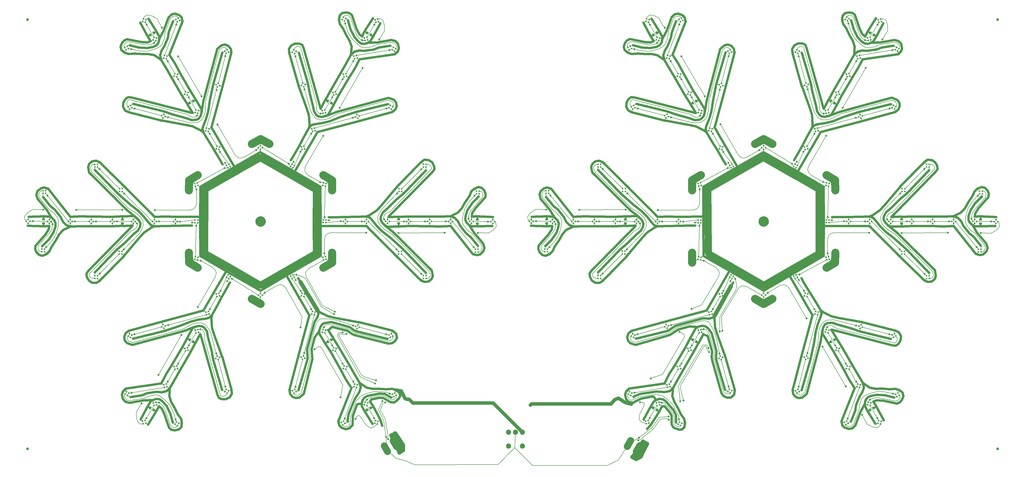
<source format=gbr>
G04 EAGLE Gerber RS-274X export*
G75*
%MOMM*%
%FSLAX34Y34*%
%LPD*%
%INBottom Copper*%
%IPPOS*%
%AMOC8*
5,1,8,0,0,1.08239X$1,22.5*%
G01*
%ADD10C,1.750000*%
%ADD11C,2.500000*%
%ADD12R,0.550000X0.550000*%
%ADD13R,0.700000X1.000000*%
%ADD14C,1.879600*%
%ADD15C,1.000000*%
%ADD16R,0.550000X0.550000*%
%ADD17R,1.000000X0.700000*%
%ADD18C,0.152400*%
%ADD19C,0.706400*%
%ADD20C,0.609600*%
%ADD21C,1.500000*%
%ADD22C,0.812800*%
%ADD23C,3.000000*%
%ADD24C,1.200000*%
%ADD25C,1.270000*%
%ADD26C,2.600000*%
%ADD27C,2.540000*%
%ADD28C,0.756400*%


D10*
X2743566Y912891D02*
X2743569Y913136D01*
X2743578Y913382D01*
X2743593Y913627D01*
X2743614Y913871D01*
X2743641Y914115D01*
X2743674Y914358D01*
X2743713Y914601D01*
X2743758Y914842D01*
X2743809Y915082D01*
X2743866Y915321D01*
X2743928Y915558D01*
X2743997Y915794D01*
X2744071Y916028D01*
X2744151Y916260D01*
X2744236Y916490D01*
X2744327Y916718D01*
X2744424Y916943D01*
X2744526Y917167D01*
X2744634Y917387D01*
X2744747Y917605D01*
X2744865Y917820D01*
X2744989Y918032D01*
X2745117Y918241D01*
X2745251Y918447D01*
X2745390Y918649D01*
X2745534Y918848D01*
X2745683Y919043D01*
X2745836Y919235D01*
X2745994Y919423D01*
X2746156Y919607D01*
X2746324Y919786D01*
X2746495Y919962D01*
X2746671Y920133D01*
X2746850Y920301D01*
X2747034Y920463D01*
X2747222Y920621D01*
X2747414Y920774D01*
X2747609Y920923D01*
X2747808Y921067D01*
X2748010Y921206D01*
X2748216Y921340D01*
X2748425Y921468D01*
X2748637Y921592D01*
X2748852Y921710D01*
X2749070Y921823D01*
X2749290Y921931D01*
X2749514Y922033D01*
X2749739Y922130D01*
X2749967Y922221D01*
X2750197Y922306D01*
X2750429Y922386D01*
X2750663Y922460D01*
X2750899Y922529D01*
X2751136Y922591D01*
X2751375Y922648D01*
X2751615Y922699D01*
X2751856Y922744D01*
X2752099Y922783D01*
X2752342Y922816D01*
X2752586Y922843D01*
X2752830Y922864D01*
X2753075Y922879D01*
X2753321Y922888D01*
X2753566Y922891D01*
X2753811Y922888D01*
X2754057Y922879D01*
X2754302Y922864D01*
X2754546Y922843D01*
X2754790Y922816D01*
X2755033Y922783D01*
X2755276Y922744D01*
X2755517Y922699D01*
X2755757Y922648D01*
X2755996Y922591D01*
X2756233Y922529D01*
X2756469Y922460D01*
X2756703Y922386D01*
X2756935Y922306D01*
X2757165Y922221D01*
X2757393Y922130D01*
X2757618Y922033D01*
X2757842Y921931D01*
X2758062Y921823D01*
X2758280Y921710D01*
X2758495Y921592D01*
X2758707Y921468D01*
X2758916Y921340D01*
X2759122Y921206D01*
X2759324Y921067D01*
X2759523Y920923D01*
X2759718Y920774D01*
X2759910Y920621D01*
X2760098Y920463D01*
X2760282Y920301D01*
X2760461Y920133D01*
X2760637Y919962D01*
X2760808Y919786D01*
X2760976Y919607D01*
X2761138Y919423D01*
X2761296Y919235D01*
X2761449Y919043D01*
X2761598Y918848D01*
X2761742Y918649D01*
X2761881Y918447D01*
X2762015Y918241D01*
X2762143Y918032D01*
X2762267Y917820D01*
X2762385Y917605D01*
X2762498Y917387D01*
X2762606Y917167D01*
X2762708Y916943D01*
X2762805Y916718D01*
X2762896Y916490D01*
X2762981Y916260D01*
X2763061Y916028D01*
X2763135Y915794D01*
X2763204Y915558D01*
X2763266Y915321D01*
X2763323Y915082D01*
X2763374Y914842D01*
X2763419Y914601D01*
X2763458Y914358D01*
X2763491Y914115D01*
X2763518Y913871D01*
X2763539Y913627D01*
X2763554Y913382D01*
X2763563Y913136D01*
X2763566Y912891D01*
X2763563Y912646D01*
X2763554Y912400D01*
X2763539Y912155D01*
X2763518Y911911D01*
X2763491Y911667D01*
X2763458Y911424D01*
X2763419Y911181D01*
X2763374Y910940D01*
X2763323Y910700D01*
X2763266Y910461D01*
X2763204Y910224D01*
X2763135Y909988D01*
X2763061Y909754D01*
X2762981Y909522D01*
X2762896Y909292D01*
X2762805Y909064D01*
X2762708Y908839D01*
X2762606Y908615D01*
X2762498Y908395D01*
X2762385Y908177D01*
X2762267Y907962D01*
X2762143Y907750D01*
X2762015Y907541D01*
X2761881Y907335D01*
X2761742Y907133D01*
X2761598Y906934D01*
X2761449Y906739D01*
X2761296Y906547D01*
X2761138Y906359D01*
X2760976Y906175D01*
X2760808Y905996D01*
X2760637Y905820D01*
X2760461Y905649D01*
X2760282Y905481D01*
X2760098Y905319D01*
X2759910Y905161D01*
X2759718Y905008D01*
X2759523Y904859D01*
X2759324Y904715D01*
X2759122Y904576D01*
X2758916Y904442D01*
X2758707Y904314D01*
X2758495Y904190D01*
X2758280Y904072D01*
X2758062Y903959D01*
X2757842Y903851D01*
X2757618Y903749D01*
X2757393Y903652D01*
X2757165Y903561D01*
X2756935Y903476D01*
X2756703Y903396D01*
X2756469Y903322D01*
X2756233Y903253D01*
X2755996Y903191D01*
X2755757Y903134D01*
X2755517Y903083D01*
X2755276Y903038D01*
X2755033Y902999D01*
X2754790Y902966D01*
X2754546Y902939D01*
X2754302Y902918D01*
X2754057Y902903D01*
X2753811Y902894D01*
X2753566Y902891D01*
X2753321Y902894D01*
X2753075Y902903D01*
X2752830Y902918D01*
X2752586Y902939D01*
X2752342Y902966D01*
X2752099Y902999D01*
X2751856Y903038D01*
X2751615Y903083D01*
X2751375Y903134D01*
X2751136Y903191D01*
X2750899Y903253D01*
X2750663Y903322D01*
X2750429Y903396D01*
X2750197Y903476D01*
X2749967Y903561D01*
X2749739Y903652D01*
X2749514Y903749D01*
X2749290Y903851D01*
X2749070Y903959D01*
X2748852Y904072D01*
X2748637Y904190D01*
X2748425Y904314D01*
X2748216Y904442D01*
X2748010Y904576D01*
X2747808Y904715D01*
X2747609Y904859D01*
X2747414Y905008D01*
X2747222Y905161D01*
X2747034Y905319D01*
X2746850Y905481D01*
X2746671Y905649D01*
X2746495Y905820D01*
X2746324Y905996D01*
X2746156Y906175D01*
X2745994Y906359D01*
X2745836Y906547D01*
X2745683Y906739D01*
X2745534Y906934D01*
X2745390Y907133D01*
X2745251Y907335D01*
X2745117Y907541D01*
X2744989Y907750D01*
X2744865Y907962D01*
X2744747Y908177D01*
X2744634Y908395D01*
X2744526Y908615D01*
X2744424Y908839D01*
X2744327Y909064D01*
X2744236Y909292D01*
X2744151Y909522D01*
X2744071Y909754D01*
X2743997Y909988D01*
X2743928Y910224D01*
X2743866Y910461D01*
X2743809Y910700D01*
X2743758Y910940D01*
X2743713Y911181D01*
X2743674Y911424D01*
X2743641Y911667D01*
X2743614Y911911D01*
X2743593Y912155D01*
X2743578Y912400D01*
X2743569Y912646D01*
X2743566Y912891D01*
X902415Y912804D02*
X902418Y913049D01*
X902427Y913295D01*
X902442Y913540D01*
X902463Y913784D01*
X902490Y914028D01*
X902523Y914271D01*
X902562Y914514D01*
X902607Y914755D01*
X902658Y914995D01*
X902715Y915234D01*
X902777Y915471D01*
X902846Y915707D01*
X902920Y915941D01*
X903000Y916173D01*
X903085Y916403D01*
X903176Y916631D01*
X903273Y916856D01*
X903375Y917080D01*
X903483Y917300D01*
X903596Y917518D01*
X903714Y917733D01*
X903838Y917945D01*
X903966Y918154D01*
X904100Y918360D01*
X904239Y918562D01*
X904383Y918761D01*
X904532Y918956D01*
X904685Y919148D01*
X904843Y919336D01*
X905005Y919520D01*
X905173Y919699D01*
X905344Y919875D01*
X905520Y920046D01*
X905699Y920214D01*
X905883Y920376D01*
X906071Y920534D01*
X906263Y920687D01*
X906458Y920836D01*
X906657Y920980D01*
X906859Y921119D01*
X907065Y921253D01*
X907274Y921381D01*
X907486Y921505D01*
X907701Y921623D01*
X907919Y921736D01*
X908139Y921844D01*
X908363Y921946D01*
X908588Y922043D01*
X908816Y922134D01*
X909046Y922219D01*
X909278Y922299D01*
X909512Y922373D01*
X909748Y922442D01*
X909985Y922504D01*
X910224Y922561D01*
X910464Y922612D01*
X910705Y922657D01*
X910948Y922696D01*
X911191Y922729D01*
X911435Y922756D01*
X911679Y922777D01*
X911924Y922792D01*
X912170Y922801D01*
X912415Y922804D01*
X912660Y922801D01*
X912906Y922792D01*
X913151Y922777D01*
X913395Y922756D01*
X913639Y922729D01*
X913882Y922696D01*
X914125Y922657D01*
X914366Y922612D01*
X914606Y922561D01*
X914845Y922504D01*
X915082Y922442D01*
X915318Y922373D01*
X915552Y922299D01*
X915784Y922219D01*
X916014Y922134D01*
X916242Y922043D01*
X916467Y921946D01*
X916691Y921844D01*
X916911Y921736D01*
X917129Y921623D01*
X917344Y921505D01*
X917556Y921381D01*
X917765Y921253D01*
X917971Y921119D01*
X918173Y920980D01*
X918372Y920836D01*
X918567Y920687D01*
X918759Y920534D01*
X918947Y920376D01*
X919131Y920214D01*
X919310Y920046D01*
X919486Y919875D01*
X919657Y919699D01*
X919825Y919520D01*
X919987Y919336D01*
X920145Y919148D01*
X920298Y918956D01*
X920447Y918761D01*
X920591Y918562D01*
X920730Y918360D01*
X920864Y918154D01*
X920992Y917945D01*
X921116Y917733D01*
X921234Y917518D01*
X921347Y917300D01*
X921455Y917080D01*
X921557Y916856D01*
X921654Y916631D01*
X921745Y916403D01*
X921830Y916173D01*
X921910Y915941D01*
X921984Y915707D01*
X922053Y915471D01*
X922115Y915234D01*
X922172Y914995D01*
X922223Y914755D01*
X922268Y914514D01*
X922307Y914271D01*
X922340Y914028D01*
X922367Y913784D01*
X922388Y913540D01*
X922403Y913295D01*
X922412Y913049D01*
X922415Y912804D01*
X922412Y912559D01*
X922403Y912313D01*
X922388Y912068D01*
X922367Y911824D01*
X922340Y911580D01*
X922307Y911337D01*
X922268Y911094D01*
X922223Y910853D01*
X922172Y910613D01*
X922115Y910374D01*
X922053Y910137D01*
X921984Y909901D01*
X921910Y909667D01*
X921830Y909435D01*
X921745Y909205D01*
X921654Y908977D01*
X921557Y908752D01*
X921455Y908528D01*
X921347Y908308D01*
X921234Y908090D01*
X921116Y907875D01*
X920992Y907663D01*
X920864Y907454D01*
X920730Y907248D01*
X920591Y907046D01*
X920447Y906847D01*
X920298Y906652D01*
X920145Y906460D01*
X919987Y906272D01*
X919825Y906088D01*
X919657Y905909D01*
X919486Y905733D01*
X919310Y905562D01*
X919131Y905394D01*
X918947Y905232D01*
X918759Y905074D01*
X918567Y904921D01*
X918372Y904772D01*
X918173Y904628D01*
X917971Y904489D01*
X917765Y904355D01*
X917556Y904227D01*
X917344Y904103D01*
X917129Y903985D01*
X916911Y903872D01*
X916691Y903764D01*
X916467Y903662D01*
X916242Y903565D01*
X916014Y903474D01*
X915784Y903389D01*
X915552Y903309D01*
X915318Y903235D01*
X915082Y903166D01*
X914845Y903104D01*
X914606Y903047D01*
X914366Y902996D01*
X914125Y902951D01*
X913882Y902912D01*
X913639Y902879D01*
X913395Y902852D01*
X913151Y902831D01*
X912906Y902816D01*
X912660Y902807D01*
X912415Y902804D01*
X912170Y902807D01*
X911924Y902816D01*
X911679Y902831D01*
X911435Y902852D01*
X911191Y902879D01*
X910948Y902912D01*
X910705Y902951D01*
X910464Y902996D01*
X910224Y903047D01*
X909985Y903104D01*
X909748Y903166D01*
X909512Y903235D01*
X909278Y903309D01*
X909046Y903389D01*
X908816Y903474D01*
X908588Y903565D01*
X908363Y903662D01*
X908139Y903764D01*
X907919Y903872D01*
X907701Y903985D01*
X907486Y904103D01*
X907274Y904227D01*
X907065Y904355D01*
X906859Y904489D01*
X906657Y904628D01*
X906458Y904772D01*
X906263Y904921D01*
X906071Y905074D01*
X905883Y905232D01*
X905699Y905394D01*
X905520Y905562D01*
X905344Y905733D01*
X905173Y905909D01*
X905005Y906088D01*
X904843Y906272D01*
X904685Y906460D01*
X904532Y906652D01*
X904383Y906847D01*
X904239Y907046D01*
X904100Y907248D01*
X903966Y907454D01*
X903838Y907663D01*
X903714Y907875D01*
X903596Y908090D01*
X903483Y908308D01*
X903375Y908528D01*
X903273Y908752D01*
X903176Y908977D01*
X903085Y909205D01*
X903000Y909435D01*
X902920Y909667D01*
X902846Y909901D01*
X902777Y910137D01*
X902715Y910374D01*
X902658Y910613D01*
X902607Y910853D01*
X902562Y911094D01*
X902523Y911337D01*
X902490Y911580D01*
X902463Y911824D01*
X902442Y912068D01*
X902427Y912313D01*
X902418Y912559D01*
X902415Y912804D01*
D11*
X2299916Y90509D02*
X2287418Y68859D01*
X2254942Y87609D02*
X2267440Y109259D01*
D12*
G36*
X2626224Y707138D02*
X2628974Y711900D01*
X2633736Y709150D01*
X2630986Y704388D01*
X2626224Y707138D01*
G37*
G36*
X2634451Y702388D02*
X2637201Y707150D01*
X2641963Y704400D01*
X2639213Y699638D01*
X2634451Y702388D01*
G37*
G36*
X2639201Y710615D02*
X2641951Y715377D01*
X2646713Y712627D01*
X2643963Y707865D01*
X2639201Y710615D01*
G37*
G36*
X2630974Y715365D02*
X2633724Y720127D01*
X2638486Y717377D01*
X2635736Y712615D01*
X2630974Y715365D01*
G37*
G36*
X2592691Y634137D02*
X2591267Y639449D01*
X2596579Y640873D01*
X2598003Y635561D01*
X2592691Y634137D01*
G37*
G36*
X2601868Y636595D02*
X2600444Y641907D01*
X2605756Y643331D01*
X2607180Y638019D01*
X2601868Y636595D01*
G37*
G36*
X2599409Y645772D02*
X2597985Y651084D01*
X2603297Y652508D01*
X2604721Y647196D01*
X2599409Y645772D01*
G37*
G36*
X2590233Y643313D02*
X2588809Y648625D01*
X2594121Y650049D01*
X2595545Y644737D01*
X2590233Y643313D01*
G37*
G36*
X2554267Y567490D02*
X2552843Y572802D01*
X2558155Y574226D01*
X2559579Y568914D01*
X2554267Y567490D01*
G37*
G36*
X2563443Y569948D02*
X2562019Y575260D01*
X2567331Y576684D01*
X2568755Y571372D01*
X2563443Y569948D01*
G37*
G36*
X2560985Y579125D02*
X2559561Y584437D01*
X2564873Y585861D01*
X2566297Y580549D01*
X2560985Y579125D01*
G37*
G36*
X2551808Y576666D02*
X2550384Y581978D01*
X2555696Y583402D01*
X2557120Y578090D01*
X2551808Y576666D01*
G37*
G36*
X2388334Y525281D02*
X2391084Y530043D01*
X2395846Y527293D01*
X2393096Y522531D01*
X2388334Y525281D01*
G37*
G36*
X2396562Y520531D02*
X2399312Y525293D01*
X2404074Y522543D01*
X2401324Y517781D01*
X2396562Y520531D01*
G37*
G36*
X2401312Y528759D02*
X2404062Y533521D01*
X2408824Y530771D01*
X2406074Y526009D01*
X2401312Y528759D01*
G37*
G36*
X2393084Y533509D02*
X2395834Y538271D01*
X2400596Y535521D01*
X2397846Y530759D01*
X2393084Y533509D01*
G37*
G36*
X2265876Y491491D02*
X2268626Y496253D01*
X2273388Y493503D01*
X2270638Y488741D01*
X2265876Y491491D01*
G37*
G36*
X2274104Y486741D02*
X2276854Y491503D01*
X2281616Y488753D01*
X2278866Y483991D01*
X2274104Y486741D01*
G37*
G36*
X2278854Y494968D02*
X2281604Y499730D01*
X2286366Y496980D01*
X2283616Y492218D01*
X2278854Y494968D01*
G37*
G36*
X2270626Y499718D02*
X2273376Y504480D01*
X2278138Y501730D01*
X2275388Y496968D01*
X2270626Y499718D01*
G37*
G36*
X2599478Y401982D02*
X2594716Y404732D01*
X2597466Y409494D01*
X2602228Y406744D01*
X2599478Y401982D01*
G37*
G36*
X2604228Y410209D02*
X2599466Y412959D01*
X2602216Y417721D01*
X2606978Y414971D01*
X2604228Y410209D01*
G37*
G36*
X2596001Y414959D02*
X2591239Y417709D01*
X2593989Y422471D01*
X2598751Y419721D01*
X2596001Y414959D01*
G37*
G36*
X2591251Y406732D02*
X2586489Y409482D01*
X2589239Y414244D01*
X2594001Y411494D01*
X2591251Y406732D01*
G37*
D13*
G36*
X2494356Y484628D02*
X2500418Y481128D01*
X2495418Y472468D01*
X2489356Y475968D01*
X2494356Y484628D01*
G37*
G36*
X2506481Y477628D02*
X2512543Y474128D01*
X2507543Y465468D01*
X2501481Y468968D01*
X2506481Y477628D01*
G37*
D12*
G36*
X2632701Y279959D02*
X2627939Y282709D01*
X2630689Y287471D01*
X2635451Y284721D01*
X2632701Y279959D01*
G37*
G36*
X2637451Y288186D02*
X2632689Y290936D01*
X2635439Y295698D01*
X2640201Y292948D01*
X2637451Y288186D01*
G37*
G36*
X2629224Y292936D02*
X2624462Y295686D01*
X2627212Y300448D01*
X2631974Y297698D01*
X2629224Y292936D01*
G37*
G36*
X2624474Y284709D02*
X2619712Y287459D01*
X2622462Y292221D01*
X2627224Y289471D01*
X2624474Y284709D01*
G37*
G36*
X2515805Y500909D02*
X2514381Y506221D01*
X2519693Y507645D01*
X2521117Y502333D01*
X2515805Y500909D01*
G37*
G36*
X2524981Y503367D02*
X2523557Y508679D01*
X2528869Y510103D01*
X2530293Y504791D01*
X2524981Y503367D01*
G37*
G36*
X2522522Y512544D02*
X2521098Y517856D01*
X2526410Y519280D01*
X2527834Y513968D01*
X2522522Y512544D01*
G37*
G36*
X2513346Y510085D02*
X2511922Y515397D01*
X2517234Y516821D01*
X2518658Y511509D01*
X2513346Y510085D01*
G37*
G36*
X2477244Y434298D02*
X2475820Y439610D01*
X2481132Y441034D01*
X2482556Y435722D01*
X2477244Y434298D01*
G37*
G36*
X2486420Y436757D02*
X2484996Y442069D01*
X2490308Y443493D01*
X2491732Y438181D01*
X2486420Y436757D01*
G37*
G36*
X2483961Y445933D02*
X2482537Y451245D01*
X2487849Y452669D01*
X2489273Y447357D01*
X2483961Y445933D01*
G37*
G36*
X2474785Y443474D02*
X2473361Y448786D01*
X2478673Y450210D01*
X2480097Y444898D01*
X2474785Y443474D01*
G37*
G36*
X2438869Y367564D02*
X2437445Y372876D01*
X2442757Y374300D01*
X2444181Y368988D01*
X2438869Y367564D01*
G37*
G36*
X2448046Y370023D02*
X2446622Y375335D01*
X2451934Y376759D01*
X2453358Y371447D01*
X2448046Y370023D01*
G37*
G36*
X2445587Y379200D02*
X2444163Y384512D01*
X2449475Y385936D01*
X2450899Y380624D01*
X2445587Y379200D01*
G37*
G36*
X2436410Y376741D02*
X2434986Y382053D01*
X2440298Y383477D01*
X2441722Y378165D01*
X2436410Y376741D01*
G37*
G36*
X2400345Y301091D02*
X2398921Y306403D01*
X2404233Y307827D01*
X2405657Y302515D01*
X2400345Y301091D01*
G37*
G36*
X2409521Y303549D02*
X2408097Y308861D01*
X2413409Y310285D01*
X2414833Y304973D01*
X2409521Y303549D01*
G37*
G36*
X2407062Y312726D02*
X2405638Y318038D01*
X2410950Y319462D01*
X2412374Y314150D01*
X2407062Y312726D01*
G37*
G36*
X2397886Y310267D02*
X2396462Y315579D01*
X2401774Y317003D01*
X2403198Y311691D01*
X2397886Y310267D01*
G37*
G36*
X2254563Y278712D02*
X2257313Y283474D01*
X2262075Y280724D01*
X2259325Y275962D01*
X2254563Y278712D01*
G37*
G36*
X2262790Y273962D02*
X2265540Y278724D01*
X2270302Y275974D01*
X2267552Y271212D01*
X2262790Y273962D01*
G37*
G36*
X2267540Y282190D02*
X2270290Y286952D01*
X2275052Y284202D01*
X2272302Y279440D01*
X2267540Y282190D01*
G37*
G36*
X2259313Y286940D02*
X2262063Y291702D01*
X2266825Y288952D01*
X2264075Y284190D01*
X2259313Y286940D01*
G37*
G36*
X2450689Y160492D02*
X2445927Y163242D01*
X2448677Y168004D01*
X2453439Y165254D01*
X2450689Y160492D01*
G37*
G36*
X2455439Y168720D02*
X2450677Y171470D01*
X2453427Y176232D01*
X2458189Y173482D01*
X2455439Y168720D01*
G37*
G36*
X2447212Y173470D02*
X2442450Y176220D01*
X2445200Y180982D01*
X2449962Y178232D01*
X2447212Y173470D01*
G37*
G36*
X2442462Y165242D02*
X2437700Y167992D01*
X2440450Y172754D01*
X2445212Y170004D01*
X2442462Y165242D01*
G37*
G36*
X2362013Y234483D02*
X2360589Y239795D01*
X2365901Y241219D01*
X2367325Y235907D01*
X2362013Y234483D01*
G37*
G36*
X2371189Y236942D02*
X2369765Y242254D01*
X2375077Y243678D01*
X2376501Y238366D01*
X2371189Y236942D01*
G37*
G36*
X2368731Y246118D02*
X2367307Y251430D01*
X2372619Y252854D01*
X2374043Y247542D01*
X2368731Y246118D01*
G37*
G36*
X2359554Y243660D02*
X2358130Y248972D01*
X2363442Y250396D01*
X2364866Y245084D01*
X2359554Y243660D01*
G37*
D13*
G36*
X2349711Y235117D02*
X2355773Y231617D01*
X2350773Y222957D01*
X2344711Y226457D01*
X2349711Y235117D01*
G37*
G36*
X2361835Y228117D02*
X2367897Y224617D01*
X2362897Y215957D01*
X2356835Y219457D01*
X2361835Y228117D01*
G37*
D12*
G36*
X2322586Y167661D02*
X2321162Y172973D01*
X2326474Y174397D01*
X2327898Y169085D01*
X2322586Y167661D01*
G37*
G36*
X2331762Y170119D02*
X2330338Y175431D01*
X2335650Y176855D01*
X2337074Y171543D01*
X2331762Y170119D01*
G37*
G36*
X2329303Y179296D02*
X2327879Y184608D01*
X2333191Y186032D01*
X2334615Y180720D01*
X2329303Y179296D01*
G37*
G36*
X2320127Y176837D02*
X2318703Y182149D01*
X2324015Y183573D01*
X2325439Y178261D01*
X2320127Y176837D01*
G37*
G36*
X2513922Y786766D02*
X2519234Y785342D01*
X2517810Y780030D01*
X2512498Y781454D01*
X2513922Y786766D01*
G37*
G36*
X2511464Y777590D02*
X2516776Y776166D01*
X2515352Y770854D01*
X2510040Y772278D01*
X2511464Y777590D01*
G37*
G36*
X2520640Y775131D02*
X2525952Y773707D01*
X2524528Y768395D01*
X2519216Y769819D01*
X2520640Y775131D01*
G37*
G36*
X2523099Y784308D02*
X2528411Y782884D01*
X2526987Y777572D01*
X2521675Y778996D01*
X2523099Y784308D01*
G37*
D14*
X1820000Y140000D03*
X1845400Y140000D03*
X1870800Y140000D03*
D15*
X3610000Y78888D03*
X60000Y78888D03*
X60000Y1652646D03*
X3610000Y1652646D03*
D16*
X2514457Y917546D03*
X2514457Y908046D03*
X2523957Y908046D03*
X2523957Y917546D03*
D12*
G36*
X2431721Y912836D02*
X2435610Y916725D01*
X2439499Y912836D01*
X2435610Y908947D01*
X2431721Y912836D01*
G37*
G36*
X2438438Y906118D02*
X2442327Y910007D01*
X2446216Y906118D01*
X2442327Y902229D01*
X2438438Y906118D01*
G37*
G36*
X2445156Y912836D02*
X2449045Y916725D01*
X2452934Y912836D01*
X2449045Y908947D01*
X2445156Y912836D01*
G37*
G36*
X2438438Y919553D02*
X2442327Y923442D01*
X2446216Y919553D01*
X2442327Y915664D01*
X2438438Y919553D01*
G37*
G36*
X2354790Y912788D02*
X2358679Y916677D01*
X2362568Y912788D01*
X2358679Y908899D01*
X2354790Y912788D01*
G37*
G36*
X2361508Y906071D02*
X2365397Y909960D01*
X2369286Y906071D01*
X2365397Y902182D01*
X2361508Y906071D01*
G37*
G36*
X2368225Y912788D02*
X2372114Y916677D01*
X2376003Y912788D01*
X2372114Y908899D01*
X2368225Y912788D01*
G37*
G36*
X2361508Y919506D02*
X2365397Y923395D01*
X2369286Y919506D01*
X2365397Y915617D01*
X2361508Y919506D01*
G37*
D16*
X2238020Y1032636D03*
X2238020Y1023136D03*
X2247520Y1023136D03*
X2247520Y1032636D03*
X2147528Y1121793D03*
X2147528Y1112293D03*
X2157028Y1112293D03*
X2157028Y1121793D03*
X2236812Y793630D03*
X2246312Y793630D03*
X2246312Y803130D03*
X2236812Y803130D03*
D17*
X2248075Y919742D03*
X2248075Y905742D03*
D16*
X2147748Y703846D03*
X2157248Y703846D03*
X2157248Y713346D03*
X2147748Y713346D03*
D12*
G36*
X2277898Y912808D02*
X2281787Y916697D01*
X2285676Y912808D01*
X2281787Y908919D01*
X2277898Y912808D01*
G37*
G36*
X2284616Y906090D02*
X2288505Y909979D01*
X2292394Y906090D01*
X2288505Y902201D01*
X2284616Y906090D01*
G37*
G36*
X2291333Y912808D02*
X2295222Y916697D01*
X2299111Y912808D01*
X2295222Y908919D01*
X2291333Y912808D01*
G37*
G36*
X2284616Y919525D02*
X2288505Y923414D01*
X2292394Y919525D01*
X2288505Y915636D01*
X2284616Y919525D01*
G37*
G36*
X2200931Y912897D02*
X2204820Y916786D01*
X2208709Y912897D01*
X2204820Y909008D01*
X2200931Y912897D01*
G37*
G36*
X2207649Y906180D02*
X2211538Y910069D01*
X2215427Y906180D01*
X2211538Y902291D01*
X2207649Y906180D01*
G37*
G36*
X2214366Y912897D02*
X2218255Y916786D01*
X2222144Y912897D01*
X2218255Y909008D01*
X2214366Y912897D01*
G37*
G36*
X2207649Y919615D02*
X2211538Y923504D01*
X2215427Y919615D01*
X2211538Y915726D01*
X2207649Y919615D01*
G37*
G36*
X2123951Y912763D02*
X2127840Y916652D01*
X2131729Y912763D01*
X2127840Y908874D01*
X2123951Y912763D01*
G37*
G36*
X2130669Y906046D02*
X2134558Y909935D01*
X2138447Y906046D01*
X2134558Y902157D01*
X2130669Y906046D01*
G37*
G36*
X2137386Y912763D02*
X2141275Y916652D01*
X2145164Y912763D01*
X2141275Y908874D01*
X2137386Y912763D01*
G37*
G36*
X2130669Y919481D02*
X2134558Y923370D01*
X2138447Y919481D01*
X2134558Y915592D01*
X2130669Y919481D01*
G37*
G36*
X2047121Y912889D02*
X2051010Y916778D01*
X2054899Y912889D01*
X2051010Y909000D01*
X2047121Y912889D01*
G37*
G36*
X2053838Y906172D02*
X2057727Y910061D01*
X2061616Y906172D01*
X2057727Y902283D01*
X2053838Y906172D01*
G37*
G36*
X2060556Y912889D02*
X2064445Y916778D01*
X2068334Y912889D01*
X2064445Y909000D01*
X2060556Y912889D01*
G37*
G36*
X2053838Y919607D02*
X2057727Y923496D01*
X2061616Y919607D01*
X2057727Y915718D01*
X2053838Y919607D01*
G37*
D16*
X1957599Y1025201D03*
X1957599Y1015701D03*
X1967099Y1015701D03*
X1967099Y1025201D03*
X1953281Y801740D03*
X1962781Y801740D03*
X1962781Y811240D03*
X1953281Y811240D03*
D12*
G36*
X1970271Y912782D02*
X1974160Y916671D01*
X1978049Y912782D01*
X1974160Y908893D01*
X1970271Y912782D01*
G37*
G36*
X1976989Y906065D02*
X1980878Y909954D01*
X1984767Y906065D01*
X1980878Y902176D01*
X1976989Y906065D01*
G37*
G36*
X1983706Y912782D02*
X1987595Y916671D01*
X1991484Y912782D01*
X1987595Y908893D01*
X1983706Y912782D01*
G37*
G36*
X1976989Y919500D02*
X1980878Y923389D01*
X1984767Y919500D01*
X1980878Y915611D01*
X1976989Y919500D01*
G37*
D17*
X1959669Y920253D03*
X1959669Y906253D03*
D12*
G36*
X1892688Y913516D02*
X1896577Y917405D01*
X1900466Y913516D01*
X1896577Y909627D01*
X1892688Y913516D01*
G37*
G36*
X1899405Y906798D02*
X1903294Y910687D01*
X1907183Y906798D01*
X1903294Y902909D01*
X1899405Y906798D01*
G37*
G36*
X1906123Y913516D02*
X1910012Y917405D01*
X1913901Y913516D01*
X1910012Y909627D01*
X1906123Y913516D01*
G37*
G36*
X1899405Y920233D02*
X1903294Y924122D01*
X1907183Y920233D01*
X1903294Y916344D01*
X1899405Y920233D01*
G37*
G36*
X2524517Y1057366D02*
X2525941Y1052054D01*
X2520629Y1050630D01*
X2519205Y1055942D01*
X2524517Y1057366D01*
G37*
G36*
X2515340Y1054908D02*
X2516764Y1049596D01*
X2511452Y1048172D01*
X2510028Y1053484D01*
X2515340Y1054908D01*
G37*
G36*
X2517799Y1045731D02*
X2519223Y1040419D01*
X2513911Y1038995D01*
X2512487Y1044307D01*
X2517799Y1045731D01*
G37*
G36*
X2526976Y1048190D02*
X2528400Y1042878D01*
X2523088Y1041454D01*
X2521664Y1046766D01*
X2526976Y1048190D01*
G37*
G36*
X2639049Y1126049D02*
X2641799Y1121287D01*
X2637037Y1118537D01*
X2634287Y1123299D01*
X2639049Y1126049D01*
G37*
G36*
X2630822Y1121299D02*
X2633572Y1116537D01*
X2628810Y1113787D01*
X2626060Y1118549D01*
X2630822Y1121299D01*
G37*
G36*
X2635572Y1113071D02*
X2638322Y1108309D01*
X2633560Y1105559D01*
X2630810Y1110321D01*
X2635572Y1113071D01*
G37*
G36*
X2643799Y1117821D02*
X2646549Y1113059D01*
X2641787Y1110309D01*
X2639037Y1115071D01*
X2643799Y1117821D01*
G37*
G36*
X2592596Y1191589D02*
X2597908Y1190165D01*
X2596484Y1184853D01*
X2591172Y1186277D01*
X2592596Y1191589D01*
G37*
G36*
X2590137Y1182413D02*
X2595449Y1180989D01*
X2594025Y1175677D01*
X2588713Y1177101D01*
X2590137Y1182413D01*
G37*
G36*
X2599314Y1179954D02*
X2604626Y1178530D01*
X2603202Y1173218D01*
X2597890Y1174642D01*
X2599314Y1179954D01*
G37*
G36*
X2601772Y1189131D02*
X2607084Y1187707D01*
X2605660Y1182395D01*
X2600348Y1183819D01*
X2601772Y1189131D01*
G37*
G36*
X2554090Y1258189D02*
X2559402Y1256765D01*
X2557978Y1251453D01*
X2552666Y1252877D01*
X2554090Y1258189D01*
G37*
G36*
X2551631Y1249013D02*
X2556943Y1247589D01*
X2555519Y1242277D01*
X2550207Y1243701D01*
X2551631Y1249013D01*
G37*
G36*
X2560808Y1246554D02*
X2566120Y1245130D01*
X2564696Y1239818D01*
X2559384Y1241242D01*
X2560808Y1246554D01*
G37*
G36*
X2563267Y1255731D02*
X2568579Y1254307D01*
X2567155Y1248995D01*
X2561843Y1250419D01*
X2563267Y1255731D01*
G37*
G36*
X2600502Y1422995D02*
X2603252Y1418233D01*
X2598490Y1415483D01*
X2595740Y1420245D01*
X2600502Y1422995D01*
G37*
G36*
X2592274Y1418245D02*
X2595024Y1413483D01*
X2590262Y1410733D01*
X2587512Y1415495D01*
X2592274Y1418245D01*
G37*
G36*
X2597024Y1410018D02*
X2599774Y1405256D01*
X2595012Y1402506D01*
X2592262Y1407268D01*
X2597024Y1410018D01*
G37*
G36*
X2605252Y1414768D02*
X2608002Y1410006D01*
X2603240Y1407256D01*
X2600490Y1412018D01*
X2605252Y1414768D01*
G37*
G36*
X2632468Y1545942D02*
X2635218Y1541180D01*
X2630456Y1538430D01*
X2627706Y1543192D01*
X2632468Y1545942D01*
G37*
G36*
X2624240Y1541192D02*
X2626990Y1536430D01*
X2622228Y1533680D01*
X2619478Y1538442D01*
X2624240Y1541192D01*
G37*
G36*
X2628990Y1532965D02*
X2631740Y1528203D01*
X2626978Y1525453D01*
X2624228Y1530215D01*
X2628990Y1532965D01*
G37*
G36*
X2637218Y1537715D02*
X2639968Y1532953D01*
X2635206Y1530203D01*
X2632456Y1534965D01*
X2637218Y1537715D01*
G37*
G36*
X2388150Y1301788D02*
X2392912Y1304538D01*
X2395662Y1299776D01*
X2390900Y1297026D01*
X2388150Y1301788D01*
G37*
G36*
X2392900Y1293561D02*
X2397662Y1296311D01*
X2400412Y1291549D01*
X2395650Y1288799D01*
X2392900Y1293561D01*
G37*
G36*
X2401127Y1298311D02*
X2405889Y1301061D01*
X2408639Y1296299D01*
X2403877Y1293549D01*
X2401127Y1298311D01*
G37*
G36*
X2396377Y1306538D02*
X2401139Y1309288D01*
X2403889Y1304526D01*
X2399127Y1301776D01*
X2396377Y1306538D01*
G37*
D13*
G36*
X2512284Y1351505D02*
X2506222Y1348005D01*
X2501222Y1356665D01*
X2507284Y1360165D01*
X2512284Y1351505D01*
G37*
G36*
X2500160Y1344505D02*
X2494098Y1341005D01*
X2489098Y1349665D01*
X2495160Y1353165D01*
X2500160Y1344505D01*
G37*
D12*
G36*
X2265863Y1334028D02*
X2270625Y1336778D01*
X2273375Y1332016D01*
X2268613Y1329266D01*
X2265863Y1334028D01*
G37*
G36*
X2270613Y1325801D02*
X2275375Y1328551D01*
X2278125Y1323789D01*
X2273363Y1321039D01*
X2270613Y1325801D01*
G37*
G36*
X2278840Y1330551D02*
X2283602Y1333301D01*
X2286352Y1328539D01*
X2281590Y1325789D01*
X2278840Y1330551D01*
G37*
G36*
X2274090Y1338778D02*
X2278852Y1341528D01*
X2281602Y1336766D01*
X2276840Y1334016D01*
X2274090Y1338778D01*
G37*
G36*
X2515661Y1324789D02*
X2520973Y1323365D01*
X2519549Y1318053D01*
X2514237Y1319477D01*
X2515661Y1324789D01*
G37*
G36*
X2513202Y1315613D02*
X2518514Y1314189D01*
X2517090Y1308877D01*
X2511778Y1310301D01*
X2513202Y1315613D01*
G37*
G36*
X2522378Y1313154D02*
X2527690Y1311730D01*
X2526266Y1306418D01*
X2520954Y1307842D01*
X2522378Y1313154D01*
G37*
G36*
X2524837Y1322331D02*
X2530149Y1320907D01*
X2528725Y1315595D01*
X2523413Y1317019D01*
X2524837Y1322331D01*
G37*
G36*
X2477255Y1391489D02*
X2482567Y1390065D01*
X2481143Y1384753D01*
X2475831Y1386177D01*
X2477255Y1391489D01*
G37*
G36*
X2474796Y1382313D02*
X2480108Y1380889D01*
X2478684Y1375577D01*
X2473372Y1377001D01*
X2474796Y1382313D01*
G37*
G36*
X2483972Y1379854D02*
X2489284Y1378430D01*
X2487860Y1373118D01*
X2482548Y1374542D01*
X2483972Y1379854D01*
G37*
G36*
X2486431Y1389031D02*
X2491743Y1387607D01*
X2490319Y1382295D01*
X2485007Y1383719D01*
X2486431Y1389031D01*
G37*
G36*
X2438649Y1458089D02*
X2443961Y1456665D01*
X2442537Y1451353D01*
X2437225Y1452777D01*
X2438649Y1458089D01*
G37*
G36*
X2436190Y1448913D02*
X2441502Y1447489D01*
X2440078Y1442177D01*
X2434766Y1443601D01*
X2436190Y1448913D01*
G37*
G36*
X2445366Y1446454D02*
X2450678Y1445030D01*
X2449254Y1439718D01*
X2443942Y1441142D01*
X2445366Y1446454D01*
G37*
G36*
X2447825Y1455631D02*
X2453137Y1454207D01*
X2451713Y1448895D01*
X2446401Y1450319D01*
X2447825Y1455631D01*
G37*
G36*
X2400343Y1524689D02*
X2405655Y1523265D01*
X2404231Y1517953D01*
X2398919Y1519377D01*
X2400343Y1524689D01*
G37*
G36*
X2397884Y1515513D02*
X2403196Y1514089D01*
X2401772Y1508777D01*
X2396460Y1510201D01*
X2397884Y1515513D01*
G37*
G36*
X2407061Y1513054D02*
X2412373Y1511630D01*
X2410949Y1506318D01*
X2405637Y1507742D01*
X2407061Y1513054D01*
G37*
G36*
X2409519Y1522231D02*
X2414831Y1520807D01*
X2413407Y1515495D01*
X2408095Y1516919D01*
X2409519Y1522231D01*
G37*
G36*
X2453852Y1662129D02*
X2456602Y1657367D01*
X2451840Y1654617D01*
X2449090Y1659379D01*
X2453852Y1662129D01*
G37*
G36*
X2445625Y1657379D02*
X2448375Y1652617D01*
X2443613Y1649867D01*
X2440863Y1654629D01*
X2445625Y1657379D01*
G37*
G36*
X2450375Y1649152D02*
X2453125Y1644390D01*
X2448363Y1641640D01*
X2445613Y1646402D01*
X2450375Y1649152D01*
G37*
G36*
X2458602Y1653902D02*
X2461352Y1649140D01*
X2456590Y1646390D01*
X2453840Y1651152D01*
X2458602Y1653902D01*
G37*
G36*
X2253409Y1551388D02*
X2258171Y1554138D01*
X2260921Y1549376D01*
X2256159Y1546626D01*
X2253409Y1551388D01*
G37*
G36*
X2258159Y1543161D02*
X2262921Y1545911D01*
X2265671Y1541149D01*
X2260909Y1538399D01*
X2258159Y1543161D01*
G37*
G36*
X2266386Y1547911D02*
X2271148Y1550661D01*
X2273898Y1545899D01*
X2269136Y1543149D01*
X2266386Y1547911D01*
G37*
G36*
X2261636Y1556138D02*
X2266398Y1558888D01*
X2269148Y1554126D01*
X2264386Y1551376D01*
X2261636Y1556138D01*
G37*
G36*
X2361825Y1591189D02*
X2367137Y1589765D01*
X2365713Y1584453D01*
X2360401Y1585877D01*
X2361825Y1591189D01*
G37*
G36*
X2359366Y1582013D02*
X2364678Y1580589D01*
X2363254Y1575277D01*
X2357942Y1576701D01*
X2359366Y1582013D01*
G37*
G36*
X2368543Y1579554D02*
X2373855Y1578130D01*
X2372431Y1572818D01*
X2367119Y1574242D01*
X2368543Y1579554D01*
G37*
G36*
X2371002Y1588731D02*
X2376314Y1587307D01*
X2374890Y1581995D01*
X2369578Y1583419D01*
X2371002Y1588731D01*
G37*
D13*
G36*
X2368525Y1601526D02*
X2362463Y1598026D01*
X2357463Y1606686D01*
X2363525Y1610186D01*
X2368525Y1601526D01*
G37*
G36*
X2356400Y1594526D02*
X2350338Y1591026D01*
X2345338Y1599686D01*
X2351400Y1603186D01*
X2356400Y1594526D01*
G37*
D12*
G36*
X2323669Y1658746D02*
X2328981Y1657322D01*
X2327557Y1652010D01*
X2322245Y1653434D01*
X2323669Y1658746D01*
G37*
G36*
X2321210Y1649569D02*
X2326522Y1648145D01*
X2325098Y1642833D01*
X2319786Y1644257D01*
X2321210Y1649569D01*
G37*
G36*
X2330386Y1647111D02*
X2335698Y1645687D01*
X2334274Y1640375D01*
X2328962Y1641799D01*
X2330386Y1647111D01*
G37*
G36*
X2332845Y1656287D02*
X2338157Y1654863D01*
X2336733Y1649551D01*
X2331421Y1650975D01*
X2332845Y1656287D01*
G37*
G36*
X2764161Y1183491D02*
X2760272Y1179602D01*
X2756383Y1183491D01*
X2760272Y1187380D01*
X2764161Y1183491D01*
G37*
G36*
X2757444Y1190208D02*
X2753555Y1186319D01*
X2749666Y1190208D01*
X2753555Y1194097D01*
X2757444Y1190208D01*
G37*
G36*
X2750726Y1183491D02*
X2746837Y1179602D01*
X2742948Y1183491D01*
X2746837Y1187380D01*
X2750726Y1183491D01*
G37*
G36*
X2757444Y1176773D02*
X2753555Y1172884D01*
X2749666Y1176773D01*
X2753555Y1180662D01*
X2757444Y1176773D01*
G37*
G36*
X2880908Y1118643D02*
X2878158Y1113881D01*
X2873396Y1116631D01*
X2876146Y1121393D01*
X2880908Y1118643D01*
G37*
G36*
X2872681Y1123393D02*
X2869931Y1118631D01*
X2865169Y1121381D01*
X2867919Y1126143D01*
X2872681Y1123393D01*
G37*
G36*
X2867931Y1115166D02*
X2865181Y1110404D01*
X2860419Y1113154D01*
X2863169Y1117916D01*
X2867931Y1115166D01*
G37*
G36*
X2876158Y1110416D02*
X2873408Y1105654D01*
X2868646Y1108404D01*
X2871396Y1113166D01*
X2876158Y1110416D01*
G37*
G36*
X2914441Y1191644D02*
X2915865Y1186332D01*
X2910553Y1184908D01*
X2909129Y1190220D01*
X2914441Y1191644D01*
G37*
G36*
X2905264Y1189186D02*
X2906688Y1183874D01*
X2901376Y1182450D01*
X2899952Y1187762D01*
X2905264Y1189186D01*
G37*
G36*
X2907723Y1180009D02*
X2909147Y1174697D01*
X2903835Y1173273D01*
X2902411Y1178585D01*
X2907723Y1180009D01*
G37*
G36*
X2916899Y1182468D02*
X2918323Y1177156D01*
X2913011Y1175732D01*
X2911587Y1181044D01*
X2916899Y1182468D01*
G37*
G36*
X2952865Y1258292D02*
X2954289Y1252980D01*
X2948977Y1251556D01*
X2947553Y1256868D01*
X2952865Y1258292D01*
G37*
G36*
X2943689Y1255833D02*
X2945113Y1250521D01*
X2939801Y1249097D01*
X2938377Y1254409D01*
X2943689Y1255833D01*
G37*
G36*
X2946147Y1246656D02*
X2947571Y1241344D01*
X2942259Y1239920D01*
X2940835Y1245232D01*
X2946147Y1246656D01*
G37*
G36*
X2955324Y1249115D02*
X2956748Y1243803D01*
X2951436Y1242379D01*
X2950012Y1247691D01*
X2955324Y1249115D01*
G37*
G36*
X3118798Y1300500D02*
X3116048Y1295738D01*
X3111286Y1298488D01*
X3114036Y1303250D01*
X3118798Y1300500D01*
G37*
G36*
X3110570Y1305250D02*
X3107820Y1300488D01*
X3103058Y1303238D01*
X3105808Y1308000D01*
X3110570Y1305250D01*
G37*
G36*
X3105820Y1297023D02*
X3103070Y1292261D01*
X3098308Y1295011D01*
X3101058Y1299773D01*
X3105820Y1297023D01*
G37*
G36*
X3114048Y1292273D02*
X3111298Y1287511D01*
X3106536Y1290261D01*
X3109286Y1295023D01*
X3114048Y1292273D01*
G37*
G36*
X3241256Y1334290D02*
X3238506Y1329528D01*
X3233744Y1332278D01*
X3236494Y1337040D01*
X3241256Y1334290D01*
G37*
G36*
X3233028Y1339040D02*
X3230278Y1334278D01*
X3225516Y1337028D01*
X3228266Y1341790D01*
X3233028Y1339040D01*
G37*
G36*
X3228278Y1330813D02*
X3225528Y1326051D01*
X3220766Y1328801D01*
X3223516Y1333563D01*
X3228278Y1330813D01*
G37*
G36*
X3236506Y1326063D02*
X3233756Y1321301D01*
X3228994Y1324051D01*
X3231744Y1328813D01*
X3236506Y1326063D01*
G37*
G36*
X2907654Y1423799D02*
X2912416Y1421049D01*
X2909666Y1416287D01*
X2904904Y1419037D01*
X2907654Y1423799D01*
G37*
G36*
X2902904Y1415572D02*
X2907666Y1412822D01*
X2904916Y1408060D01*
X2900154Y1410810D01*
X2902904Y1415572D01*
G37*
G36*
X2911131Y1410822D02*
X2915893Y1408072D01*
X2913143Y1403310D01*
X2908381Y1406060D01*
X2911131Y1410822D01*
G37*
G36*
X2915881Y1419049D02*
X2920643Y1416299D01*
X2917893Y1411537D01*
X2913131Y1414287D01*
X2915881Y1419049D01*
G37*
D13*
G36*
X3012776Y1341154D02*
X3006714Y1344654D01*
X3011714Y1353314D01*
X3017776Y1349814D01*
X3012776Y1341154D01*
G37*
G36*
X3000652Y1348154D02*
X2994590Y1351654D01*
X2999590Y1360314D01*
X3005652Y1356814D01*
X3000652Y1348154D01*
G37*
D12*
G36*
X2874431Y1545822D02*
X2879193Y1543072D01*
X2876443Y1538310D01*
X2871681Y1541060D01*
X2874431Y1545822D01*
G37*
G36*
X2869681Y1537595D02*
X2874443Y1534845D01*
X2871693Y1530083D01*
X2866931Y1532833D01*
X2869681Y1537595D01*
G37*
G36*
X2877908Y1532845D02*
X2882670Y1530095D01*
X2879920Y1525333D01*
X2875158Y1528083D01*
X2877908Y1532845D01*
G37*
G36*
X2882658Y1541072D02*
X2887420Y1538322D01*
X2884670Y1533560D01*
X2879908Y1536310D01*
X2882658Y1541072D01*
G37*
G36*
X2991328Y1324872D02*
X2992752Y1319560D01*
X2987440Y1318136D01*
X2986016Y1323448D01*
X2991328Y1324872D01*
G37*
G36*
X2982151Y1322414D02*
X2983575Y1317102D01*
X2978263Y1315678D01*
X2976839Y1320990D01*
X2982151Y1322414D01*
G37*
G36*
X2984610Y1313237D02*
X2986034Y1307925D01*
X2980722Y1306501D01*
X2979298Y1311813D01*
X2984610Y1313237D01*
G37*
G36*
X2993786Y1315696D02*
X2995210Y1310384D01*
X2989898Y1308960D01*
X2988474Y1314272D01*
X2993786Y1315696D01*
G37*
G36*
X3029888Y1391483D02*
X3031312Y1386171D01*
X3026000Y1384747D01*
X3024576Y1390059D01*
X3029888Y1391483D01*
G37*
G36*
X3020712Y1389024D02*
X3022136Y1383712D01*
X3016824Y1382288D01*
X3015400Y1387600D01*
X3020712Y1389024D01*
G37*
G36*
X3023171Y1379848D02*
X3024595Y1374536D01*
X3019283Y1373112D01*
X3017859Y1378424D01*
X3023171Y1379848D01*
G37*
G36*
X3032347Y1382307D02*
X3033771Y1376995D01*
X3028459Y1375571D01*
X3027035Y1380883D01*
X3032347Y1382307D01*
G37*
G36*
X3068263Y1458217D02*
X3069687Y1452905D01*
X3064375Y1451481D01*
X3062951Y1456793D01*
X3068263Y1458217D01*
G37*
G36*
X3059086Y1455758D02*
X3060510Y1450446D01*
X3055198Y1449022D01*
X3053774Y1454334D01*
X3059086Y1455758D01*
G37*
G36*
X3061545Y1446582D02*
X3062969Y1441270D01*
X3057657Y1439846D01*
X3056233Y1445158D01*
X3061545Y1446582D01*
G37*
G36*
X3070722Y1449040D02*
X3072146Y1443728D01*
X3066834Y1442304D01*
X3065410Y1447616D01*
X3070722Y1449040D01*
G37*
G36*
X3106787Y1524691D02*
X3108211Y1519379D01*
X3102899Y1517955D01*
X3101475Y1523267D01*
X3106787Y1524691D01*
G37*
G36*
X3097611Y1522232D02*
X3099035Y1516920D01*
X3093723Y1515496D01*
X3092299Y1520808D01*
X3097611Y1522232D01*
G37*
G36*
X3100070Y1513055D02*
X3101494Y1507743D01*
X3096182Y1506319D01*
X3094758Y1511631D01*
X3100070Y1513055D01*
G37*
G36*
X3109246Y1515514D02*
X3110670Y1510202D01*
X3105358Y1508778D01*
X3103934Y1514090D01*
X3109246Y1515514D01*
G37*
G36*
X3252569Y1547069D02*
X3249819Y1542307D01*
X3245057Y1545057D01*
X3247807Y1549819D01*
X3252569Y1547069D01*
G37*
G36*
X3244342Y1551819D02*
X3241592Y1547057D01*
X3236830Y1549807D01*
X3239580Y1554569D01*
X3244342Y1551819D01*
G37*
G36*
X3239592Y1543591D02*
X3236842Y1538829D01*
X3232080Y1541579D01*
X3234830Y1546341D01*
X3239592Y1543591D01*
G37*
G36*
X3247819Y1538841D02*
X3245069Y1534079D01*
X3240307Y1536829D01*
X3243057Y1541591D01*
X3247819Y1538841D01*
G37*
G36*
X3056443Y1665289D02*
X3061205Y1662539D01*
X3058455Y1657777D01*
X3053693Y1660527D01*
X3056443Y1665289D01*
G37*
G36*
X3051693Y1657061D02*
X3056455Y1654311D01*
X3053705Y1649549D01*
X3048943Y1652299D01*
X3051693Y1657061D01*
G37*
G36*
X3059921Y1652311D02*
X3064683Y1649561D01*
X3061933Y1644799D01*
X3057171Y1647549D01*
X3059921Y1652311D01*
G37*
G36*
X3064671Y1660539D02*
X3069433Y1657789D01*
X3066683Y1653027D01*
X3061921Y1655777D01*
X3064671Y1660539D01*
G37*
G36*
X3145119Y1591298D02*
X3146543Y1585986D01*
X3141231Y1584562D01*
X3139807Y1589874D01*
X3145119Y1591298D01*
G37*
G36*
X3135943Y1588839D02*
X3137367Y1583527D01*
X3132055Y1582103D01*
X3130631Y1587415D01*
X3135943Y1588839D01*
G37*
G36*
X3138401Y1579663D02*
X3139825Y1574351D01*
X3134513Y1572927D01*
X3133089Y1578239D01*
X3138401Y1579663D01*
G37*
G36*
X3147578Y1582122D02*
X3149002Y1576810D01*
X3143690Y1575386D01*
X3142266Y1580698D01*
X3147578Y1582122D01*
G37*
D13*
G36*
X3157421Y1590664D02*
X3151359Y1594164D01*
X3156359Y1602824D01*
X3162421Y1599324D01*
X3157421Y1590664D01*
G37*
G36*
X3145297Y1597664D02*
X3139235Y1601164D01*
X3144235Y1609824D01*
X3150297Y1606324D01*
X3145297Y1597664D01*
G37*
D12*
G36*
X3184546Y1658121D02*
X3185970Y1652809D01*
X3180658Y1651385D01*
X3179234Y1656697D01*
X3184546Y1658121D01*
G37*
G36*
X3175370Y1655662D02*
X3176794Y1650350D01*
X3171482Y1648926D01*
X3170058Y1654238D01*
X3175370Y1655662D01*
G37*
G36*
X3177829Y1646486D02*
X3179253Y1641174D01*
X3173941Y1639750D01*
X3172517Y1645062D01*
X3177829Y1646486D01*
G37*
G36*
X3187005Y1648944D02*
X3188429Y1643632D01*
X3183117Y1642208D01*
X3181693Y1647520D01*
X3187005Y1648944D01*
G37*
G36*
X2993210Y1039015D02*
X2987898Y1040439D01*
X2989322Y1045751D01*
X2994634Y1044327D01*
X2993210Y1039015D01*
G37*
G36*
X2995668Y1048191D02*
X2990356Y1049615D01*
X2991780Y1054927D01*
X2997092Y1053503D01*
X2995668Y1048191D01*
G37*
G36*
X2986492Y1050650D02*
X2981180Y1052074D01*
X2982604Y1057386D01*
X2987916Y1055962D01*
X2986492Y1050650D01*
G37*
G36*
X2984033Y1041473D02*
X2978721Y1042897D01*
X2980145Y1048209D01*
X2985457Y1046785D01*
X2984033Y1041473D01*
G37*
D16*
X2992675Y908235D03*
X2992675Y917735D03*
X2983175Y917735D03*
X2983175Y908235D03*
D12*
G36*
X3075411Y912946D02*
X3071522Y909057D01*
X3067633Y912946D01*
X3071522Y916835D01*
X3075411Y912946D01*
G37*
G36*
X3068694Y919663D02*
X3064805Y915774D01*
X3060916Y919663D01*
X3064805Y923552D01*
X3068694Y919663D01*
G37*
G36*
X3061976Y912946D02*
X3058087Y909057D01*
X3054198Y912946D01*
X3058087Y916835D01*
X3061976Y912946D01*
G37*
G36*
X3068694Y906228D02*
X3064805Y902339D01*
X3060916Y906228D01*
X3064805Y910117D01*
X3068694Y906228D01*
G37*
G36*
X3152342Y912993D02*
X3148453Y909104D01*
X3144564Y912993D01*
X3148453Y916882D01*
X3152342Y912993D01*
G37*
G36*
X3145624Y919710D02*
X3141735Y915821D01*
X3137846Y919710D01*
X3141735Y923599D01*
X3145624Y919710D01*
G37*
G36*
X3138907Y912993D02*
X3135018Y909104D01*
X3131129Y912993D01*
X3135018Y916882D01*
X3138907Y912993D01*
G37*
G36*
X3145624Y906275D02*
X3141735Y902386D01*
X3137846Y906275D01*
X3141735Y910164D01*
X3145624Y906275D01*
G37*
D16*
X3269112Y793145D03*
X3269112Y802645D03*
X3259612Y802645D03*
X3259612Y793145D03*
X3359604Y703988D03*
X3359604Y713488D03*
X3350104Y713488D03*
X3350104Y703988D03*
X3270320Y1032152D03*
X3260820Y1032152D03*
X3260820Y1022652D03*
X3270320Y1022652D03*
D17*
X3259057Y906040D03*
X3259057Y920040D03*
D16*
X3359384Y1121935D03*
X3349884Y1121935D03*
X3349884Y1112435D03*
X3359384Y1112435D03*
D12*
G36*
X3229234Y912974D02*
X3225345Y909085D01*
X3221456Y912974D01*
X3225345Y916863D01*
X3229234Y912974D01*
G37*
G36*
X3222516Y919691D02*
X3218627Y915802D01*
X3214738Y919691D01*
X3218627Y923580D01*
X3222516Y919691D01*
G37*
G36*
X3215799Y912974D02*
X3211910Y909085D01*
X3208021Y912974D01*
X3211910Y916863D01*
X3215799Y912974D01*
G37*
G36*
X3222516Y906256D02*
X3218627Y902367D01*
X3214738Y906256D01*
X3218627Y910145D01*
X3222516Y906256D01*
G37*
G36*
X3306201Y912884D02*
X3302312Y908995D01*
X3298423Y912884D01*
X3302312Y916773D01*
X3306201Y912884D01*
G37*
G36*
X3299483Y919602D02*
X3295594Y915713D01*
X3291705Y919602D01*
X3295594Y923491D01*
X3299483Y919602D01*
G37*
G36*
X3292766Y912884D02*
X3288877Y908995D01*
X3284988Y912884D01*
X3288877Y916773D01*
X3292766Y912884D01*
G37*
G36*
X3299483Y906167D02*
X3295594Y902278D01*
X3291705Y906167D01*
X3295594Y910056D01*
X3299483Y906167D01*
G37*
G36*
X3383181Y913018D02*
X3379292Y909129D01*
X3375403Y913018D01*
X3379292Y916907D01*
X3383181Y913018D01*
G37*
G36*
X3376463Y919735D02*
X3372574Y915846D01*
X3368685Y919735D01*
X3372574Y923624D01*
X3376463Y919735D01*
G37*
G36*
X3369746Y913018D02*
X3365857Y909129D01*
X3361968Y913018D01*
X3365857Y916907D01*
X3369746Y913018D01*
G37*
G36*
X3376463Y906300D02*
X3372574Y902411D01*
X3368685Y906300D01*
X3372574Y910189D01*
X3376463Y906300D01*
G37*
G36*
X3460011Y912892D02*
X3456122Y909003D01*
X3452233Y912892D01*
X3456122Y916781D01*
X3460011Y912892D01*
G37*
G36*
X3453294Y919609D02*
X3449405Y915720D01*
X3445516Y919609D01*
X3449405Y923498D01*
X3453294Y919609D01*
G37*
G36*
X3446576Y912892D02*
X3442687Y909003D01*
X3438798Y912892D01*
X3442687Y916781D01*
X3446576Y912892D01*
G37*
G36*
X3453294Y906174D02*
X3449405Y902285D01*
X3445516Y906174D01*
X3449405Y910063D01*
X3453294Y906174D01*
G37*
D16*
X3549533Y800580D03*
X3549533Y810080D03*
X3540033Y810080D03*
X3540033Y800580D03*
X3553851Y1024041D03*
X3544351Y1024041D03*
X3544351Y1014541D03*
X3553851Y1014541D03*
D12*
G36*
X3536861Y912999D02*
X3532972Y909110D01*
X3529083Y912999D01*
X3532972Y916888D01*
X3536861Y912999D01*
G37*
G36*
X3530143Y919717D02*
X3526254Y915828D01*
X3522365Y919717D01*
X3526254Y923606D01*
X3530143Y919717D01*
G37*
G36*
X3523426Y912999D02*
X3519537Y909110D01*
X3515648Y912999D01*
X3519537Y916888D01*
X3523426Y912999D01*
G37*
G36*
X3530143Y906282D02*
X3526254Y902393D01*
X3522365Y906282D01*
X3526254Y910171D01*
X3530143Y906282D01*
G37*
D17*
X3547463Y905528D03*
X3547463Y919528D03*
D12*
G36*
X3614444Y912265D02*
X3610555Y908376D01*
X3606666Y912265D01*
X3610555Y916154D01*
X3614444Y912265D01*
G37*
G36*
X3607727Y918983D02*
X3603838Y915094D01*
X3599949Y918983D01*
X3603838Y922872D01*
X3607727Y918983D01*
G37*
G36*
X3601009Y912265D02*
X3597120Y908376D01*
X3593231Y912265D01*
X3597120Y916154D01*
X3601009Y912265D01*
G37*
G36*
X3607727Y905548D02*
X3603838Y901659D01*
X3599949Y905548D01*
X3603838Y909437D01*
X3607727Y905548D01*
G37*
G36*
X2982615Y768415D02*
X2981191Y773727D01*
X2986503Y775151D01*
X2987927Y769839D01*
X2982615Y768415D01*
G37*
G36*
X2991792Y770873D02*
X2990368Y776185D01*
X2995680Y777609D01*
X2997104Y772297D01*
X2991792Y770873D01*
G37*
G36*
X2989333Y780050D02*
X2987909Y785362D01*
X2993221Y786786D01*
X2994645Y781474D01*
X2989333Y780050D01*
G37*
G36*
X2980157Y777591D02*
X2978733Y782903D01*
X2984045Y784327D01*
X2985469Y779015D01*
X2980157Y777591D01*
G37*
G36*
X2868083Y699733D02*
X2865333Y704495D01*
X2870095Y707245D01*
X2872845Y702483D01*
X2868083Y699733D01*
G37*
G36*
X2876310Y704483D02*
X2873560Y709245D01*
X2878322Y711995D01*
X2881072Y707233D01*
X2876310Y704483D01*
G37*
G36*
X2871560Y712710D02*
X2868810Y717472D01*
X2873572Y720222D01*
X2876322Y715460D01*
X2871560Y712710D01*
G37*
G36*
X2863333Y707960D02*
X2860583Y712722D01*
X2865345Y715472D01*
X2868095Y710710D01*
X2863333Y707960D01*
G37*
G36*
X2914536Y634192D02*
X2909224Y635616D01*
X2910648Y640928D01*
X2915960Y639504D01*
X2914536Y634192D01*
G37*
G36*
X2916995Y643368D02*
X2911683Y644792D01*
X2913107Y650104D01*
X2918419Y648680D01*
X2916995Y643368D01*
G37*
G36*
X2907818Y645827D02*
X2902506Y647251D01*
X2903930Y652563D01*
X2909242Y651139D01*
X2907818Y645827D01*
G37*
G36*
X2905360Y636651D02*
X2900048Y638075D01*
X2901472Y643387D01*
X2906784Y641963D01*
X2905360Y636651D01*
G37*
G36*
X2953042Y567592D02*
X2947730Y569016D01*
X2949154Y574328D01*
X2954466Y572904D01*
X2953042Y567592D01*
G37*
G36*
X2955501Y576768D02*
X2950189Y578192D01*
X2951613Y583504D01*
X2956925Y582080D01*
X2955501Y576768D01*
G37*
G36*
X2946324Y579227D02*
X2941012Y580651D01*
X2942436Y585963D01*
X2947748Y584539D01*
X2946324Y579227D01*
G37*
G36*
X2943866Y570050D02*
X2938554Y571474D01*
X2939978Y576786D01*
X2945290Y575362D01*
X2943866Y570050D01*
G37*
G36*
X2906630Y402786D02*
X2903880Y407548D01*
X2908642Y410298D01*
X2911392Y405536D01*
X2906630Y402786D01*
G37*
G36*
X2914858Y407536D02*
X2912108Y412298D01*
X2916870Y415048D01*
X2919620Y410286D01*
X2914858Y407536D01*
G37*
G36*
X2910108Y415763D02*
X2907358Y420525D01*
X2912120Y423275D01*
X2914870Y418513D01*
X2910108Y415763D01*
G37*
G36*
X2901880Y411013D02*
X2899130Y415775D01*
X2903892Y418525D01*
X2906642Y413763D01*
X2901880Y411013D01*
G37*
G36*
X2874665Y279839D02*
X2871915Y284601D01*
X2876677Y287351D01*
X2879427Y282589D01*
X2874665Y279839D01*
G37*
G36*
X2882892Y284589D02*
X2880142Y289351D01*
X2884904Y292101D01*
X2887654Y287339D01*
X2882892Y284589D01*
G37*
G36*
X2878142Y292816D02*
X2875392Y297578D01*
X2880154Y300328D01*
X2882904Y295566D01*
X2878142Y292816D01*
G37*
G36*
X2869915Y288066D02*
X2867165Y292828D01*
X2871927Y295578D01*
X2874677Y290816D01*
X2869915Y288066D01*
G37*
G36*
X3118982Y523993D02*
X3114220Y521243D01*
X3111470Y526005D01*
X3116232Y528755D01*
X3118982Y523993D01*
G37*
G36*
X3114232Y532220D02*
X3109470Y529470D01*
X3106720Y534232D01*
X3111482Y536982D01*
X3114232Y532220D01*
G37*
G36*
X3106005Y527470D02*
X3101243Y524720D01*
X3098493Y529482D01*
X3103255Y532232D01*
X3106005Y527470D01*
G37*
G36*
X3110755Y519243D02*
X3105993Y516493D01*
X3103243Y521255D01*
X3108005Y524005D01*
X3110755Y519243D01*
G37*
D13*
G36*
X2994848Y474277D02*
X3000910Y477777D01*
X3005910Y469117D01*
X2999848Y465617D01*
X2994848Y474277D01*
G37*
G36*
X3006972Y481277D02*
X3013034Y484777D01*
X3018034Y476117D01*
X3011972Y472617D01*
X3006972Y481277D01*
G37*
D12*
G36*
X3241269Y491753D02*
X3236507Y489003D01*
X3233757Y493765D01*
X3238519Y496515D01*
X3241269Y491753D01*
G37*
G36*
X3236519Y499980D02*
X3231757Y497230D01*
X3229007Y501992D01*
X3233769Y504742D01*
X3236519Y499980D01*
G37*
G36*
X3228292Y495230D02*
X3223530Y492480D01*
X3220780Y497242D01*
X3225542Y499992D01*
X3228292Y495230D01*
G37*
G36*
X3233042Y487003D02*
X3228280Y484253D01*
X3225530Y489015D01*
X3230292Y491765D01*
X3233042Y487003D01*
G37*
G36*
X2991471Y500992D02*
X2986159Y502416D01*
X2987583Y507728D01*
X2992895Y506304D01*
X2991471Y500992D01*
G37*
G36*
X2993930Y510168D02*
X2988618Y511592D01*
X2990042Y516904D01*
X2995354Y515480D01*
X2993930Y510168D01*
G37*
G36*
X2984754Y512627D02*
X2979442Y514051D01*
X2980866Y519363D01*
X2986178Y517939D01*
X2984754Y512627D01*
G37*
G36*
X2982295Y503450D02*
X2976983Y504874D01*
X2978407Y510186D01*
X2983719Y508762D01*
X2982295Y503450D01*
G37*
G36*
X3029877Y434292D02*
X3024565Y435716D01*
X3025989Y441028D01*
X3031301Y439604D01*
X3029877Y434292D01*
G37*
G36*
X3032336Y443468D02*
X3027024Y444892D01*
X3028448Y450204D01*
X3033760Y448780D01*
X3032336Y443468D01*
G37*
G36*
X3023160Y445927D02*
X3017848Y447351D01*
X3019272Y452663D01*
X3024584Y451239D01*
X3023160Y445927D01*
G37*
G36*
X3020701Y436750D02*
X3015389Y438174D01*
X3016813Y443486D01*
X3022125Y442062D01*
X3020701Y436750D01*
G37*
G36*
X3068483Y367692D02*
X3063171Y369116D01*
X3064595Y374428D01*
X3069907Y373004D01*
X3068483Y367692D01*
G37*
G36*
X3070942Y376868D02*
X3065630Y378292D01*
X3067054Y383604D01*
X3072366Y382180D01*
X3070942Y376868D01*
G37*
G36*
X3061766Y379327D02*
X3056454Y380751D01*
X3057878Y386063D01*
X3063190Y384639D01*
X3061766Y379327D01*
G37*
G36*
X3059307Y370150D02*
X3053995Y371574D01*
X3055419Y376886D01*
X3060731Y375462D01*
X3059307Y370150D01*
G37*
G36*
X3106789Y301092D02*
X3101477Y302516D01*
X3102901Y307828D01*
X3108213Y306404D01*
X3106789Y301092D01*
G37*
G36*
X3109248Y310268D02*
X3103936Y311692D01*
X3105360Y317004D01*
X3110672Y315580D01*
X3109248Y310268D01*
G37*
G36*
X3100072Y312727D02*
X3094760Y314151D01*
X3096184Y319463D01*
X3101496Y318039D01*
X3100072Y312727D01*
G37*
G36*
X3097613Y303551D02*
X3092301Y304975D01*
X3093725Y310287D01*
X3099037Y308863D01*
X3097613Y303551D01*
G37*
G36*
X3053280Y163652D02*
X3050530Y168414D01*
X3055292Y171164D01*
X3058042Y166402D01*
X3053280Y163652D01*
G37*
G36*
X3061507Y168402D02*
X3058757Y173164D01*
X3063519Y175914D01*
X3066269Y171152D01*
X3061507Y168402D01*
G37*
G36*
X3056757Y176629D02*
X3054007Y181391D01*
X3058769Y184141D01*
X3061519Y179379D01*
X3056757Y176629D01*
G37*
G36*
X3048530Y171879D02*
X3045780Y176641D01*
X3050542Y179391D01*
X3053292Y174629D01*
X3048530Y171879D01*
G37*
G36*
X3253724Y274393D02*
X3248962Y271643D01*
X3246212Y276405D01*
X3250974Y279155D01*
X3253724Y274393D01*
G37*
G36*
X3248974Y282620D02*
X3244212Y279870D01*
X3241462Y284632D01*
X3246224Y287382D01*
X3248974Y282620D01*
G37*
G36*
X3240746Y277870D02*
X3235984Y275120D01*
X3233234Y279882D01*
X3237996Y282632D01*
X3240746Y277870D01*
G37*
G36*
X3245496Y269643D02*
X3240734Y266893D01*
X3237984Y271655D01*
X3242746Y274405D01*
X3245496Y269643D01*
G37*
G36*
X3145307Y234592D02*
X3139995Y236016D01*
X3141419Y241328D01*
X3146731Y239904D01*
X3145307Y234592D01*
G37*
G36*
X3147766Y243768D02*
X3142454Y245192D01*
X3143878Y250504D01*
X3149190Y249080D01*
X3147766Y243768D01*
G37*
G36*
X3138589Y246227D02*
X3133277Y247651D01*
X3134701Y252963D01*
X3140013Y251539D01*
X3138589Y246227D01*
G37*
G36*
X3136130Y237050D02*
X3130818Y238474D01*
X3132242Y243786D01*
X3137554Y242362D01*
X3136130Y237050D01*
G37*
D13*
G36*
X3138607Y224255D02*
X3144669Y227755D01*
X3149669Y219095D01*
X3143607Y215595D01*
X3138607Y224255D01*
G37*
G36*
X3150732Y231255D02*
X3156794Y234755D01*
X3161794Y226095D01*
X3155732Y222595D01*
X3150732Y231255D01*
G37*
D12*
G36*
X3183463Y167035D02*
X3178151Y168459D01*
X3179575Y173771D01*
X3184887Y172347D01*
X3183463Y167035D01*
G37*
G36*
X3185922Y176212D02*
X3180610Y177636D01*
X3182034Y182948D01*
X3187346Y181524D01*
X3185922Y176212D01*
G37*
G36*
X3176746Y178670D02*
X3171434Y180094D01*
X3172858Y185406D01*
X3178170Y183982D01*
X3176746Y178670D01*
G37*
G36*
X3174287Y169494D02*
X3168975Y170918D01*
X3170399Y176230D01*
X3175711Y174806D01*
X3174287Y169494D01*
G37*
G36*
X2742971Y642291D02*
X2746860Y646180D01*
X2750749Y642291D01*
X2746860Y638402D01*
X2742971Y642291D01*
G37*
G36*
X2749688Y635573D02*
X2753577Y639462D01*
X2757466Y635573D01*
X2753577Y631684D01*
X2749688Y635573D01*
G37*
G36*
X2756406Y642291D02*
X2760295Y646180D01*
X2764184Y642291D01*
X2760295Y638402D01*
X2756406Y642291D01*
G37*
G36*
X2749688Y649008D02*
X2753577Y652897D01*
X2757466Y649008D01*
X2753577Y645119D01*
X2749688Y649008D01*
G37*
D11*
X1410294Y87091D02*
X1397794Y108741D01*
X1365318Y89991D02*
X1377818Y68341D01*
D12*
G36*
X1026932Y699646D02*
X1024182Y704408D01*
X1028944Y707158D01*
X1031694Y702396D01*
X1026932Y699646D01*
G37*
G36*
X1035159Y704396D02*
X1032409Y709158D01*
X1037171Y711908D01*
X1039921Y707146D01*
X1035159Y704396D01*
G37*
G36*
X1030409Y712623D02*
X1027659Y717385D01*
X1032421Y720135D01*
X1035171Y715373D01*
X1030409Y712623D01*
G37*
G36*
X1022182Y707873D02*
X1019432Y712635D01*
X1024194Y715385D01*
X1026944Y710623D01*
X1022182Y707873D01*
G37*
G36*
X1073385Y634105D02*
X1068073Y635529D01*
X1069497Y640841D01*
X1074809Y639417D01*
X1073385Y634105D01*
G37*
G36*
X1075844Y643281D02*
X1070532Y644705D01*
X1071956Y650017D01*
X1077268Y648593D01*
X1075844Y643281D01*
G37*
G36*
X1066667Y645740D02*
X1061355Y647164D01*
X1062779Y652476D01*
X1068091Y651052D01*
X1066667Y645740D01*
G37*
G36*
X1064209Y636564D02*
X1058897Y637988D01*
X1060321Y643300D01*
X1065633Y641876D01*
X1064209Y636564D01*
G37*
G36*
X1111891Y567505D02*
X1106579Y568929D01*
X1108003Y574241D01*
X1113315Y572817D01*
X1111891Y567505D01*
G37*
G36*
X1114350Y576681D02*
X1109038Y578105D01*
X1110462Y583417D01*
X1115774Y581993D01*
X1114350Y576681D01*
G37*
G36*
X1105173Y579140D02*
X1099861Y580564D01*
X1101285Y585876D01*
X1106597Y584452D01*
X1105173Y579140D01*
G37*
G36*
X1102715Y569964D02*
X1097403Y571388D01*
X1098827Y576700D01*
X1104139Y575276D01*
X1102715Y569964D01*
G37*
G36*
X1065480Y402699D02*
X1062730Y407461D01*
X1067492Y410211D01*
X1070242Y405449D01*
X1065480Y402699D01*
G37*
G36*
X1073707Y407449D02*
X1070957Y412211D01*
X1075719Y414961D01*
X1078469Y410199D01*
X1073707Y407449D01*
G37*
G36*
X1068957Y415676D02*
X1066207Y420438D01*
X1070969Y423188D01*
X1073719Y418426D01*
X1068957Y415676D01*
G37*
G36*
X1060730Y410926D02*
X1057980Y415688D01*
X1062742Y418438D01*
X1065492Y413676D01*
X1060730Y410926D01*
G37*
G36*
X1033514Y279752D02*
X1030764Y284514D01*
X1035526Y287264D01*
X1038276Y282502D01*
X1033514Y279752D01*
G37*
G36*
X1041741Y284502D02*
X1038991Y289264D01*
X1043753Y292014D01*
X1046503Y287252D01*
X1041741Y284502D01*
G37*
G36*
X1036991Y292730D02*
X1034241Y297492D01*
X1039003Y300242D01*
X1041753Y295480D01*
X1036991Y292730D01*
G37*
G36*
X1028764Y287980D02*
X1026014Y292742D01*
X1030776Y295492D01*
X1033526Y290730D01*
X1028764Y287980D01*
G37*
G36*
X1277831Y523906D02*
X1273069Y521156D01*
X1270319Y525918D01*
X1275081Y528668D01*
X1277831Y523906D01*
G37*
G36*
X1273081Y532134D02*
X1268319Y529384D01*
X1265569Y534146D01*
X1270331Y536896D01*
X1273081Y532134D01*
G37*
G36*
X1264854Y527384D02*
X1260092Y524634D01*
X1257342Y529396D01*
X1262104Y532146D01*
X1264854Y527384D01*
G37*
G36*
X1269604Y519156D02*
X1264842Y516406D01*
X1262092Y521168D01*
X1266854Y523918D01*
X1269604Y519156D01*
G37*
D13*
G36*
X1153697Y474190D02*
X1159759Y477690D01*
X1164759Y469030D01*
X1158697Y465530D01*
X1153697Y474190D01*
G37*
G36*
X1165821Y481190D02*
X1171883Y484690D01*
X1176883Y476030D01*
X1170821Y472530D01*
X1165821Y481190D01*
G37*
D12*
G36*
X1400118Y491667D02*
X1395356Y488917D01*
X1392606Y493679D01*
X1397368Y496429D01*
X1400118Y491667D01*
G37*
G36*
X1395368Y499894D02*
X1390606Y497144D01*
X1387856Y501906D01*
X1392618Y504656D01*
X1395368Y499894D01*
G37*
G36*
X1387141Y495144D02*
X1382379Y492394D01*
X1379629Y497156D01*
X1384391Y499906D01*
X1387141Y495144D01*
G37*
G36*
X1391891Y486917D02*
X1387129Y484167D01*
X1384379Y488929D01*
X1389141Y491679D01*
X1391891Y486917D01*
G37*
G36*
X1150320Y500905D02*
X1145008Y502329D01*
X1146432Y507641D01*
X1151744Y506217D01*
X1150320Y500905D01*
G37*
G36*
X1152779Y510081D02*
X1147467Y511505D01*
X1148891Y516817D01*
X1154203Y515393D01*
X1152779Y510081D01*
G37*
G36*
X1143603Y512540D02*
X1138291Y513964D01*
X1139715Y519276D01*
X1145027Y517852D01*
X1143603Y512540D01*
G37*
G36*
X1141144Y503364D02*
X1135832Y504788D01*
X1137256Y510100D01*
X1142568Y508676D01*
X1141144Y503364D01*
G37*
G36*
X1188726Y434205D02*
X1183414Y435629D01*
X1184838Y440941D01*
X1190150Y439517D01*
X1188726Y434205D01*
G37*
G36*
X1191185Y443381D02*
X1185873Y444805D01*
X1187297Y450117D01*
X1192609Y448693D01*
X1191185Y443381D01*
G37*
G36*
X1182009Y445840D02*
X1176697Y447264D01*
X1178121Y452576D01*
X1183433Y451152D01*
X1182009Y445840D01*
G37*
G36*
X1179550Y436664D02*
X1174238Y438088D01*
X1175662Y443400D01*
X1180974Y441976D01*
X1179550Y436664D01*
G37*
G36*
X1227332Y367605D02*
X1222020Y369029D01*
X1223444Y374341D01*
X1228756Y372917D01*
X1227332Y367605D01*
G37*
G36*
X1229791Y376781D02*
X1224479Y378205D01*
X1225903Y383517D01*
X1231215Y382093D01*
X1229791Y376781D01*
G37*
G36*
X1220615Y379240D02*
X1215303Y380664D01*
X1216727Y385976D01*
X1222039Y384552D01*
X1220615Y379240D01*
G37*
G36*
X1218156Y370064D02*
X1212844Y371488D01*
X1214268Y376800D01*
X1219580Y375376D01*
X1218156Y370064D01*
G37*
G36*
X1265638Y301005D02*
X1260326Y302429D01*
X1261750Y307741D01*
X1267062Y306317D01*
X1265638Y301005D01*
G37*
G36*
X1268097Y310181D02*
X1262785Y311605D01*
X1264209Y316917D01*
X1269521Y315493D01*
X1268097Y310181D01*
G37*
G36*
X1258921Y312640D02*
X1253609Y314064D01*
X1255033Y319376D01*
X1260345Y317952D01*
X1258921Y312640D01*
G37*
G36*
X1256462Y303464D02*
X1251150Y304888D01*
X1252574Y310200D01*
X1257886Y308776D01*
X1256462Y303464D01*
G37*
G36*
X1212129Y163565D02*
X1209379Y168327D01*
X1214141Y171077D01*
X1216891Y166315D01*
X1212129Y163565D01*
G37*
G36*
X1220356Y168315D02*
X1217606Y173077D01*
X1222368Y175827D01*
X1225118Y171065D01*
X1220356Y168315D01*
G37*
G36*
X1215606Y176543D02*
X1212856Y181305D01*
X1217618Y184055D01*
X1220368Y179293D01*
X1215606Y176543D01*
G37*
G36*
X1207379Y171793D02*
X1204629Y176555D01*
X1209391Y179305D01*
X1212141Y174543D01*
X1207379Y171793D01*
G37*
G36*
X1412573Y274306D02*
X1407811Y271556D01*
X1405061Y276318D01*
X1409823Y279068D01*
X1412573Y274306D01*
G37*
G36*
X1407823Y282534D02*
X1403061Y279784D01*
X1400311Y284546D01*
X1405073Y287296D01*
X1407823Y282534D01*
G37*
G36*
X1399595Y277784D02*
X1394833Y275034D01*
X1392083Y279796D01*
X1396845Y282546D01*
X1399595Y277784D01*
G37*
G36*
X1404345Y269556D02*
X1399583Y266806D01*
X1396833Y271568D01*
X1401595Y274318D01*
X1404345Y269556D01*
G37*
G36*
X1304156Y234505D02*
X1298844Y235929D01*
X1300268Y241241D01*
X1305580Y239817D01*
X1304156Y234505D01*
G37*
G36*
X1306615Y243681D02*
X1301303Y245105D01*
X1302727Y250417D01*
X1308039Y248993D01*
X1306615Y243681D01*
G37*
G36*
X1297438Y246140D02*
X1292126Y247564D01*
X1293550Y252876D01*
X1298862Y251452D01*
X1297438Y246140D01*
G37*
G36*
X1294980Y236964D02*
X1289668Y238388D01*
X1291092Y243700D01*
X1296404Y242276D01*
X1294980Y236964D01*
G37*
D13*
G36*
X1297456Y224168D02*
X1303518Y227668D01*
X1308518Y219008D01*
X1302456Y215508D01*
X1297456Y224168D01*
G37*
G36*
X1309581Y231168D02*
X1315643Y234668D01*
X1320643Y226008D01*
X1314581Y222508D01*
X1309581Y231168D01*
G37*
D12*
G36*
X1342312Y166949D02*
X1337000Y168373D01*
X1338424Y173685D01*
X1343736Y172261D01*
X1342312Y166949D01*
G37*
G36*
X1344771Y176125D02*
X1339459Y177549D01*
X1340883Y182861D01*
X1346195Y181437D01*
X1344771Y176125D01*
G37*
G36*
X1335595Y178584D02*
X1330283Y180008D01*
X1331707Y185320D01*
X1337019Y183896D01*
X1335595Y178584D01*
G37*
G36*
X1333136Y169408D02*
X1327824Y170832D01*
X1329248Y176144D01*
X1334560Y174720D01*
X1333136Y169408D01*
G37*
G36*
X901820Y642204D02*
X905709Y646093D01*
X909598Y642204D01*
X905709Y638315D01*
X901820Y642204D01*
G37*
G36*
X908537Y635486D02*
X912426Y639375D01*
X916315Y635486D01*
X912426Y631597D01*
X908537Y635486D01*
G37*
G36*
X915255Y642204D02*
X919144Y646093D01*
X923033Y642204D01*
X919144Y638315D01*
X915255Y642204D01*
G37*
G36*
X908537Y648921D02*
X912426Y652810D01*
X916315Y648921D01*
X912426Y645032D01*
X908537Y648921D01*
G37*
G36*
X785073Y707052D02*
X787823Y711814D01*
X792585Y709064D01*
X789835Y704302D01*
X785073Y707052D01*
G37*
G36*
X793300Y702302D02*
X796050Y707064D01*
X800812Y704314D01*
X798062Y699552D01*
X793300Y702302D01*
G37*
G36*
X798050Y710529D02*
X800800Y715291D01*
X805562Y712541D01*
X802812Y707779D01*
X798050Y710529D01*
G37*
G36*
X789823Y715279D02*
X792573Y720041D01*
X797335Y717291D01*
X794585Y712529D01*
X789823Y715279D01*
G37*
G36*
X751540Y634050D02*
X750116Y639362D01*
X755428Y640786D01*
X756852Y635474D01*
X751540Y634050D01*
G37*
G36*
X760717Y636509D02*
X759293Y641821D01*
X764605Y643245D01*
X766029Y637933D01*
X760717Y636509D01*
G37*
G36*
X758258Y645685D02*
X756834Y650997D01*
X762146Y652421D01*
X763570Y647109D01*
X758258Y645685D01*
G37*
G36*
X749082Y643226D02*
X747658Y648538D01*
X752970Y649962D01*
X754394Y644650D01*
X749082Y643226D01*
G37*
G36*
X713116Y567403D02*
X711692Y572715D01*
X717004Y574139D01*
X718428Y568827D01*
X713116Y567403D01*
G37*
G36*
X722292Y569862D02*
X720868Y575174D01*
X726180Y576598D01*
X727604Y571286D01*
X722292Y569862D01*
G37*
G36*
X719834Y579038D02*
X718410Y584350D01*
X723722Y585774D01*
X725146Y580462D01*
X719834Y579038D01*
G37*
G36*
X710657Y576579D02*
X709233Y581891D01*
X714545Y583315D01*
X715969Y578003D01*
X710657Y576579D01*
G37*
G36*
X547183Y525195D02*
X549933Y529957D01*
X554695Y527207D01*
X551945Y522445D01*
X547183Y525195D01*
G37*
G36*
X555411Y520445D02*
X558161Y525207D01*
X562923Y522457D01*
X560173Y517695D01*
X555411Y520445D01*
G37*
G36*
X560161Y528672D02*
X562911Y533434D01*
X567673Y530684D01*
X564923Y525922D01*
X560161Y528672D01*
G37*
G36*
X551933Y533422D02*
X554683Y538184D01*
X559445Y535434D01*
X556695Y530672D01*
X551933Y533422D01*
G37*
G36*
X424725Y491405D02*
X427475Y496167D01*
X432237Y493417D01*
X429487Y488655D01*
X424725Y491405D01*
G37*
G36*
X432953Y486655D02*
X435703Y491417D01*
X440465Y488667D01*
X437715Y483905D01*
X432953Y486655D01*
G37*
G36*
X437703Y494882D02*
X440453Y499644D01*
X445215Y496894D01*
X442465Y492132D01*
X437703Y494882D01*
G37*
G36*
X429475Y499632D02*
X432225Y504394D01*
X436987Y501644D01*
X434237Y496882D01*
X429475Y499632D01*
G37*
G36*
X758327Y401895D02*
X753565Y404645D01*
X756315Y409407D01*
X761077Y406657D01*
X758327Y401895D01*
G37*
G36*
X763077Y410123D02*
X758315Y412873D01*
X761065Y417635D01*
X765827Y414885D01*
X763077Y410123D01*
G37*
G36*
X754850Y414873D02*
X750088Y417623D01*
X752838Y422385D01*
X757600Y419635D01*
X754850Y414873D01*
G37*
G36*
X750100Y406645D02*
X745338Y409395D01*
X748088Y414157D01*
X752850Y411407D01*
X750100Y406645D01*
G37*
D13*
G36*
X653205Y484541D02*
X659267Y481041D01*
X654267Y472381D01*
X648205Y475881D01*
X653205Y484541D01*
G37*
G36*
X665330Y477541D02*
X671392Y474041D01*
X666392Y465381D01*
X660330Y468881D01*
X665330Y477541D01*
G37*
D12*
G36*
X791550Y279872D02*
X786788Y282622D01*
X789538Y287384D01*
X794300Y284634D01*
X791550Y279872D01*
G37*
G36*
X796300Y288099D02*
X791538Y290849D01*
X794288Y295611D01*
X799050Y292861D01*
X796300Y288099D01*
G37*
G36*
X788073Y292849D02*
X783311Y295599D01*
X786061Y300361D01*
X790823Y297611D01*
X788073Y292849D01*
G37*
G36*
X783323Y284622D02*
X778561Y287372D01*
X781311Y292134D01*
X786073Y289384D01*
X783323Y284622D01*
G37*
G36*
X674654Y500822D02*
X673230Y506134D01*
X678542Y507558D01*
X679966Y502246D01*
X674654Y500822D01*
G37*
G36*
X683830Y503281D02*
X682406Y508593D01*
X687718Y510017D01*
X689142Y504705D01*
X683830Y503281D01*
G37*
G36*
X681371Y512457D02*
X679947Y517769D01*
X685259Y519193D01*
X686683Y513881D01*
X681371Y512457D01*
G37*
G36*
X672195Y509998D02*
X670771Y515310D01*
X676083Y516734D01*
X677507Y511422D01*
X672195Y509998D01*
G37*
G36*
X636093Y434212D02*
X634669Y439524D01*
X639981Y440948D01*
X641405Y435636D01*
X636093Y434212D01*
G37*
G36*
X645269Y436670D02*
X643845Y441982D01*
X649157Y443406D01*
X650581Y438094D01*
X645269Y436670D01*
G37*
G36*
X642810Y445847D02*
X641386Y451159D01*
X646698Y452583D01*
X648122Y447271D01*
X642810Y445847D01*
G37*
G36*
X633634Y443388D02*
X632210Y448700D01*
X637522Y450124D01*
X638946Y444812D01*
X633634Y443388D01*
G37*
G36*
X597718Y367478D02*
X596294Y372790D01*
X601606Y374214D01*
X603030Y368902D01*
X597718Y367478D01*
G37*
G36*
X606895Y369937D02*
X605471Y375249D01*
X610783Y376673D01*
X612207Y371361D01*
X606895Y369937D01*
G37*
G36*
X604436Y379113D02*
X603012Y384425D01*
X608324Y385849D01*
X609748Y380537D01*
X604436Y379113D01*
G37*
G36*
X595260Y376654D02*
X593836Y381966D01*
X599148Y383390D01*
X600572Y378078D01*
X595260Y376654D01*
G37*
G36*
X559194Y301004D02*
X557770Y306316D01*
X563082Y307740D01*
X564506Y302428D01*
X559194Y301004D01*
G37*
G36*
X568370Y303463D02*
X566946Y308775D01*
X572258Y310199D01*
X573682Y304887D01*
X568370Y303463D01*
G37*
G36*
X565912Y312639D02*
X564488Y317951D01*
X569800Y319375D01*
X571224Y314063D01*
X565912Y312639D01*
G37*
G36*
X556735Y310180D02*
X555311Y315492D01*
X560623Y316916D01*
X562047Y311604D01*
X556735Y310180D01*
G37*
G36*
X413412Y278626D02*
X416162Y283388D01*
X420924Y280638D01*
X418174Y275876D01*
X413412Y278626D01*
G37*
G36*
X421639Y273876D02*
X424389Y278638D01*
X429151Y275888D01*
X426401Y271126D01*
X421639Y273876D01*
G37*
G36*
X426389Y282103D02*
X429139Y286865D01*
X433901Y284115D01*
X431151Y279353D01*
X426389Y282103D01*
G37*
G36*
X418162Y286853D02*
X420912Y291615D01*
X425674Y288865D01*
X422924Y284103D01*
X418162Y286853D01*
G37*
G36*
X609538Y160406D02*
X604776Y163156D01*
X607526Y167918D01*
X612288Y165168D01*
X609538Y160406D01*
G37*
G36*
X614288Y168633D02*
X609526Y171383D01*
X612276Y176145D01*
X617038Y173395D01*
X614288Y168633D01*
G37*
G36*
X606061Y173383D02*
X601299Y176133D01*
X604049Y180895D01*
X608811Y178145D01*
X606061Y173383D01*
G37*
G36*
X601311Y165156D02*
X596549Y167906D01*
X599299Y172668D01*
X604061Y169918D01*
X601311Y165156D01*
G37*
G36*
X520862Y234397D02*
X519438Y239709D01*
X524750Y241133D01*
X526174Y235821D01*
X520862Y234397D01*
G37*
G36*
X530038Y236855D02*
X528614Y242167D01*
X533926Y243591D01*
X535350Y238279D01*
X530038Y236855D01*
G37*
G36*
X527580Y246032D02*
X526156Y251344D01*
X531468Y252768D01*
X532892Y247456D01*
X527580Y246032D01*
G37*
G36*
X518403Y243573D02*
X516979Y248885D01*
X522291Y250309D01*
X523715Y244997D01*
X518403Y243573D01*
G37*
D13*
G36*
X508560Y235031D02*
X514622Y231531D01*
X509622Y222871D01*
X503560Y226371D01*
X508560Y235031D01*
G37*
G36*
X520684Y228031D02*
X526746Y224531D01*
X521746Y215871D01*
X515684Y219371D01*
X520684Y228031D01*
G37*
D12*
G36*
X481435Y167574D02*
X480011Y172886D01*
X485323Y174310D01*
X486747Y168998D01*
X481435Y167574D01*
G37*
G36*
X490611Y170033D02*
X489187Y175345D01*
X494499Y176769D01*
X495923Y171457D01*
X490611Y170033D01*
G37*
G36*
X488152Y179209D02*
X486728Y184521D01*
X492040Y185945D01*
X493464Y180633D01*
X488152Y179209D01*
G37*
G36*
X478976Y176750D02*
X477552Y182062D01*
X482864Y183486D01*
X484288Y178174D01*
X478976Y176750D01*
G37*
G36*
X672771Y786680D02*
X678083Y785256D01*
X676659Y779944D01*
X671347Y781368D01*
X672771Y786680D01*
G37*
G36*
X670313Y777504D02*
X675625Y776080D01*
X674201Y770768D01*
X668889Y772192D01*
X670313Y777504D01*
G37*
G36*
X679489Y775045D02*
X684801Y773621D01*
X683377Y768309D01*
X678065Y769733D01*
X679489Y775045D01*
G37*
G36*
X681948Y784221D02*
X687260Y782797D01*
X685836Y777485D01*
X680524Y778909D01*
X681948Y784221D01*
G37*
D16*
X673306Y917460D03*
X673306Y907960D03*
X682806Y907960D03*
X682806Y917460D03*
D12*
G36*
X590570Y912749D02*
X594459Y916638D01*
X598348Y912749D01*
X594459Y908860D01*
X590570Y912749D01*
G37*
G36*
X597287Y906031D02*
X601176Y909920D01*
X605065Y906031D01*
X601176Y902142D01*
X597287Y906031D01*
G37*
G36*
X604005Y912749D02*
X607894Y916638D01*
X611783Y912749D01*
X607894Y908860D01*
X604005Y912749D01*
G37*
G36*
X597287Y919466D02*
X601176Y923355D01*
X605065Y919466D01*
X601176Y915577D01*
X597287Y919466D01*
G37*
G36*
X513639Y912702D02*
X517528Y916591D01*
X521417Y912702D01*
X517528Y908813D01*
X513639Y912702D01*
G37*
G36*
X520357Y905984D02*
X524246Y909873D01*
X528135Y905984D01*
X524246Y902095D01*
X520357Y905984D01*
G37*
G36*
X527074Y912702D02*
X530963Y916591D01*
X534852Y912702D01*
X530963Y908813D01*
X527074Y912702D01*
G37*
G36*
X520357Y919419D02*
X524246Y923308D01*
X528135Y919419D01*
X524246Y915530D01*
X520357Y919419D01*
G37*
D16*
X396869Y1032549D03*
X396869Y1023049D03*
X406369Y1023049D03*
X406369Y1032549D03*
X306377Y1121706D03*
X306377Y1112206D03*
X315877Y1112206D03*
X315877Y1121706D03*
X395661Y793543D03*
X405161Y793543D03*
X405161Y803043D03*
X395661Y803043D03*
D17*
X406924Y919655D03*
X406924Y905655D03*
D16*
X306597Y703760D03*
X316097Y703760D03*
X316097Y713260D03*
X306597Y713260D03*
D12*
G36*
X436747Y912721D02*
X440636Y916610D01*
X444525Y912721D01*
X440636Y908832D01*
X436747Y912721D01*
G37*
G36*
X443465Y906003D02*
X447354Y909892D01*
X451243Y906003D01*
X447354Y902114D01*
X443465Y906003D01*
G37*
G36*
X450182Y912721D02*
X454071Y916610D01*
X457960Y912721D01*
X454071Y908832D01*
X450182Y912721D01*
G37*
G36*
X443465Y919438D02*
X447354Y923327D01*
X451243Y919438D01*
X447354Y915549D01*
X443465Y919438D01*
G37*
G36*
X359780Y912810D02*
X363669Y916699D01*
X367558Y912810D01*
X363669Y908921D01*
X359780Y912810D01*
G37*
G36*
X366498Y906093D02*
X370387Y909982D01*
X374276Y906093D01*
X370387Y902204D01*
X366498Y906093D01*
G37*
G36*
X373215Y912810D02*
X377104Y916699D01*
X380993Y912810D01*
X377104Y908921D01*
X373215Y912810D01*
G37*
G36*
X366498Y919528D02*
X370387Y923417D01*
X374276Y919528D01*
X370387Y915639D01*
X366498Y919528D01*
G37*
G36*
X282800Y912677D02*
X286689Y916566D01*
X290578Y912677D01*
X286689Y908788D01*
X282800Y912677D01*
G37*
G36*
X289518Y905959D02*
X293407Y909848D01*
X297296Y905959D01*
X293407Y902070D01*
X289518Y905959D01*
G37*
G36*
X296235Y912677D02*
X300124Y916566D01*
X304013Y912677D01*
X300124Y908788D01*
X296235Y912677D01*
G37*
G36*
X289518Y919394D02*
X293407Y923283D01*
X297296Y919394D01*
X293407Y915505D01*
X289518Y919394D01*
G37*
G36*
X205970Y912803D02*
X209859Y916692D01*
X213748Y912803D01*
X209859Y908914D01*
X205970Y912803D01*
G37*
G36*
X212688Y906085D02*
X216577Y909974D01*
X220466Y906085D01*
X216577Y902196D01*
X212688Y906085D01*
G37*
G36*
X219405Y912803D02*
X223294Y916692D01*
X227183Y912803D01*
X223294Y908914D01*
X219405Y912803D01*
G37*
G36*
X212688Y919520D02*
X216577Y923409D01*
X220466Y919520D01*
X216577Y915631D01*
X212688Y919520D01*
G37*
D16*
X116448Y1025115D03*
X116448Y1015615D03*
X125948Y1015615D03*
X125948Y1025115D03*
X112130Y801654D03*
X121630Y801654D03*
X121630Y811154D03*
X112130Y811154D03*
D12*
G36*
X129120Y912696D02*
X133009Y916585D01*
X136898Y912696D01*
X133009Y908807D01*
X129120Y912696D01*
G37*
G36*
X135838Y905978D02*
X139727Y909867D01*
X143616Y905978D01*
X139727Y902089D01*
X135838Y905978D01*
G37*
G36*
X142555Y912696D02*
X146444Y916585D01*
X150333Y912696D01*
X146444Y908807D01*
X142555Y912696D01*
G37*
G36*
X135838Y919413D02*
X139727Y923302D01*
X143616Y919413D01*
X139727Y915524D01*
X135838Y919413D01*
G37*
D17*
X118518Y920166D03*
X118518Y906166D03*
D12*
G36*
X51537Y913429D02*
X55426Y917318D01*
X59315Y913429D01*
X55426Y909540D01*
X51537Y913429D01*
G37*
G36*
X58254Y906712D02*
X62143Y910601D01*
X66032Y906712D01*
X62143Y902823D01*
X58254Y906712D01*
G37*
G36*
X64972Y913429D02*
X68861Y917318D01*
X72750Y913429D01*
X68861Y909540D01*
X64972Y913429D01*
G37*
G36*
X58254Y920147D02*
X62143Y924036D01*
X66032Y920147D01*
X62143Y916258D01*
X58254Y920147D01*
G37*
G36*
X683366Y1057280D02*
X684790Y1051968D01*
X679478Y1050544D01*
X678054Y1055856D01*
X683366Y1057280D01*
G37*
G36*
X674189Y1054821D02*
X675613Y1049509D01*
X670301Y1048085D01*
X668877Y1053397D01*
X674189Y1054821D01*
G37*
G36*
X676648Y1045645D02*
X678072Y1040333D01*
X672760Y1038909D01*
X671336Y1044221D01*
X676648Y1045645D01*
G37*
G36*
X685825Y1048104D02*
X687249Y1042792D01*
X681937Y1041368D01*
X680513Y1046680D01*
X685825Y1048104D01*
G37*
G36*
X797899Y1125962D02*
X800649Y1121200D01*
X795887Y1118450D01*
X793137Y1123212D01*
X797899Y1125962D01*
G37*
G36*
X789671Y1121212D02*
X792421Y1116450D01*
X787659Y1113700D01*
X784909Y1118462D01*
X789671Y1121212D01*
G37*
G36*
X794421Y1112985D02*
X797171Y1108223D01*
X792409Y1105473D01*
X789659Y1110235D01*
X794421Y1112985D01*
G37*
G36*
X802649Y1117735D02*
X805399Y1112973D01*
X800637Y1110223D01*
X797887Y1114985D01*
X802649Y1117735D01*
G37*
G36*
X751445Y1191503D02*
X756757Y1190079D01*
X755333Y1184767D01*
X750021Y1186191D01*
X751445Y1191503D01*
G37*
G36*
X748986Y1182327D02*
X754298Y1180903D01*
X752874Y1175591D01*
X747562Y1177015D01*
X748986Y1182327D01*
G37*
G36*
X758163Y1179868D02*
X763475Y1178444D01*
X762051Y1173132D01*
X756739Y1174556D01*
X758163Y1179868D01*
G37*
G36*
X760622Y1189044D02*
X765934Y1187620D01*
X764510Y1182308D01*
X759198Y1183732D01*
X760622Y1189044D01*
G37*
G36*
X712939Y1258103D02*
X718251Y1256679D01*
X716827Y1251367D01*
X711515Y1252791D01*
X712939Y1258103D01*
G37*
G36*
X710480Y1248927D02*
X715792Y1247503D01*
X714368Y1242191D01*
X709056Y1243615D01*
X710480Y1248927D01*
G37*
G36*
X719657Y1246468D02*
X724969Y1245044D01*
X723545Y1239732D01*
X718233Y1241156D01*
X719657Y1246468D01*
G37*
G36*
X722116Y1255644D02*
X727428Y1254220D01*
X726004Y1248908D01*
X720692Y1250332D01*
X722116Y1255644D01*
G37*
G36*
X759351Y1422909D02*
X762101Y1418147D01*
X757339Y1415397D01*
X754589Y1420159D01*
X759351Y1422909D01*
G37*
G36*
X751123Y1418159D02*
X753873Y1413397D01*
X749111Y1410647D01*
X746361Y1415409D01*
X751123Y1418159D01*
G37*
G36*
X755873Y1409931D02*
X758623Y1405169D01*
X753861Y1402419D01*
X751111Y1407181D01*
X755873Y1409931D01*
G37*
G36*
X764101Y1414681D02*
X766851Y1409919D01*
X762089Y1407169D01*
X759339Y1411931D01*
X764101Y1414681D01*
G37*
G36*
X791317Y1545855D02*
X794067Y1541093D01*
X789305Y1538343D01*
X786555Y1543105D01*
X791317Y1545855D01*
G37*
G36*
X783089Y1541105D02*
X785839Y1536343D01*
X781077Y1533593D01*
X778327Y1538355D01*
X783089Y1541105D01*
G37*
G36*
X787839Y1532878D02*
X790589Y1528116D01*
X785827Y1525366D01*
X783077Y1530128D01*
X787839Y1532878D01*
G37*
G36*
X796067Y1537628D02*
X798817Y1532866D01*
X794055Y1530116D01*
X791305Y1534878D01*
X796067Y1537628D01*
G37*
G36*
X546999Y1301702D02*
X551761Y1304452D01*
X554511Y1299690D01*
X549749Y1296940D01*
X546999Y1301702D01*
G37*
G36*
X551749Y1293474D02*
X556511Y1296224D01*
X559261Y1291462D01*
X554499Y1288712D01*
X551749Y1293474D01*
G37*
G36*
X559976Y1298224D02*
X564738Y1300974D01*
X567488Y1296212D01*
X562726Y1293462D01*
X559976Y1298224D01*
G37*
G36*
X555226Y1306452D02*
X559988Y1309202D01*
X562738Y1304440D01*
X557976Y1301690D01*
X555226Y1306452D01*
G37*
D13*
G36*
X671133Y1351418D02*
X665071Y1347918D01*
X660071Y1356578D01*
X666133Y1360078D01*
X671133Y1351418D01*
G37*
G36*
X659009Y1344418D02*
X652947Y1340918D01*
X647947Y1349578D01*
X654009Y1353078D01*
X659009Y1344418D01*
G37*
D12*
G36*
X424712Y1333941D02*
X429474Y1336691D01*
X432224Y1331929D01*
X427462Y1329179D01*
X424712Y1333941D01*
G37*
G36*
X429462Y1325714D02*
X434224Y1328464D01*
X436974Y1323702D01*
X432212Y1320952D01*
X429462Y1325714D01*
G37*
G36*
X437690Y1330464D02*
X442452Y1333214D01*
X445202Y1328452D01*
X440440Y1325702D01*
X437690Y1330464D01*
G37*
G36*
X432940Y1338691D02*
X437702Y1341441D01*
X440452Y1336679D01*
X435690Y1333929D01*
X432940Y1338691D01*
G37*
G36*
X674510Y1324703D02*
X679822Y1323279D01*
X678398Y1317967D01*
X673086Y1319391D01*
X674510Y1324703D01*
G37*
G36*
X672051Y1315527D02*
X677363Y1314103D01*
X675939Y1308791D01*
X670627Y1310215D01*
X672051Y1315527D01*
G37*
G36*
X681227Y1313068D02*
X686539Y1311644D01*
X685115Y1306332D01*
X679803Y1307756D01*
X681227Y1313068D01*
G37*
G36*
X683686Y1322244D02*
X688998Y1320820D01*
X687574Y1315508D01*
X682262Y1316932D01*
X683686Y1322244D01*
G37*
G36*
X636104Y1391403D02*
X641416Y1389979D01*
X639992Y1384667D01*
X634680Y1386091D01*
X636104Y1391403D01*
G37*
G36*
X633645Y1382227D02*
X638957Y1380803D01*
X637533Y1375491D01*
X632221Y1376915D01*
X633645Y1382227D01*
G37*
G36*
X642821Y1379768D02*
X648133Y1378344D01*
X646709Y1373032D01*
X641397Y1374456D01*
X642821Y1379768D01*
G37*
G36*
X645280Y1388944D02*
X650592Y1387520D01*
X649168Y1382208D01*
X643856Y1383632D01*
X645280Y1388944D01*
G37*
G36*
X597498Y1458003D02*
X602810Y1456579D01*
X601386Y1451267D01*
X596074Y1452691D01*
X597498Y1458003D01*
G37*
G36*
X595039Y1448827D02*
X600351Y1447403D01*
X598927Y1442091D01*
X593615Y1443515D01*
X595039Y1448827D01*
G37*
G36*
X604215Y1446368D02*
X609527Y1444944D01*
X608103Y1439632D01*
X602791Y1441056D01*
X604215Y1446368D01*
G37*
G36*
X606674Y1455544D02*
X611986Y1454120D01*
X610562Y1448808D01*
X605250Y1450232D01*
X606674Y1455544D01*
G37*
G36*
X559192Y1524603D02*
X564504Y1523179D01*
X563080Y1517867D01*
X557768Y1519291D01*
X559192Y1524603D01*
G37*
G36*
X556733Y1515427D02*
X562045Y1514003D01*
X560621Y1508691D01*
X555309Y1510115D01*
X556733Y1515427D01*
G37*
G36*
X565910Y1512968D02*
X571222Y1511544D01*
X569798Y1506232D01*
X564486Y1507656D01*
X565910Y1512968D01*
G37*
G36*
X568368Y1522144D02*
X573680Y1520720D01*
X572256Y1515408D01*
X566944Y1516832D01*
X568368Y1522144D01*
G37*
G36*
X612701Y1662043D02*
X615451Y1657281D01*
X610689Y1654531D01*
X607939Y1659293D01*
X612701Y1662043D01*
G37*
G36*
X604474Y1657293D02*
X607224Y1652531D01*
X602462Y1649781D01*
X599712Y1654543D01*
X604474Y1657293D01*
G37*
G36*
X609224Y1649065D02*
X611974Y1644303D01*
X607212Y1641553D01*
X604462Y1646315D01*
X609224Y1649065D01*
G37*
G36*
X617451Y1653815D02*
X620201Y1649053D01*
X615439Y1646303D01*
X612689Y1651065D01*
X617451Y1653815D01*
G37*
G36*
X412258Y1551302D02*
X417020Y1554052D01*
X419770Y1549290D01*
X415008Y1546540D01*
X412258Y1551302D01*
G37*
G36*
X417008Y1543074D02*
X421770Y1545824D01*
X424520Y1541062D01*
X419758Y1538312D01*
X417008Y1543074D01*
G37*
G36*
X425235Y1547824D02*
X429997Y1550574D01*
X432747Y1545812D01*
X427985Y1543062D01*
X425235Y1547824D01*
G37*
G36*
X420485Y1556052D02*
X425247Y1558802D01*
X427997Y1554040D01*
X423235Y1551290D01*
X420485Y1556052D01*
G37*
G36*
X520674Y1591103D02*
X525986Y1589679D01*
X524562Y1584367D01*
X519250Y1585791D01*
X520674Y1591103D01*
G37*
G36*
X518216Y1581927D02*
X523528Y1580503D01*
X522104Y1575191D01*
X516792Y1576615D01*
X518216Y1581927D01*
G37*
G36*
X527392Y1579468D02*
X532704Y1578044D01*
X531280Y1572732D01*
X525968Y1574156D01*
X527392Y1579468D01*
G37*
G36*
X529851Y1588644D02*
X535163Y1587220D01*
X533739Y1581908D01*
X528427Y1583332D01*
X529851Y1588644D01*
G37*
D13*
G36*
X527374Y1601440D02*
X521312Y1597940D01*
X516312Y1606600D01*
X522374Y1610100D01*
X527374Y1601440D01*
G37*
G36*
X515249Y1594440D02*
X509187Y1590940D01*
X504187Y1599600D01*
X510249Y1603100D01*
X515249Y1594440D01*
G37*
D12*
G36*
X482518Y1658659D02*
X487830Y1657235D01*
X486406Y1651923D01*
X481094Y1653347D01*
X482518Y1658659D01*
G37*
G36*
X480059Y1649483D02*
X485371Y1648059D01*
X483947Y1642747D01*
X478635Y1644171D01*
X480059Y1649483D01*
G37*
G36*
X489235Y1647024D02*
X494547Y1645600D01*
X493123Y1640288D01*
X487811Y1641712D01*
X489235Y1647024D01*
G37*
G36*
X491694Y1656200D02*
X497006Y1654776D01*
X495582Y1649464D01*
X490270Y1650888D01*
X491694Y1656200D01*
G37*
G36*
X923010Y1183404D02*
X919121Y1179515D01*
X915232Y1183404D01*
X919121Y1187293D01*
X923010Y1183404D01*
G37*
G36*
X916293Y1190121D02*
X912404Y1186232D01*
X908515Y1190121D01*
X912404Y1194010D01*
X916293Y1190121D01*
G37*
G36*
X909575Y1183404D02*
X905686Y1179515D01*
X901797Y1183404D01*
X905686Y1187293D01*
X909575Y1183404D01*
G37*
G36*
X916293Y1176686D02*
X912404Y1172797D01*
X908515Y1176686D01*
X912404Y1180575D01*
X916293Y1176686D01*
G37*
G36*
X1039757Y1118556D02*
X1037007Y1113794D01*
X1032245Y1116544D01*
X1034995Y1121306D01*
X1039757Y1118556D01*
G37*
G36*
X1031530Y1123306D02*
X1028780Y1118544D01*
X1024018Y1121294D01*
X1026768Y1126056D01*
X1031530Y1123306D01*
G37*
G36*
X1026780Y1115079D02*
X1024030Y1110317D01*
X1019268Y1113067D01*
X1022018Y1117829D01*
X1026780Y1115079D01*
G37*
G36*
X1035007Y1110329D02*
X1032257Y1105567D01*
X1027495Y1108317D01*
X1030245Y1113079D01*
X1035007Y1110329D01*
G37*
G36*
X1073290Y1191558D02*
X1074714Y1186246D01*
X1069402Y1184822D01*
X1067978Y1190134D01*
X1073290Y1191558D01*
G37*
G36*
X1064113Y1189099D02*
X1065537Y1183787D01*
X1060225Y1182363D01*
X1058801Y1187675D01*
X1064113Y1189099D01*
G37*
G36*
X1066572Y1179923D02*
X1067996Y1174611D01*
X1062684Y1173187D01*
X1061260Y1178499D01*
X1066572Y1179923D01*
G37*
G36*
X1075748Y1182382D02*
X1077172Y1177070D01*
X1071860Y1175646D01*
X1070436Y1180958D01*
X1075748Y1182382D01*
G37*
G36*
X1111714Y1258205D02*
X1113138Y1252893D01*
X1107826Y1251469D01*
X1106402Y1256781D01*
X1111714Y1258205D01*
G37*
G36*
X1102538Y1255746D02*
X1103962Y1250434D01*
X1098650Y1249010D01*
X1097226Y1254322D01*
X1102538Y1255746D01*
G37*
G36*
X1104996Y1246570D02*
X1106420Y1241258D01*
X1101108Y1239834D01*
X1099684Y1245146D01*
X1104996Y1246570D01*
G37*
G36*
X1114173Y1249029D02*
X1115597Y1243717D01*
X1110285Y1242293D01*
X1108861Y1247605D01*
X1114173Y1249029D01*
G37*
G36*
X1277647Y1300413D02*
X1274897Y1295651D01*
X1270135Y1298401D01*
X1272885Y1303163D01*
X1277647Y1300413D01*
G37*
G36*
X1269419Y1305163D02*
X1266669Y1300401D01*
X1261907Y1303151D01*
X1264657Y1307913D01*
X1269419Y1305163D01*
G37*
G36*
X1264669Y1296936D02*
X1261919Y1292174D01*
X1257157Y1294924D01*
X1259907Y1299686D01*
X1264669Y1296936D01*
G37*
G36*
X1272897Y1292186D02*
X1270147Y1287424D01*
X1265385Y1290174D01*
X1268135Y1294936D01*
X1272897Y1292186D01*
G37*
G36*
X1400105Y1334203D02*
X1397355Y1329441D01*
X1392593Y1332191D01*
X1395343Y1336953D01*
X1400105Y1334203D01*
G37*
G36*
X1391877Y1338953D02*
X1389127Y1334191D01*
X1384365Y1336941D01*
X1387115Y1341703D01*
X1391877Y1338953D01*
G37*
G36*
X1387127Y1330726D02*
X1384377Y1325964D01*
X1379615Y1328714D01*
X1382365Y1333476D01*
X1387127Y1330726D01*
G37*
G36*
X1395355Y1325976D02*
X1392605Y1321214D01*
X1387843Y1323964D01*
X1390593Y1328726D01*
X1395355Y1325976D01*
G37*
G36*
X1066503Y1423713D02*
X1071265Y1420963D01*
X1068515Y1416201D01*
X1063753Y1418951D01*
X1066503Y1423713D01*
G37*
G36*
X1061753Y1415485D02*
X1066515Y1412735D01*
X1063765Y1407973D01*
X1059003Y1410723D01*
X1061753Y1415485D01*
G37*
G36*
X1069980Y1410735D02*
X1074742Y1407985D01*
X1071992Y1403223D01*
X1067230Y1405973D01*
X1069980Y1410735D01*
G37*
G36*
X1074730Y1418963D02*
X1079492Y1416213D01*
X1076742Y1411451D01*
X1071980Y1414201D01*
X1074730Y1418963D01*
G37*
D13*
G36*
X1171625Y1341067D02*
X1165563Y1344567D01*
X1170563Y1353227D01*
X1176625Y1349727D01*
X1171625Y1341067D01*
G37*
G36*
X1159501Y1348067D02*
X1153439Y1351567D01*
X1158439Y1360227D01*
X1164501Y1356727D01*
X1159501Y1348067D01*
G37*
D12*
G36*
X1033280Y1545736D02*
X1038042Y1542986D01*
X1035292Y1538224D01*
X1030530Y1540974D01*
X1033280Y1545736D01*
G37*
G36*
X1028530Y1537509D02*
X1033292Y1534759D01*
X1030542Y1529997D01*
X1025780Y1532747D01*
X1028530Y1537509D01*
G37*
G36*
X1036757Y1532759D02*
X1041519Y1530009D01*
X1038769Y1525247D01*
X1034007Y1527997D01*
X1036757Y1532759D01*
G37*
G36*
X1041507Y1540986D02*
X1046269Y1538236D01*
X1043519Y1533474D01*
X1038757Y1536224D01*
X1041507Y1540986D01*
G37*
G36*
X1150177Y1324786D02*
X1151601Y1319474D01*
X1146289Y1318050D01*
X1144865Y1323362D01*
X1150177Y1324786D01*
G37*
G36*
X1141000Y1322327D02*
X1142424Y1317015D01*
X1137112Y1315591D01*
X1135688Y1320903D01*
X1141000Y1322327D01*
G37*
G36*
X1143459Y1313151D02*
X1144883Y1307839D01*
X1139571Y1306415D01*
X1138147Y1311727D01*
X1143459Y1313151D01*
G37*
G36*
X1152635Y1315610D02*
X1154059Y1310298D01*
X1148747Y1308874D01*
X1147323Y1314186D01*
X1152635Y1315610D01*
G37*
G36*
X1188737Y1391396D02*
X1190161Y1386084D01*
X1184849Y1384660D01*
X1183425Y1389972D01*
X1188737Y1391396D01*
G37*
G36*
X1179561Y1388938D02*
X1180985Y1383626D01*
X1175673Y1382202D01*
X1174249Y1387514D01*
X1179561Y1388938D01*
G37*
G36*
X1182020Y1379761D02*
X1183444Y1374449D01*
X1178132Y1373025D01*
X1176708Y1378337D01*
X1182020Y1379761D01*
G37*
G36*
X1191196Y1382220D02*
X1192620Y1376908D01*
X1187308Y1375484D01*
X1185884Y1380796D01*
X1191196Y1382220D01*
G37*
G36*
X1227112Y1458130D02*
X1228536Y1452818D01*
X1223224Y1451394D01*
X1221800Y1456706D01*
X1227112Y1458130D01*
G37*
G36*
X1217936Y1455671D02*
X1219360Y1450359D01*
X1214048Y1448935D01*
X1212624Y1454247D01*
X1217936Y1455671D01*
G37*
G36*
X1220394Y1446495D02*
X1221818Y1441183D01*
X1216506Y1439759D01*
X1215082Y1445071D01*
X1220394Y1446495D01*
G37*
G36*
X1229571Y1448954D02*
X1230995Y1443642D01*
X1225683Y1442218D01*
X1224259Y1447530D01*
X1229571Y1448954D01*
G37*
G36*
X1265636Y1524604D02*
X1267060Y1519292D01*
X1261748Y1517868D01*
X1260324Y1523180D01*
X1265636Y1524604D01*
G37*
G36*
X1256460Y1522145D02*
X1257884Y1516833D01*
X1252572Y1515409D01*
X1251148Y1520721D01*
X1256460Y1522145D01*
G37*
G36*
X1258919Y1512969D02*
X1260343Y1507657D01*
X1255031Y1506233D01*
X1253607Y1511545D01*
X1258919Y1512969D01*
G37*
G36*
X1268095Y1515428D02*
X1269519Y1510116D01*
X1264207Y1508692D01*
X1262783Y1514004D01*
X1268095Y1515428D01*
G37*
G36*
X1411418Y1546982D02*
X1408668Y1542220D01*
X1403906Y1544970D01*
X1406656Y1549732D01*
X1411418Y1546982D01*
G37*
G36*
X1403191Y1551732D02*
X1400441Y1546970D01*
X1395679Y1549720D01*
X1398429Y1554482D01*
X1403191Y1551732D01*
G37*
G36*
X1398441Y1543505D02*
X1395691Y1538743D01*
X1390929Y1541493D01*
X1393679Y1546255D01*
X1398441Y1543505D01*
G37*
G36*
X1406668Y1538755D02*
X1403918Y1533993D01*
X1399156Y1536743D01*
X1401906Y1541505D01*
X1406668Y1538755D01*
G37*
G36*
X1215292Y1665202D02*
X1220054Y1662452D01*
X1217304Y1657690D01*
X1212542Y1660440D01*
X1215292Y1665202D01*
G37*
G36*
X1210542Y1656975D02*
X1215304Y1654225D01*
X1212554Y1649463D01*
X1207792Y1652213D01*
X1210542Y1656975D01*
G37*
G36*
X1218770Y1652225D02*
X1223532Y1649475D01*
X1220782Y1644713D01*
X1216020Y1647463D01*
X1218770Y1652225D01*
G37*
G36*
X1223520Y1660452D02*
X1228282Y1657702D01*
X1225532Y1652940D01*
X1220770Y1655690D01*
X1223520Y1660452D01*
G37*
G36*
X1303968Y1591211D02*
X1305392Y1585899D01*
X1300080Y1584475D01*
X1298656Y1589787D01*
X1303968Y1591211D01*
G37*
G36*
X1294792Y1588753D02*
X1296216Y1583441D01*
X1290904Y1582017D01*
X1289480Y1587329D01*
X1294792Y1588753D01*
G37*
G36*
X1297250Y1579576D02*
X1298674Y1574264D01*
X1293362Y1572840D01*
X1291938Y1578152D01*
X1297250Y1579576D01*
G37*
G36*
X1306427Y1582035D02*
X1307851Y1576723D01*
X1302539Y1575299D01*
X1301115Y1580611D01*
X1306427Y1582035D01*
G37*
D13*
G36*
X1316270Y1590577D02*
X1310208Y1594077D01*
X1315208Y1602737D01*
X1321270Y1599237D01*
X1316270Y1590577D01*
G37*
G36*
X1304146Y1597577D02*
X1298084Y1601077D01*
X1303084Y1609737D01*
X1309146Y1606237D01*
X1304146Y1597577D01*
G37*
D12*
G36*
X1343395Y1658034D02*
X1344819Y1652722D01*
X1339507Y1651298D01*
X1338083Y1656610D01*
X1343395Y1658034D01*
G37*
G36*
X1334219Y1655575D02*
X1335643Y1650263D01*
X1330331Y1648839D01*
X1328907Y1654151D01*
X1334219Y1655575D01*
G37*
G36*
X1336678Y1646399D02*
X1338102Y1641087D01*
X1332790Y1639663D01*
X1331366Y1644975D01*
X1336678Y1646399D01*
G37*
G36*
X1345854Y1648858D02*
X1347278Y1643546D01*
X1341966Y1642122D01*
X1340542Y1647434D01*
X1345854Y1648858D01*
G37*
G36*
X1152059Y1038928D02*
X1146747Y1040352D01*
X1148171Y1045664D01*
X1153483Y1044240D01*
X1152059Y1038928D01*
G37*
G36*
X1154518Y1048104D02*
X1149206Y1049528D01*
X1150630Y1054840D01*
X1155942Y1053416D01*
X1154518Y1048104D01*
G37*
G36*
X1145341Y1050563D02*
X1140029Y1051987D01*
X1141453Y1057299D01*
X1146765Y1055875D01*
X1145341Y1050563D01*
G37*
G36*
X1142882Y1041387D02*
X1137570Y1042811D01*
X1138994Y1048123D01*
X1144306Y1046699D01*
X1142882Y1041387D01*
G37*
D16*
X1151524Y908148D03*
X1151524Y917648D03*
X1142024Y917648D03*
X1142024Y908148D03*
D12*
G36*
X1234260Y912859D02*
X1230371Y908970D01*
X1226482Y912859D01*
X1230371Y916748D01*
X1234260Y912859D01*
G37*
G36*
X1227543Y919577D02*
X1223654Y915688D01*
X1219765Y919577D01*
X1223654Y923466D01*
X1227543Y919577D01*
G37*
G36*
X1220825Y912859D02*
X1216936Y908970D01*
X1213047Y912859D01*
X1216936Y916748D01*
X1220825Y912859D01*
G37*
G36*
X1227543Y906141D02*
X1223654Y902252D01*
X1219765Y906141D01*
X1223654Y910030D01*
X1227543Y906141D01*
G37*
G36*
X1311191Y912906D02*
X1307302Y909017D01*
X1303413Y912906D01*
X1307302Y916795D01*
X1311191Y912906D01*
G37*
G36*
X1304473Y919624D02*
X1300584Y915735D01*
X1296695Y919624D01*
X1300584Y923513D01*
X1304473Y919624D01*
G37*
G36*
X1297756Y912906D02*
X1293867Y909017D01*
X1289978Y912906D01*
X1293867Y916795D01*
X1297756Y912906D01*
G37*
G36*
X1304473Y906189D02*
X1300584Y902300D01*
X1296695Y906189D01*
X1300584Y910078D01*
X1304473Y906189D01*
G37*
D16*
X1427961Y793059D03*
X1427961Y802559D03*
X1418461Y802559D03*
X1418461Y793059D03*
X1518453Y703902D03*
X1518453Y713402D03*
X1508953Y713402D03*
X1508953Y703902D03*
X1429169Y1032065D03*
X1419669Y1032065D03*
X1419669Y1022565D03*
X1429169Y1022565D03*
D17*
X1417907Y905953D03*
X1417907Y919953D03*
D16*
X1518233Y1121848D03*
X1508733Y1121848D03*
X1508733Y1112348D03*
X1518233Y1112348D03*
D12*
G36*
X1388083Y912887D02*
X1384194Y908998D01*
X1380305Y912887D01*
X1384194Y916776D01*
X1388083Y912887D01*
G37*
G36*
X1381365Y919605D02*
X1377476Y915716D01*
X1373587Y919605D01*
X1377476Y923494D01*
X1381365Y919605D01*
G37*
G36*
X1374648Y912887D02*
X1370759Y908998D01*
X1366870Y912887D01*
X1370759Y916776D01*
X1374648Y912887D01*
G37*
G36*
X1381365Y906170D02*
X1377476Y902281D01*
X1373587Y906170D01*
X1377476Y910059D01*
X1381365Y906170D01*
G37*
G36*
X1465050Y912798D02*
X1461161Y908909D01*
X1457272Y912798D01*
X1461161Y916687D01*
X1465050Y912798D01*
G37*
G36*
X1458332Y919515D02*
X1454443Y915626D01*
X1450554Y919515D01*
X1454443Y923404D01*
X1458332Y919515D01*
G37*
G36*
X1451615Y912798D02*
X1447726Y908909D01*
X1443837Y912798D01*
X1447726Y916687D01*
X1451615Y912798D01*
G37*
G36*
X1458332Y906080D02*
X1454443Y902191D01*
X1450554Y906080D01*
X1454443Y909969D01*
X1458332Y906080D01*
G37*
G36*
X1542030Y912931D02*
X1538141Y909042D01*
X1534252Y912931D01*
X1538141Y916820D01*
X1542030Y912931D01*
G37*
G36*
X1535312Y919649D02*
X1531423Y915760D01*
X1527534Y919649D01*
X1531423Y923538D01*
X1535312Y919649D01*
G37*
G36*
X1528595Y912931D02*
X1524706Y909042D01*
X1520817Y912931D01*
X1524706Y916820D01*
X1528595Y912931D01*
G37*
G36*
X1535312Y906214D02*
X1531423Y902325D01*
X1527534Y906214D01*
X1531423Y910103D01*
X1535312Y906214D01*
G37*
G36*
X1618860Y912805D02*
X1614971Y908916D01*
X1611082Y912805D01*
X1614971Y916694D01*
X1618860Y912805D01*
G37*
G36*
X1612143Y919523D02*
X1608254Y915634D01*
X1604365Y919523D01*
X1608254Y923412D01*
X1612143Y919523D01*
G37*
G36*
X1605425Y912805D02*
X1601536Y908916D01*
X1597647Y912805D01*
X1601536Y916694D01*
X1605425Y912805D01*
G37*
G36*
X1612143Y906088D02*
X1608254Y902199D01*
X1604365Y906088D01*
X1608254Y909977D01*
X1612143Y906088D01*
G37*
D16*
X1708382Y800493D03*
X1708382Y809993D03*
X1698882Y809993D03*
X1698882Y800493D03*
X1712700Y1023954D03*
X1703200Y1023954D03*
X1703200Y1014454D03*
X1712700Y1014454D03*
D12*
G36*
X1695710Y912912D02*
X1691821Y909023D01*
X1687932Y912912D01*
X1691821Y916801D01*
X1695710Y912912D01*
G37*
G36*
X1688992Y919630D02*
X1685103Y915741D01*
X1681214Y919630D01*
X1685103Y923519D01*
X1688992Y919630D01*
G37*
G36*
X1682275Y912912D02*
X1678386Y909023D01*
X1674497Y912912D01*
X1678386Y916801D01*
X1682275Y912912D01*
G37*
G36*
X1688992Y906195D02*
X1685103Y902306D01*
X1681214Y906195D01*
X1685103Y910084D01*
X1688992Y906195D01*
G37*
D17*
X1706312Y905442D03*
X1706312Y919442D03*
D12*
G36*
X1773294Y912179D02*
X1769405Y908290D01*
X1765516Y912179D01*
X1769405Y916068D01*
X1773294Y912179D01*
G37*
G36*
X1766576Y918896D02*
X1762687Y915007D01*
X1758798Y918896D01*
X1762687Y922785D01*
X1766576Y918896D01*
G37*
G36*
X1759858Y912179D02*
X1755969Y908290D01*
X1752080Y912179D01*
X1755969Y916068D01*
X1759858Y912179D01*
G37*
G36*
X1766576Y905461D02*
X1762687Y901572D01*
X1758798Y905461D01*
X1762687Y909350D01*
X1766576Y905461D01*
G37*
G36*
X1141464Y768328D02*
X1140040Y773640D01*
X1145352Y775064D01*
X1146776Y769752D01*
X1141464Y768328D01*
G37*
G36*
X1150641Y770787D02*
X1149217Y776099D01*
X1154529Y777523D01*
X1155953Y772211D01*
X1150641Y770787D01*
G37*
G36*
X1148182Y779963D02*
X1146758Y785275D01*
X1152070Y786699D01*
X1153494Y781387D01*
X1148182Y779963D01*
G37*
G36*
X1139006Y777504D02*
X1137582Y782816D01*
X1142894Y784240D01*
X1144318Y778928D01*
X1139006Y777504D01*
G37*
D14*
X1870800Y89200D03*
X1820000Y89200D03*
D18*
X2504000Y768646D02*
X2513408Y774222D01*
D19*
X2504000Y768646D03*
D18*
X2632000Y693646D02*
X2638207Y703394D01*
D19*
X2632000Y693646D03*
X2612000Y634646D03*
D18*
X2611507Y634966D01*
X2603812Y639963D01*
D19*
X2575000Y567646D03*
D18*
X2565387Y573316D01*
D19*
X2404000Y511646D03*
D18*
X2400318Y521537D01*
D19*
X2287000Y482646D03*
D18*
X2277860Y487747D01*
D19*
X2533000Y499646D03*
D18*
X2532611Y501050D01*
X2526925Y506735D01*
X2603222Y413965D02*
X2613297Y416471D01*
D19*
X2614000Y416646D03*
D18*
X2613297Y416471D01*
X2636445Y291942D02*
X2648000Y294646D01*
D19*
X2648000Y294646D03*
X2498000Y434646D03*
D18*
X2488364Y440125D01*
X2449990Y373391D02*
X2450990Y372391D01*
X2459000Y366646D01*
D19*
X2459000Y366646D03*
D18*
X2422000Y301646D02*
X2411465Y306917D01*
D19*
X2422000Y301646D03*
X2278000Y268646D03*
D18*
X2266546Y274968D01*
D19*
X2382000Y234646D03*
D18*
X2373133Y240310D01*
D19*
X2342000Y167646D03*
D18*
X2333706Y173487D01*
X2454433Y172476D02*
X2466000Y174646D01*
D19*
X2466000Y174646D03*
D20*
X2515000Y466646D02*
X2507012Y471548D01*
D19*
X2515000Y466646D03*
X2596000Y605646D03*
X2441000Y335646D03*
D20*
X2362366Y222037D02*
X2372000Y215646D01*
D19*
X2372000Y215646D03*
D21*
X2575000Y567646D02*
X2596000Y605646D01*
X2611507Y634966D01*
D19*
X2642000Y688646D03*
D22*
X2638000Y681646D01*
D19*
X2638000Y681646D03*
D22*
X2634000Y674646D01*
D19*
X2634000Y674646D03*
D21*
X2611507Y634966D01*
D22*
X2575000Y567646D02*
X2566000Y559646D01*
X2555000Y556646D01*
X2404000Y511646D02*
X2287000Y482646D01*
X2574000Y555646D02*
X2575000Y567646D01*
X2574000Y555646D02*
X2576000Y523646D01*
X2584000Y498646D01*
X2613297Y416471D01*
X2614000Y416646D02*
X2648000Y294646D01*
X2534294Y497490D02*
X2533000Y499646D01*
X2516929Y468574D01*
X2515000Y466646D01*
X2498000Y434646D01*
X2459000Y366646D01*
X2441000Y335646D01*
X2422000Y301646D01*
X2420000Y271646D01*
X2427000Y250646D01*
X2439000Y230646D01*
X2451000Y205646D01*
X2463000Y188646D01*
X2466000Y174646D01*
X2410000Y290646D02*
X2422000Y301646D01*
X2410000Y290646D02*
X2393000Y286646D01*
X2359385Y288415D01*
X2303193Y280387D01*
X2281182Y271828D01*
X2278000Y268646D01*
X2372000Y215646D02*
X2342000Y167646D01*
X2372000Y215646D02*
X2382000Y234646D01*
X2464000Y158646D02*
X2455000Y149646D01*
X2464000Y158646D02*
X2466000Y174646D01*
D18*
X2513396Y1051540D02*
X2503863Y1056899D01*
D19*
X2503863Y1056899D03*
D18*
X2502911Y908547D02*
X2514457Y908046D01*
D19*
X2502911Y908547D03*
X2441816Y896368D03*
D18*
X2441847Y896955D01*
X2442327Y906118D01*
D19*
X2365292Y894911D03*
D18*
X2365397Y906071D01*
D19*
X2231295Y1015001D03*
D18*
X2238020Y1023136D01*
D19*
X2147680Y1101826D03*
D18*
X2147528Y1112293D01*
D19*
X2285402Y897284D03*
D18*
X2286424Y898323D01*
X2288505Y906090D01*
X2246312Y793630D02*
X2253520Y786157D01*
D19*
X2254022Y785636D03*
D18*
X2253520Y786157D01*
X2157248Y703846D02*
X2165367Y695191D01*
D19*
X2165367Y695191D03*
X2211611Y895095D03*
D18*
X2211538Y906180D01*
X2134558Y906046D02*
X2134192Y904680D01*
X2133221Y894870D01*
D19*
X2133221Y894870D03*
D18*
X2058429Y894413D02*
X2057727Y906172D01*
D19*
X2058429Y894413D03*
X1957850Y1002620D03*
D18*
X1957599Y1015701D01*
D19*
X1980406Y895554D03*
D18*
X1980878Y906065D01*
D19*
X1902382Y896695D03*
D18*
X1903294Y906798D01*
X1962781Y801740D02*
X1970444Y792808D01*
D19*
X1970444Y792808D03*
D20*
X2247824Y896372D02*
X2248075Y905742D01*
D19*
X2247824Y896372D03*
X2408701Y895724D03*
X2097374Y894958D03*
D20*
X1959669Y906253D02*
X1958951Y894714D01*
D19*
X1958951Y894714D03*
D22*
X2365292Y894911D02*
X2408701Y895724D01*
X2441847Y896955D01*
D19*
X2503581Y897387D03*
D22*
X2495519Y897351D01*
D19*
X2495519Y897351D03*
D22*
X2487457Y897315D01*
D19*
X2487457Y897315D03*
D22*
X2441847Y896955D01*
X2365292Y894911D02*
X2353864Y898705D01*
X2345766Y906731D01*
X2328302Y928980D01*
X2308240Y949729D01*
X2276749Y974272D01*
X2231295Y1015001D01*
X2147680Y1101826D01*
X2354400Y889777D02*
X2365292Y894911D01*
X2354400Y889777D02*
X2327687Y872045D01*
X2310036Y852617D01*
X2253520Y786157D01*
X2254022Y785636D02*
X2165367Y695191D01*
X2153743Y687325D01*
X2138484Y687753D01*
X2125422Y696377D01*
X2117922Y709368D01*
X2116752Y721394D01*
X2123779Y731224D01*
X2284182Y895086D01*
X2285402Y897284D01*
X2250458Y895666D01*
X2247824Y896372D01*
X2211611Y895095D01*
X2133221Y894870D01*
X2097374Y894958D01*
X2058429Y894413D01*
X2031449Y881145D01*
X2016762Y864583D01*
X2005442Y844190D01*
X1989791Y821298D01*
X1981068Y802406D01*
X1970444Y792808D01*
X2042903Y899305D02*
X2058429Y894413D01*
X2042903Y899305D02*
X2030939Y912027D01*
X2022305Y928982D01*
X2000475Y956793D01*
X1985413Y968881D01*
X1957850Y1002620D01*
X1958951Y894714D02*
X1902382Y896695D01*
X1958951Y894714D02*
X1980406Y895554D01*
X1978477Y882893D01*
X1966157Y864233D01*
X1930490Y824011D01*
X1929427Y811851D01*
X1933695Y800458D01*
X1943294Y789834D01*
X1955588Y786540D01*
X1970444Y792808D01*
D18*
X2753555Y1190208D02*
X2753429Y1201144D01*
D19*
X2753429Y1201144D03*
D18*
X2624477Y1127792D02*
X2629816Y1117543D01*
D19*
X2624477Y1127792D03*
X2583382Y1174613D03*
D18*
X2583906Y1174880D01*
X2592081Y1179045D01*
D19*
X2543858Y1240156D03*
D18*
X2553575Y1245645D01*
D19*
X2580861Y1416246D03*
D18*
X2591268Y1414489D01*
D19*
X2614246Y1532071D03*
D18*
X2623234Y1537436D01*
D19*
X2505968Y1310529D03*
D18*
X2507379Y1310164D01*
X2515146Y1312245D01*
X2396656Y1292555D02*
X2393788Y1282577D01*
D19*
X2393588Y1281881D03*
D18*
X2393788Y1282577D01*
X2274369Y1324795D02*
X2270933Y1313436D01*
D19*
X2270933Y1313436D03*
X2467177Y1373340D03*
D18*
X2476740Y1378945D01*
X2438134Y1445545D02*
X2436768Y1445179D01*
X2427787Y1441115D01*
D19*
X2427787Y1441115D03*
D18*
X2389995Y1505658D02*
X2399828Y1512145D01*
D19*
X2389995Y1505658D03*
X2433416Y1646865D03*
D18*
X2444619Y1653623D01*
D19*
X2351972Y1573799D03*
D18*
X2361310Y1578645D01*
D19*
X2313948Y1641940D03*
D18*
X2323154Y1646201D01*
X2261915Y1542155D02*
X2258010Y1531053D01*
D19*
X2258010Y1531053D03*
D20*
X2486390Y1342617D02*
X2494629Y1347085D01*
D19*
X2486390Y1342617D03*
X2566267Y1202969D03*
X2409940Y1472203D03*
D20*
X2350869Y1597106D02*
X2340517Y1591959D01*
D19*
X2340517Y1591959D03*
D22*
X2543858Y1240156D02*
X2566267Y1202969D01*
X2583906Y1174880D01*
D19*
X2615147Y1121632D03*
D22*
X2611085Y1128596D01*
D19*
X2611085Y1128596D03*
D22*
X2607023Y1135560D01*
D19*
X2607023Y1135560D03*
D22*
X2583906Y1174880D01*
X2543858Y1240156D02*
X2541430Y1251950D01*
X2544332Y1262976D01*
X2554868Y1289225D01*
X2562806Y1316974D01*
X2568315Y1356517D01*
X2580861Y1416246D01*
X2614246Y1532071D01*
X2533966Y1247022D02*
X2543858Y1240156D01*
X2533966Y1247022D02*
X2505253Y1261290D01*
X2479602Y1266862D01*
X2393788Y1282577D01*
X2393588Y1281881D02*
X2270933Y1313436D01*
X2258309Y1319570D01*
X2251050Y1332998D01*
X2251988Y1348622D01*
X2259488Y1361613D01*
X2269318Y1368639D01*
X2281345Y1367469D01*
X2503454Y1310487D01*
X2505968Y1310529D01*
X2487095Y1339983D01*
X2486390Y1342617D01*
X2467177Y1373340D01*
X2427787Y1441115D01*
X2409940Y1472203D01*
X2389995Y1505658D01*
X2365015Y1522390D01*
X2343328Y1526828D01*
X2320008Y1526435D01*
X2292357Y1528543D01*
X2271634Y1526651D01*
X2258010Y1531053D01*
X2386469Y1521550D02*
X2389995Y1505658D01*
X2386469Y1521550D02*
X2391505Y1538272D01*
X2401871Y1554227D01*
X2415041Y1587038D01*
X2417979Y1606126D01*
X2433416Y1646865D01*
X2340517Y1591959D02*
X2313948Y1641940D01*
X2340517Y1591959D02*
X2351972Y1573799D01*
X2340043Y1569138D01*
X2317723Y1570478D01*
X2265056Y1581256D01*
X2253993Y1576095D01*
X2246261Y1566703D01*
X2241859Y1553079D01*
X2245154Y1540785D01*
X2258010Y1531053D01*
D18*
X2993724Y1051559D02*
X3003132Y1057136D01*
D19*
X3003132Y1057136D03*
D18*
X2875132Y1132136D02*
X2868925Y1122387D01*
D19*
X2875132Y1132136D03*
X2895132Y1191136D03*
D18*
X2895625Y1190815D01*
X2903320Y1185818D01*
D19*
X2932132Y1258136D03*
D18*
X2941745Y1252465D01*
D19*
X3103132Y1314136D03*
D18*
X3106814Y1304244D01*
D19*
X3220132Y1343136D03*
D18*
X3229272Y1338034D01*
D19*
X2974132Y1326136D03*
D18*
X2974521Y1324732D01*
X2980207Y1319046D01*
X2903910Y1411816D02*
X2893835Y1409310D01*
D19*
X2893132Y1409136D03*
D18*
X2893835Y1409310D01*
X2870687Y1533839D02*
X2859132Y1531136D01*
D19*
X2859132Y1531136D03*
X3009132Y1391136D03*
D18*
X3018768Y1385656D01*
X3057142Y1452390D02*
X3056142Y1453390D01*
X3048132Y1459136D01*
D19*
X3048132Y1459136D03*
D18*
X3085132Y1524136D02*
X3095667Y1518864D01*
D19*
X3085132Y1524136D03*
X3229132Y1557136D03*
D18*
X3240586Y1550813D01*
D19*
X3125132Y1591136D03*
D18*
X3133999Y1585471D01*
D19*
X3165132Y1658136D03*
D18*
X3173426Y1652294D01*
X3052699Y1653305D02*
X3041132Y1651136D01*
D19*
X3041132Y1651136D03*
D20*
X2992132Y1359136D02*
X3000121Y1354234D01*
D19*
X2992132Y1359136D03*
X2911132Y1220136D03*
X3066132Y1490136D03*
D20*
X3144766Y1603744D02*
X3135132Y1610136D01*
D19*
X3135132Y1610136D03*
D22*
X2932132Y1258136D02*
X2911132Y1220136D01*
X2895625Y1190815D01*
D19*
X2865132Y1137136D03*
D22*
X2869132Y1144136D01*
D19*
X2869132Y1144136D03*
D22*
X2873132Y1151136D01*
D19*
X2873132Y1151136D03*
D22*
X2895625Y1190815D01*
X2932132Y1258136D02*
X2941132Y1266136D01*
X2952132Y1269136D01*
X2980132Y1273136D01*
X3008132Y1280136D01*
X3045132Y1295136D01*
X3103132Y1314136D01*
X3220132Y1343136D01*
X2933132Y1270136D02*
X2932132Y1258136D01*
X2933132Y1270136D02*
X2931132Y1302136D01*
X2923132Y1327136D01*
X2893835Y1409310D01*
X2893132Y1409136D02*
X2859132Y1531136D01*
X2858132Y1545136D01*
X2866132Y1558136D01*
X2880132Y1565136D01*
X2895132Y1565136D01*
X2906132Y1560136D01*
X2911132Y1549136D01*
X2972838Y1328292D01*
X2974132Y1326136D01*
X2990203Y1357207D01*
X2992132Y1359136D01*
X3009132Y1391136D01*
X3048132Y1459136D01*
X3066132Y1490136D01*
X3085132Y1524136D01*
X3087132Y1554136D01*
X3080132Y1575136D01*
X3068132Y1595136D01*
X3056132Y1620136D01*
X3044132Y1637136D01*
X3041132Y1651136D01*
X3097132Y1535136D02*
X3085132Y1524136D01*
X3097132Y1535136D02*
X3114132Y1539136D01*
X3133132Y1538136D01*
X3168132Y1543136D01*
X3186132Y1550136D01*
X3229132Y1557136D01*
X3135132Y1610136D02*
X3165132Y1658136D01*
X3135132Y1610136D02*
X3125132Y1591136D01*
X3115132Y1599136D01*
X3105132Y1619136D01*
X3088132Y1670136D01*
X3078132Y1677136D01*
X3066132Y1679136D01*
X3052132Y1676136D01*
X3043132Y1667136D01*
X3041132Y1651136D01*
D18*
X2993736Y774241D02*
X3003269Y768883D01*
D19*
X3003269Y768883D03*
D18*
X3004221Y917234D02*
X2992675Y917735D01*
D19*
X3004221Y917234D03*
X3065316Y929413D03*
D18*
X3065285Y928826D01*
X3064805Y919663D01*
D19*
X3141840Y930870D03*
D18*
X3141735Y919710D01*
D19*
X3275837Y810780D03*
D18*
X3269112Y802645D01*
D19*
X3359452Y723955D03*
D18*
X3359604Y713488D01*
D19*
X3221730Y928497D03*
D18*
X3220708Y927458D01*
X3218627Y919691D01*
X3260820Y1032152D02*
X3253612Y1039624D01*
D19*
X3253110Y1040145D03*
D18*
X3253612Y1039624D01*
X3349884Y1121935D02*
X3341765Y1130590D01*
D19*
X3341765Y1130590D03*
X3295521Y930686D03*
D18*
X3295594Y919602D01*
X3372574Y919735D02*
X3372940Y921101D01*
X3373911Y930911D01*
D19*
X3373911Y930911D03*
D18*
X3448703Y931368D02*
X3449405Y919609D01*
D19*
X3448703Y931368D03*
X3549282Y823161D03*
D18*
X3549533Y810080D01*
D19*
X3526726Y930227D03*
D18*
X3526254Y919717D01*
D19*
X3604750Y929086D03*
D18*
X3603838Y918983D01*
X3544351Y1024041D02*
X3536688Y1032974D01*
D19*
X3536688Y1032974D03*
D20*
X3259309Y929409D02*
X3259057Y920040D01*
D19*
X3259309Y929409D03*
X3098431Y930057D03*
X3409758Y930823D03*
D20*
X3547463Y919528D02*
X3548181Y931067D01*
D19*
X3548181Y931067D03*
D22*
X3141840Y930870D02*
X3098431Y930057D01*
X3065285Y928826D01*
D19*
X3003551Y928394D03*
D22*
X3011613Y928430D01*
D19*
X3011613Y928430D03*
D22*
X3019675Y928466D01*
D19*
X3019675Y928466D03*
D22*
X3065285Y928826D01*
X3141840Y930870D02*
X3153268Y927076D01*
X3161366Y919050D01*
X3178830Y896801D01*
X3198892Y876052D01*
X3230383Y851510D01*
X3275837Y810780D01*
X3359452Y723955D01*
X3152732Y936004D02*
X3141840Y930870D01*
X3152732Y936004D02*
X3179445Y953736D01*
X3197096Y973165D01*
X3253612Y1039624D01*
X3253110Y1040145D02*
X3341765Y1130590D01*
X3353389Y1138456D01*
X3368648Y1138028D01*
X3381710Y1129404D01*
X3389210Y1116413D01*
X3390380Y1104387D01*
X3383353Y1094557D01*
X3222950Y930696D01*
X3221730Y928497D01*
X3256674Y930115D01*
X3259309Y929409D01*
X3295521Y930686D01*
X3373911Y930911D01*
X3409758Y930823D01*
X3448703Y931368D01*
X3475683Y944636D01*
X3490370Y961199D01*
X3501691Y981591D01*
X3517341Y1004483D01*
X3526064Y1023376D01*
X3536688Y1032974D01*
X3464229Y926476D02*
X3448703Y931368D01*
X3464229Y926476D02*
X3476193Y913754D01*
X3484827Y896799D01*
X3506657Y868988D01*
X3521719Y856900D01*
X3549282Y823161D01*
X3548181Y931067D02*
X3604750Y929086D01*
X3548181Y931067D02*
X3526726Y930227D01*
X3528655Y942888D01*
X3540975Y961548D01*
X3576642Y1001770D01*
X3577705Y1013931D01*
X3573437Y1025323D01*
X3563839Y1035947D01*
X3551544Y1039242D01*
X3536688Y1032974D01*
D18*
X2753577Y635573D02*
X2753703Y624638D01*
D19*
X2753703Y624638D03*
D18*
X2882655Y697989D02*
X2877316Y708239D01*
D19*
X2882655Y697989D03*
X2923750Y651168D03*
D18*
X2923226Y650901D01*
X2915051Y646736D01*
D19*
X2963274Y585625D03*
D18*
X2953557Y580136D01*
D19*
X2926271Y409535D03*
D18*
X2915864Y411292D01*
D19*
X2892886Y293710D03*
D18*
X2883898Y288345D01*
D19*
X3001164Y515252D03*
D18*
X2999753Y515617D01*
X2991986Y513536D01*
X3110476Y533226D02*
X3113344Y543205D01*
D19*
X3113544Y543900D03*
D18*
X3113344Y543205D01*
X3232763Y500986D02*
X3236199Y512345D01*
D19*
X3236199Y512345D03*
X3039955Y452441D03*
D18*
X3030392Y446836D01*
X3068998Y380236D02*
X3070364Y380602D01*
X3079345Y384666D01*
D19*
X3079345Y384666D03*
D18*
X3117137Y320124D02*
X3107304Y313636D01*
D19*
X3117137Y320124D03*
X3073716Y178916D03*
D18*
X3062513Y172158D01*
D19*
X3155160Y251982D03*
D18*
X3145822Y247136D01*
D19*
X3193184Y183841D03*
D18*
X3183978Y179580D01*
X3245218Y283626D02*
X3249122Y294729D01*
D19*
X3249122Y294729D03*
D20*
X3020743Y483164D02*
X3012503Y478697D01*
D19*
X3020743Y483164D03*
X2940865Y622812D03*
X3097192Y353578D03*
D20*
X3156263Y228675D02*
X3166615Y233822D01*
D19*
X3166615Y233822D03*
D22*
X2963274Y585625D02*
X2940865Y622812D01*
X2923226Y650901D01*
D19*
X2891985Y704149D03*
D22*
X2896047Y697185D01*
D19*
X2896047Y697185D03*
D22*
X2900109Y690221D01*
D19*
X2900109Y690221D03*
D22*
X2923226Y650901D01*
X2963274Y585625D02*
X2965702Y573831D01*
X2962800Y562805D01*
X2952264Y536556D01*
X2944326Y508807D01*
X2938817Y469265D01*
X2926271Y409535D01*
X2892886Y293710D01*
X2973166Y578759D02*
X2963274Y585625D01*
X2973166Y578759D02*
X3001879Y564491D01*
X3027530Y558920D01*
X3113344Y543205D01*
X3113544Y543900D02*
X3236199Y512345D01*
X3248823Y506211D01*
X3256082Y492783D01*
X3255144Y477159D01*
X3247644Y464168D01*
X3237814Y457142D01*
X3225787Y458312D01*
X3003678Y515295D01*
X3001164Y515252D01*
X3020037Y485798D01*
X3020743Y483164D01*
X3039955Y452441D01*
X3079345Y384666D01*
X3097192Y353578D01*
X3117137Y320124D01*
X3142117Y303391D01*
X3163804Y298954D01*
X3187125Y299346D01*
X3214775Y297238D01*
X3235498Y299131D01*
X3249122Y294729D01*
X3120663Y304231D02*
X3117137Y320124D01*
X3120663Y304231D02*
X3115627Y287509D01*
X3105261Y271554D01*
X3092091Y238743D01*
X3089153Y219655D01*
X3073716Y178916D01*
X3166615Y233822D02*
X3193184Y183841D01*
X3166615Y233822D02*
X3155160Y251982D01*
X3167089Y256643D01*
X3189409Y255303D01*
X3242076Y244525D01*
X3253139Y249686D01*
X3260871Y259078D01*
X3265273Y272702D01*
X3261978Y284997D01*
X3249122Y294729D01*
X2391566Y234891D02*
X2382000Y234646D01*
X2391566Y234891D02*
X2410566Y212891D01*
X2417566Y199891D01*
X2417566Y168891D01*
X2423566Y156891D01*
X2432566Y152891D01*
X2445566Y148891D01*
X2455000Y149646D01*
X2404000Y511646D02*
X2431566Y529891D01*
X2531566Y556891D01*
X2555000Y556646D01*
X2648000Y294646D02*
X2645566Y276891D01*
X2633566Y266891D01*
X2618566Y266891D01*
X2606566Y272891D01*
X2599566Y283891D01*
X2565566Y403891D01*
X2563566Y415891D01*
X2565566Y435891D01*
X2549566Y492891D01*
X2534294Y497490D01*
D19*
X2983517Y743178D03*
D23*
X3015106Y761891D01*
X3015517Y798603D01*
D19*
X3015517Y798603D03*
X3007723Y803103D03*
X3020017Y806398D03*
X2975723Y747678D03*
X2979017Y735384D03*
X3015517Y1027178D03*
D23*
X3015106Y1063891D01*
X2983517Y1082603D01*
D19*
X2983517Y1082603D03*
X2975723Y1078103D03*
X2979017Y1090398D03*
X3007723Y1022678D03*
X3020017Y1019384D03*
X2523615Y1082603D03*
D23*
X2492026Y1063891D01*
X2491615Y1027178D01*
D19*
X2491615Y1027178D03*
X2499409Y1022678D03*
X2487115Y1019384D03*
X2531409Y1078103D03*
X2528115Y1090398D03*
X2785566Y1196891D03*
D23*
X2753566Y1214891D01*
X2721566Y1196891D01*
D19*
X2721566Y1196891D03*
X2721566Y1187891D03*
X2712566Y1196891D03*
X2785566Y1187891D03*
X2794566Y1196891D03*
X2491615Y798603D03*
D23*
X2492026Y761891D01*
D19*
X2499409Y803103D03*
X2487115Y806398D03*
X2721566Y628891D03*
D23*
X2753566Y610891D01*
X2785566Y628891D01*
D19*
X2785566Y628891D03*
X2785566Y637891D03*
X2794566Y628891D03*
X2721566Y637891D03*
X2712566Y628891D03*
D24*
X2312566Y107891D02*
X2293667Y79684D01*
D19*
X2312566Y107891D03*
D25*
X2319372Y81638D02*
X2293667Y79684D01*
D19*
X2319372Y81638D03*
D25*
X2311559Y66012D02*
X2293667Y79684D01*
D19*
X2311559Y66012D03*
D25*
X2303746Y50386D02*
X2293667Y79684D01*
D19*
X2303746Y50386D03*
D25*
X2273566Y48891D02*
X2293667Y79684D01*
D19*
X2273566Y48891D03*
D25*
X2287583Y41548D02*
X2293667Y79684D01*
D19*
X2287583Y41548D03*
D21*
X2322279Y97264D02*
X2327185Y97264D01*
X2322279Y97264D02*
X2299079Y85096D01*
X2293667Y79684D01*
D19*
X2327185Y97264D03*
D24*
X2312566Y107891D01*
D21*
X2327185Y97264D02*
X2319372Y81638D01*
X2311559Y66012D01*
X2303746Y50386D01*
X2287583Y41548D01*
X2273566Y48891D01*
D22*
X2327185Y151956D02*
X2342000Y167646D01*
D19*
X2327185Y151956D03*
D18*
X912552Y624551D02*
X912426Y635486D01*
D19*
X912552Y624551D03*
D18*
X1041504Y697902D02*
X1036165Y708152D01*
D19*
X1041504Y697902D03*
X1082599Y651082D03*
D18*
X1082075Y650815D01*
X1073900Y646649D01*
D19*
X1122123Y585539D03*
D18*
X1112406Y580049D01*
D19*
X1085120Y409448D03*
D18*
X1074713Y411205D01*
D19*
X1051735Y293624D03*
D18*
X1042747Y288258D01*
D19*
X1160013Y515166D03*
D18*
X1158602Y515531D01*
X1150835Y513449D01*
X1269325Y533140D02*
X1272193Y543118D01*
D19*
X1272393Y543814D03*
D18*
X1272193Y543118D01*
X1391612Y500900D02*
X1395048Y512259D01*
D19*
X1395048Y512259D03*
X1198804Y452355D03*
D18*
X1189241Y446749D01*
X1227847Y380149D02*
X1229213Y380515D01*
X1238194Y384580D01*
D19*
X1238194Y384580D03*
D18*
X1275986Y320037D02*
X1266153Y313549D01*
D19*
X1275986Y320037D03*
X1232565Y178829D03*
D18*
X1221362Y172071D01*
D19*
X1314009Y251896D03*
D18*
X1304671Y247049D01*
D19*
X1352033Y183755D03*
D18*
X1342827Y179493D01*
X1404067Y283540D02*
X1407971Y294642D01*
D19*
X1407971Y294642D03*
D20*
X1179592Y483077D02*
X1171352Y478610D01*
D19*
X1179592Y483077D03*
X1099714Y622725D03*
X1256041Y353491D03*
D20*
X1315112Y228588D02*
X1325464Y233736D01*
D19*
X1325464Y233736D03*
D21*
X1122123Y585539D02*
X1099714Y622725D01*
X1082075Y650815D01*
D19*
X1050834Y704063D03*
D22*
X1054896Y697098D01*
D19*
X1054896Y697098D03*
D22*
X1058958Y690134D01*
D19*
X1058958Y690134D03*
D21*
X1082075Y650815D01*
D22*
X1122123Y585539D02*
X1124551Y573745D01*
X1121649Y562718D01*
X1085120Y409448D02*
X1051735Y293624D01*
X1132015Y578673D02*
X1122123Y585539D01*
X1132015Y578673D02*
X1160728Y564405D01*
X1186379Y558833D01*
X1272193Y543118D01*
X1272393Y543814D02*
X1395048Y512259D01*
X1162527Y515208D02*
X1160013Y515166D01*
X1178886Y485712D01*
X1179592Y483077D01*
X1198804Y452355D01*
X1238194Y384580D01*
X1256041Y353491D01*
X1275986Y320037D01*
X1300966Y303305D01*
X1322653Y298867D01*
X1345974Y299259D01*
X1373624Y297152D01*
X1394347Y299044D01*
X1407971Y294642D01*
X1279512Y304145D02*
X1275986Y320037D01*
X1279512Y304145D02*
X1274476Y287422D01*
X1256136Y259195D01*
X1234992Y206518D01*
X1231400Y183176D01*
X1232565Y178829D01*
X1325464Y233736D02*
X1352033Y183755D01*
X1325464Y233736D02*
X1314009Y251896D01*
X1420827Y284910D02*
X1424122Y272616D01*
X1420827Y284910D02*
X1407971Y294642D01*
D18*
X672257Y774136D02*
X662849Y768559D01*
D19*
X662849Y768559D03*
D18*
X790849Y693559D02*
X797056Y703308D01*
D19*
X790849Y693559D03*
X770849Y634559D03*
D18*
X770356Y634879D01*
X762661Y639877D01*
D19*
X733849Y567559D03*
D18*
X724236Y573230D01*
D19*
X562849Y511559D03*
D18*
X559167Y521451D01*
D19*
X445849Y482559D03*
D18*
X436709Y487661D01*
D19*
X691849Y499559D03*
D18*
X691460Y500963D01*
X685774Y506649D01*
X762071Y413879D02*
X772146Y416384D01*
D19*
X772849Y416559D03*
D18*
X772146Y416384D01*
X795294Y291855D02*
X806849Y294559D01*
D19*
X806849Y294559D03*
X656849Y434559D03*
D18*
X647213Y440038D01*
X608839Y373305D02*
X609839Y372305D01*
X617849Y366559D01*
D19*
X617849Y366559D03*
D18*
X580849Y301559D02*
X570314Y306831D01*
D19*
X580849Y301559D03*
X436849Y268559D03*
D18*
X425395Y274882D01*
D19*
X540849Y234559D03*
D18*
X531982Y240223D01*
D19*
X500849Y167559D03*
D18*
X492555Y173401D01*
X613282Y172389D02*
X624849Y174559D01*
D19*
X624849Y174559D03*
D20*
X673849Y466559D02*
X665861Y471461D01*
D19*
X673849Y466559D03*
X754849Y605559D03*
X599849Y335559D03*
D20*
X521215Y221951D02*
X530849Y215559D01*
D19*
X530849Y215559D03*
D22*
X733849Y567559D02*
X754849Y605559D01*
X770356Y634879D01*
D19*
X800849Y688559D03*
D22*
X796849Y681559D01*
D19*
X796849Y681559D03*
D22*
X792849Y674559D01*
D19*
X792849Y674559D03*
D22*
X770356Y634879D01*
X733849Y567559D02*
X724849Y559559D01*
X713849Y556559D01*
X685849Y552559D01*
X657849Y545559D01*
X620849Y530559D01*
X562849Y511559D01*
X445849Y482559D01*
X732849Y555559D02*
X733849Y567559D01*
X732849Y555559D02*
X734849Y523559D01*
X742849Y498559D01*
X772146Y416384D01*
X772849Y416559D02*
X806849Y294559D01*
X807849Y280559D01*
X799849Y267559D01*
X785849Y260559D01*
X770849Y260559D01*
X759849Y265559D01*
X754849Y276559D01*
X693143Y497403D01*
X691849Y499559D01*
X675778Y468488D01*
X673849Y466559D01*
X656849Y434559D01*
X617849Y366559D01*
X599849Y335559D01*
X580849Y301559D01*
X578849Y271559D01*
X585849Y250559D01*
X597849Y230559D01*
X609849Y205559D01*
X621849Y188559D01*
X624849Y174559D01*
X568849Y290559D02*
X580849Y301559D01*
X568849Y290559D02*
X551849Y286559D01*
X532849Y287559D01*
X497849Y282559D01*
X479849Y275559D01*
X436849Y268559D01*
X530849Y215559D02*
X500849Y167559D01*
X530849Y215559D02*
X540849Y234559D01*
X550849Y226559D01*
X560849Y206559D01*
X577849Y155559D01*
X587849Y148559D01*
X599849Y146559D01*
X613849Y149559D01*
X622849Y158559D01*
X624849Y174559D01*
D18*
X672245Y1051453D02*
X662712Y1056812D01*
D19*
X662712Y1056812D03*
D18*
X661760Y908461D02*
X673306Y907960D01*
D19*
X661760Y908461D03*
X600665Y896281D03*
D18*
X600696Y896868D01*
X601176Y906031D01*
D19*
X524141Y894824D03*
D18*
X524246Y905984D01*
D19*
X390144Y1014915D03*
D18*
X396869Y1023049D01*
D19*
X306529Y1101739D03*
D18*
X306377Y1112206D01*
D19*
X444251Y897197D03*
D18*
X445273Y898236D01*
X447354Y906003D01*
X405161Y793543D02*
X412369Y786070D01*
D19*
X412871Y785549D03*
D18*
X412369Y786070D01*
X316097Y703760D02*
X324216Y695104D01*
D19*
X324216Y695104D03*
X370460Y895008D03*
D18*
X370387Y906093D01*
X293407Y905959D02*
X293041Y904593D01*
X292070Y894783D01*
D19*
X292070Y894783D03*
D18*
X217278Y894326D02*
X216577Y906085D01*
D19*
X217278Y894326D03*
X116700Y1002534D03*
D18*
X116448Y1015615D01*
D19*
X139255Y895467D03*
D18*
X139727Y905978D01*
D19*
X61231Y896608D03*
D18*
X62143Y906712D01*
X121630Y801654D02*
X129293Y792721D01*
D19*
X129293Y792721D03*
D20*
X406673Y896286D02*
X406924Y905655D01*
D19*
X406673Y896286D03*
X567550Y895638D03*
X256223Y894872D03*
D20*
X118518Y906166D02*
X117800Y894627D01*
D19*
X117800Y894627D03*
D22*
X524141Y894824D02*
X567550Y895638D01*
X600696Y896868D01*
D19*
X662430Y897300D03*
D22*
X654368Y897265D01*
D19*
X654368Y897265D03*
D22*
X646306Y897229D01*
D19*
X646306Y897229D03*
D22*
X600696Y896868D01*
X524141Y894824D02*
X512713Y898618D01*
X504615Y906645D01*
X487151Y928893D01*
X467089Y949642D01*
X435598Y974185D01*
X390144Y1014915D01*
X306529Y1101739D01*
X513249Y889690D02*
X524141Y894824D01*
X513249Y889690D02*
X486536Y871958D01*
X468885Y852530D01*
X412369Y786070D01*
X412871Y785549D02*
X324216Y695104D01*
X312592Y687238D01*
X297334Y687667D01*
X284271Y696291D01*
X276771Y709281D01*
X275601Y721308D01*
X282628Y731138D01*
X443031Y894999D01*
X444251Y897197D01*
X409307Y895580D01*
X406673Y896286D01*
X370460Y895008D01*
X292070Y894783D01*
X256223Y894872D01*
X217278Y894326D01*
X190298Y881058D01*
X175611Y864496D01*
X164291Y844104D01*
X148640Y821211D01*
X139917Y802319D01*
X129293Y792721D01*
X201752Y899218D02*
X217278Y894326D01*
X201752Y899218D02*
X189788Y911941D01*
X181154Y928895D01*
X159324Y956706D01*
X144262Y968795D01*
X116700Y1002534D01*
X117800Y894627D02*
X61231Y896608D01*
X117800Y894627D02*
X139255Y895467D01*
X137326Y882807D01*
X125006Y864147D01*
X89339Y823924D01*
X88277Y811764D01*
X92544Y800372D01*
X102143Y789747D01*
X114437Y786453D01*
X129293Y792721D01*
D18*
X912404Y1190121D02*
X912278Y1201057D01*
D19*
X912278Y1201057D03*
D18*
X783326Y1127706D02*
X788665Y1117456D01*
D19*
X783326Y1127706D03*
X742231Y1174526D03*
D18*
X742755Y1174793D01*
X750930Y1178959D01*
D19*
X702707Y1240069D03*
D18*
X712424Y1245559D01*
D19*
X739710Y1416160D03*
D18*
X750117Y1414403D01*
D19*
X773095Y1531984D03*
D18*
X782083Y1537349D01*
D19*
X664817Y1310442D03*
D18*
X666228Y1310077D01*
X673995Y1312159D01*
X555505Y1292468D02*
X552637Y1282490D01*
D19*
X552437Y1281794D03*
D18*
X552637Y1282490D01*
X433218Y1324708D02*
X429782Y1313349D01*
D19*
X429782Y1313349D03*
X626026Y1373253D03*
D18*
X635589Y1378859D01*
X596983Y1445459D02*
X595617Y1445093D01*
X586636Y1441028D01*
D19*
X586636Y1441028D03*
D18*
X548844Y1505571D02*
X558677Y1512059D01*
D19*
X548844Y1505571D03*
X592266Y1646779D03*
D18*
X603468Y1653537D01*
D19*
X510821Y1573712D03*
D18*
X520160Y1578559D01*
D19*
X472797Y1641853D03*
D18*
X482003Y1646115D01*
X420764Y1542068D02*
X416859Y1530966D01*
D19*
X416859Y1530966D03*
D20*
X645239Y1342531D02*
X653478Y1346998D01*
D19*
X645239Y1342531D03*
X725116Y1202883D03*
X568789Y1472117D03*
D20*
X509718Y1597020D02*
X499366Y1591872D01*
D19*
X499366Y1591872D03*
D22*
X702707Y1240069D02*
X725116Y1202883D01*
X742755Y1174793D01*
D19*
X773996Y1121545D03*
D22*
X769934Y1128510D01*
D19*
X769934Y1128510D03*
D22*
X765872Y1135474D01*
D19*
X765872Y1135474D03*
D22*
X742755Y1174793D01*
X702707Y1240069D02*
X700279Y1251863D01*
X703181Y1262890D01*
X713717Y1289138D01*
X721655Y1316887D01*
X727164Y1356430D01*
X739710Y1416160D01*
X773095Y1531984D01*
X692815Y1246935D02*
X702707Y1240069D01*
X692815Y1246935D02*
X664102Y1261203D01*
X638451Y1266775D01*
X552637Y1282490D01*
X552437Y1281794D02*
X429782Y1313349D01*
X417158Y1319483D01*
X409900Y1332911D01*
X410837Y1348536D01*
X418337Y1361526D01*
X428167Y1368553D01*
X440194Y1367383D01*
X662304Y1310400D01*
X664817Y1310442D01*
X645944Y1339896D01*
X645239Y1342531D01*
X626026Y1373253D01*
X586636Y1441028D01*
X568789Y1472117D01*
X548844Y1505571D01*
X523864Y1522303D01*
X502177Y1526741D01*
X478857Y1526349D01*
X451206Y1528456D01*
X430483Y1526564D01*
X416859Y1530966D01*
X545318Y1521463D02*
X548844Y1505571D01*
X545318Y1521463D02*
X550354Y1538186D01*
X560720Y1554140D01*
X573890Y1586951D01*
X576828Y1606040D01*
X592266Y1646779D01*
X499366Y1591872D02*
X472797Y1641853D01*
X499366Y1591872D02*
X510821Y1573712D01*
X498892Y1569052D01*
X476572Y1570392D01*
X423905Y1581169D01*
X412842Y1576009D01*
X405110Y1566617D01*
X400709Y1552992D01*
X404003Y1540698D01*
X416859Y1530966D01*
D18*
X1152574Y1051472D02*
X1161981Y1057049D01*
D19*
X1161981Y1057049D03*
D18*
X1033981Y1132049D02*
X1027774Y1122300D01*
D19*
X1033981Y1132049D03*
X1053981Y1191049D03*
D18*
X1054474Y1190729D01*
X1062169Y1185731D01*
D19*
X1090981Y1258049D03*
D18*
X1100594Y1252378D01*
D19*
X1261981Y1314049D03*
D18*
X1265663Y1304157D01*
D19*
X1378981Y1343049D03*
D18*
X1388121Y1337947D01*
D19*
X1132981Y1326049D03*
D18*
X1133370Y1324645D01*
X1139056Y1318959D01*
X1062759Y1411729D02*
X1052684Y1409224D01*
D19*
X1051981Y1409049D03*
D18*
X1052684Y1409224D01*
X1029536Y1533753D02*
X1017981Y1531049D01*
D19*
X1017981Y1531049D03*
X1167981Y1391049D03*
D18*
X1177617Y1385570D01*
X1215992Y1452303D02*
X1214991Y1453303D01*
X1206981Y1459049D01*
D19*
X1206981Y1459049D03*
D18*
X1243981Y1524049D02*
X1254516Y1518777D01*
D19*
X1243981Y1524049D03*
X1387981Y1557049D03*
D18*
X1399435Y1550726D01*
D19*
X1283981Y1591049D03*
D18*
X1292848Y1585385D01*
D19*
X1323981Y1658049D03*
D18*
X1332275Y1652207D01*
X1211548Y1653219D02*
X1199981Y1651049D01*
D19*
X1199981Y1651049D03*
D20*
X1150981Y1359049D02*
X1158970Y1354147D01*
D19*
X1150981Y1359049D03*
X1069981Y1220049D03*
X1224981Y1490049D03*
D20*
X1303615Y1603657D02*
X1293981Y1610049D01*
D19*
X1293981Y1610049D03*
D22*
X1090981Y1258049D02*
X1069981Y1220049D01*
X1054474Y1190729D01*
D19*
X1023981Y1137049D03*
D22*
X1027981Y1144049D01*
D19*
X1027981Y1144049D03*
D22*
X1031981Y1151049D01*
D19*
X1031981Y1151049D03*
D22*
X1054474Y1190729D01*
X1090981Y1258049D02*
X1099981Y1266049D01*
X1110981Y1269049D01*
X1138981Y1273049D01*
X1166981Y1280049D01*
X1203981Y1295049D01*
X1261981Y1314049D01*
X1378981Y1343049D01*
X1091981Y1270049D02*
X1090981Y1258049D01*
X1091981Y1270049D02*
X1089981Y1302049D01*
X1081981Y1327049D01*
X1052684Y1409224D01*
X1051981Y1409049D02*
X1017981Y1531049D01*
X1016981Y1545049D01*
X1024981Y1558049D01*
X1038981Y1565049D01*
X1053981Y1565049D01*
X1064981Y1560049D01*
X1069981Y1549049D01*
X1131687Y1328205D01*
X1132981Y1326049D01*
X1149052Y1357120D01*
X1150981Y1359049D01*
X1167981Y1391049D01*
X1206981Y1459049D01*
X1224981Y1490049D01*
X1243981Y1524049D01*
X1245981Y1554049D01*
X1238981Y1575049D01*
X1226981Y1595049D01*
X1214981Y1620049D01*
X1202981Y1637049D01*
X1199981Y1651049D01*
X1255981Y1535049D02*
X1243981Y1524049D01*
X1255981Y1535049D02*
X1272981Y1539049D01*
X1291981Y1538049D01*
X1326981Y1543049D01*
X1344981Y1550049D01*
X1387981Y1557049D01*
X1293981Y1610049D02*
X1323981Y1658049D01*
X1293981Y1610049D02*
X1283981Y1591049D01*
X1273981Y1599049D01*
X1263981Y1619049D01*
X1246981Y1670049D01*
X1236981Y1677049D01*
X1224981Y1679049D01*
X1210981Y1676049D01*
X1201981Y1667049D01*
X1199981Y1651049D01*
D18*
X1152585Y774155D02*
X1162118Y768796D01*
D19*
X1162118Y768796D03*
D18*
X1163070Y917147D02*
X1151524Y917648D01*
D19*
X1163070Y917147D03*
X1224165Y929327D03*
D18*
X1224134Y928740D01*
X1223654Y919577D01*
D19*
X1300689Y930784D03*
D18*
X1300584Y919624D01*
D19*
X1434686Y810693D03*
D18*
X1427961Y802559D01*
D19*
X1518301Y723868D03*
D18*
X1518453Y713402D01*
D19*
X1380579Y928411D03*
D18*
X1379557Y927372D01*
X1377476Y919605D01*
X1419669Y1032065D02*
X1412461Y1039538D01*
D19*
X1411959Y1040059D03*
D18*
X1412461Y1039538D01*
X1508733Y1121848D02*
X1500614Y1130504D01*
D19*
X1500614Y1130504D03*
X1454370Y930600D03*
D18*
X1454443Y919515D01*
X1531423Y919649D02*
X1531789Y921015D01*
X1532760Y930825D01*
D19*
X1532760Y930825D03*
D18*
X1607552Y931282D02*
X1608254Y919523D01*
D19*
X1607552Y931282D03*
X1708131Y823074D03*
D18*
X1708382Y809993D01*
D19*
X1685575Y930141D03*
D18*
X1685103Y919630D01*
D19*
X1763599Y929000D03*
D18*
X1762687Y918896D01*
X1703200Y1023954D02*
X1695537Y1032887D01*
D19*
X1695537Y1032887D03*
D20*
X1418158Y929322D02*
X1417907Y919953D01*
D19*
X1418158Y929322D03*
X1257280Y929970D03*
X1568607Y930736D03*
D20*
X1706312Y919442D02*
X1707030Y930981D01*
D19*
X1707030Y930981D03*
D22*
X1300689Y930784D02*
X1257280Y929970D01*
X1224134Y928740D01*
D19*
X1162400Y928307D03*
D22*
X1170462Y928343D01*
D19*
X1170462Y928343D03*
D22*
X1178524Y928379D01*
D19*
X1178524Y928379D03*
D22*
X1224134Y928740D01*
X1300689Y930784D02*
X1312117Y926990D01*
X1320215Y918963D01*
X1337679Y896715D01*
X1357742Y875966D01*
X1389232Y851423D01*
X1434686Y810693D01*
X1518301Y723868D01*
X1311581Y935918D02*
X1300689Y930784D01*
X1311581Y935918D02*
X1338294Y953650D01*
X1355945Y973078D01*
X1412461Y1039538D01*
X1411959Y1040059D02*
X1500614Y1130504D01*
X1512238Y1138370D01*
X1527497Y1137941D01*
X1540559Y1129317D01*
X1548059Y1116327D01*
X1549229Y1104300D01*
X1542202Y1094470D01*
X1381799Y930609D01*
X1380579Y928411D01*
X1415523Y930028D01*
X1418158Y929322D01*
X1454370Y930600D01*
X1532760Y930825D01*
X1568607Y930736D01*
X1607552Y931282D01*
X1634532Y944550D01*
X1649219Y961112D01*
X1660540Y981504D01*
X1676190Y1004397D01*
X1684913Y1023289D01*
X1695537Y1032887D01*
X1623078Y926390D02*
X1607552Y931282D01*
X1623078Y926390D02*
X1635042Y913667D01*
X1643676Y896713D01*
X1665506Y868902D01*
X1680568Y856813D01*
X1708131Y823074D01*
X1707030Y930981D02*
X1763599Y929000D01*
X1707030Y930981D02*
X1685575Y930141D01*
X1687504Y942801D01*
X1699824Y961461D01*
X1735491Y1001684D01*
X1736554Y1013844D01*
X1732286Y1025236D01*
X1722688Y1035861D01*
X1710393Y1039155D01*
X1695537Y1032887D01*
X1318580Y260303D02*
X1314009Y251896D01*
X1318580Y260303D02*
X1347133Y265757D01*
X1361891Y265319D01*
X1388738Y249819D01*
X1402130Y249016D01*
X1410094Y254810D01*
X1420058Y264068D01*
X1424122Y272616D01*
X1085120Y409448D02*
X1083103Y442444D01*
X1109720Y542546D01*
X1121649Y562718D01*
X1395048Y512259D02*
X1409207Y501273D01*
X1411867Y485881D01*
X1404367Y472891D01*
X1393171Y465498D01*
X1380145Y464936D01*
X1259222Y495491D01*
X1247830Y499759D01*
X1231509Y511491D01*
X1174146Y526135D01*
X1162527Y515208D01*
D19*
X1174366Y1027091D03*
D23*
X1173955Y1063804D01*
X1142366Y1082517D01*
D19*
X1142366Y1082517D03*
X1134572Y1078017D03*
X1137866Y1090311D03*
X1166572Y1022591D03*
X1178866Y1019297D03*
X944415Y1196804D03*
D23*
X912415Y1214804D01*
X880415Y1196804D01*
D19*
X880415Y1196804D03*
X880415Y1187804D03*
X871415Y1196804D03*
X944415Y1187804D03*
X953415Y1196804D03*
X650464Y798517D03*
D23*
X650875Y761804D01*
X682464Y743091D01*
D19*
X682464Y743091D03*
X690258Y747591D03*
X686964Y735297D03*
X658258Y803017D03*
X645964Y806311D03*
X682464Y1082517D03*
D23*
X650875Y1063804D01*
X650464Y1027091D01*
D19*
X650464Y1027091D03*
X658258Y1022591D03*
X645964Y1019297D03*
X690258Y1078017D03*
X686964Y1090311D03*
X880415Y628804D03*
D23*
X912415Y610804D01*
D19*
X880415Y637804D03*
X871415Y628804D03*
X1142366Y743091D03*
D23*
X1173955Y761804D01*
X1174366Y798517D01*
D19*
X1174366Y798517D03*
X1166572Y803017D03*
X1178866Y806311D03*
X1134572Y747591D03*
X1137866Y735297D03*
D24*
X1389065Y128387D02*
X1404044Y97916D01*
D19*
X1389065Y128387D03*
D25*
X1415204Y121155D02*
X1404044Y97916D01*
D19*
X1415204Y121155D03*
D25*
X1424830Y106575D02*
X1404044Y97916D01*
D19*
X1424830Y106575D03*
D25*
X1434456Y91996D02*
X1404044Y97916D01*
D19*
X1434456Y91996D03*
D25*
X1420661Y65112D02*
X1404044Y97916D01*
D19*
X1420661Y65112D03*
D25*
X1434028Y73580D02*
X1404044Y97916D01*
D19*
X1434028Y73580D03*
D21*
X1403124Y131485D02*
X1405578Y135734D01*
X1403124Y131485D02*
X1402063Y105309D01*
X1404044Y97916D01*
D19*
X1405578Y135734D03*
D24*
X1389065Y128387D01*
D21*
X1405578Y135734D02*
X1415204Y121155D01*
X1424830Y106575D01*
X1434456Y91996D01*
X1434028Y73580D01*
X1420661Y65112D01*
D22*
X1358213Y163080D02*
X1352033Y183755D01*
D19*
X1358213Y163080D03*
D25*
X1407971Y294642D02*
X1427000Y291000D01*
X1440000Y265000D01*
X1763800Y247000D02*
X1870800Y140000D01*
X1448479Y260662D02*
X1445000Y262000D01*
X1455836Y260662D02*
X1469498Y247000D01*
X1455836Y260662D02*
X1448479Y260662D01*
X1445000Y262000D02*
X1440000Y265000D01*
X1469498Y247000D02*
X1763800Y247000D01*
D19*
X2534000Y785646D03*
D18*
X2525043Y780940D01*
D19*
X2644000Y721646D03*
D18*
X2592177Y646681D02*
X2583000Y651646D01*
D19*
X2583000Y651646D03*
D18*
X2545000Y585646D02*
X2553752Y580034D01*
D19*
X2545000Y585646D03*
D18*
X2394000Y545646D02*
X2396840Y534515D01*
D19*
X2394000Y545646D03*
D18*
X2271000Y511646D02*
X2274382Y500724D01*
D19*
X2271000Y511646D03*
D18*
X2512000Y525646D02*
X2515290Y513453D01*
D19*
X2512000Y525646D03*
X2580000Y407646D03*
D18*
X2590245Y410488D01*
D19*
X2613000Y294646D03*
D18*
X2623468Y288465D01*
X2476729Y446842D02*
X2468000Y451646D01*
D19*
X2468000Y451646D03*
X2429000Y385646D03*
D18*
X2438354Y380109D01*
D19*
X2391000Y318646D03*
D18*
X2399830Y313635D01*
X2263069Y287946D02*
X2261000Y299646D01*
D19*
X2261000Y299646D03*
D18*
X2359000Y257646D02*
X2361498Y247028D01*
D19*
X2359000Y257646D03*
D18*
X2315000Y186646D02*
X2322071Y180205D01*
D19*
X2315000Y186646D03*
X2433000Y175646D03*
D18*
X2441456Y168998D01*
D20*
X2494887Y478548D02*
X2485000Y484646D01*
D19*
X2485000Y484646D03*
X2566000Y622646D03*
X2409000Y353646D03*
D20*
X2341000Y234646D02*
X2350242Y229037D01*
D19*
X2341000Y234646D03*
D22*
X2315000Y186646D01*
X2341000Y234646D02*
X2352000Y252646D01*
X2359000Y257646D01*
X2372000Y261646D01*
X2384000Y260646D01*
X2395000Y253646D01*
X2423846Y220953D01*
X2433000Y202646D01*
X2433000Y175646D01*
X2275000Y247646D02*
X2259000Y251646D01*
X2250000Y261646D01*
X2247000Y277646D01*
X2250000Y288646D01*
X2261000Y299646D01*
X2391000Y318646D01*
X2409000Y353646D01*
X2429000Y385646D01*
X2468000Y451646D01*
X2485000Y484646D01*
X2505000Y520646D01*
X2512000Y525646D01*
X2528000Y529646D01*
X2540000Y528646D01*
X2549000Y522646D01*
X2580000Y407646D02*
X2613000Y294646D01*
X2285000Y459646D02*
X2265000Y466646D01*
X2257000Y476646D01*
X2255000Y489646D01*
X2260000Y502646D01*
X2271000Y511646D01*
X2394000Y545646D01*
X2545000Y585646D01*
X2566000Y622646D01*
X2583000Y651646D01*
X2629000Y731646D01*
D19*
X2629000Y731646D03*
D22*
X2633000Y738646D01*
D19*
X2633000Y738646D03*
D22*
X2637000Y745646D01*
D19*
X2637000Y745646D03*
D18*
X2644000Y721646D02*
X2634730Y716371D01*
D19*
X2533586Y1039418D03*
D18*
X2525032Y1044822D01*
D19*
X2533160Y912155D03*
D18*
X2442327Y919553D02*
X2442038Y929983D01*
D19*
X2442038Y929983D03*
D18*
X2365881Y929892D02*
X2365397Y919506D01*
D19*
X2365881Y929892D03*
D18*
X2255740Y1040661D02*
X2247520Y1032636D01*
D19*
X2255740Y1040661D03*
D18*
X2164795Y1130183D02*
X2157028Y1121793D01*
D19*
X2164795Y1130183D03*
D18*
X2297419Y928470D02*
X2288505Y919525D01*
D19*
X2297419Y928470D03*
X2229228Y810581D03*
D18*
X2236812Y803130D01*
D19*
X2147867Y725502D03*
D18*
X2147748Y713346D01*
X2211538Y919615D02*
X2211333Y929575D01*
D19*
X2211333Y929575D03*
X2134675Y930350D03*
D18*
X2134558Y919481D01*
D19*
X2057652Y929759D03*
D18*
X2057727Y919607D01*
X1967099Y1025201D02*
X1976197Y1032843D01*
D19*
X1976197Y1032843D03*
D18*
X1988824Y926972D02*
X1980878Y919500D01*
D19*
X1988824Y926972D03*
D18*
X1905336Y929577D02*
X1903294Y920233D01*
D19*
X1905336Y929577D03*
X1954810Y821886D03*
D18*
X1953281Y811240D01*
D20*
X2248075Y919742D02*
X2248412Y931353D01*
D19*
X2248412Y931353D03*
X2408423Y930205D03*
X2096963Y931671D03*
D20*
X1959906Y931061D02*
X1959669Y920253D01*
D19*
X1959906Y931061D03*
D22*
X1905336Y929577D01*
X1959906Y931061D02*
X1980994Y930534D01*
X1988824Y926972D01*
X1998788Y917714D01*
X2003922Y906822D01*
X2003360Y893795D01*
X1996138Y872305D01*
X1978889Y846181D01*
X1954810Y821886D01*
X1988824Y926972D02*
X1971958Y954185D01*
X1952628Y977666D01*
X1938164Y994718D01*
X1933628Y1010575D01*
X1937788Y1023369D01*
X1950145Y1033967D01*
X1961171Y1036869D01*
X1976197Y1032843D01*
X2057652Y929759D01*
X2096963Y931671D01*
X2134675Y930350D01*
X2211333Y929575D01*
X2248412Y931353D01*
X2289589Y932033D01*
X2297419Y928470D01*
X2308883Y916614D01*
X2314017Y905722D01*
X2313321Y894927D01*
X2305697Y880133D01*
X2292474Y869035D01*
X2251843Y829411D01*
X2229228Y810581D01*
X2147867Y725502D01*
X2297419Y928470D02*
X2267295Y952647D01*
X2126761Y1092058D01*
X2122824Y1112879D01*
X2127484Y1124807D01*
X2137742Y1133039D01*
X2151500Y1135209D01*
X2164795Y1130183D01*
X2255740Y1040661D01*
X2365881Y929892D01*
X2408423Y930205D01*
X2442038Y929983D01*
X2534320Y930145D01*
D19*
X2534320Y930145D03*
D22*
X2542382Y930181D01*
D19*
X2542382Y930181D03*
D22*
X2550445Y930217D01*
D19*
X2550445Y930217D03*
D18*
X2533160Y912155D02*
X2533141Y912166D01*
X2523957Y917546D01*
D19*
X2753152Y1166663D03*
D18*
X2753555Y1176773D01*
D19*
X2642726Y1103400D03*
D18*
X2603716Y1185763D02*
X2612604Y1191228D01*
D19*
X2612604Y1191228D03*
D18*
X2574447Y1257137D02*
X2565211Y1252363D01*
D19*
X2574447Y1257137D03*
D18*
X2615306Y1407906D02*
X2604246Y1411012D01*
D19*
X2615306Y1407906D03*
D18*
X2647361Y1531428D02*
X2636212Y1533959D01*
D19*
X2647361Y1531428D03*
D18*
X2538985Y1315715D02*
X2526781Y1318963D01*
D19*
X2538985Y1315715D03*
X2402794Y1315826D03*
D18*
X2400133Y1305532D01*
D19*
X2288433Y1343747D03*
D18*
X2277846Y1337772D01*
X2488375Y1385663D02*
X2496899Y1390820D01*
D19*
X2496899Y1390820D03*
X2459241Y1457595D03*
D18*
X2449769Y1452263D01*
D19*
X2420218Y1524004D03*
D18*
X2411463Y1518863D01*
X2457596Y1650146D02*
X2468763Y1646088D01*
D19*
X2468763Y1646088D03*
D18*
X2383390Y1582217D02*
X2372946Y1585363D01*
D19*
X2383390Y1582217D03*
D18*
X2343902Y1655822D02*
X2334789Y1652919D01*
D19*
X2343902Y1655822D03*
X2275376Y1559131D03*
D18*
X2265392Y1555132D01*
D20*
X2506753Y1354085D02*
X2516978Y1359598D01*
D19*
X2516978Y1359598D03*
X2595990Y1220450D03*
X2441529Y1490916D03*
D20*
X2372472Y1609306D02*
X2362994Y1604106D01*
D19*
X2372472Y1609306D03*
D22*
X2343902Y1655822D01*
X2372472Y1609306D02*
X2382560Y1590779D01*
X2383390Y1582217D01*
X2380354Y1568959D01*
X2373488Y1559067D01*
X2361926Y1553040D01*
X2339704Y1548550D01*
X2308455Y1550426D01*
X2275376Y1559131D01*
X2383390Y1582217D02*
X2398524Y1610430D01*
X2409194Y1638911D01*
X2416730Y1659963D01*
X2428194Y1671820D01*
X2441354Y1674614D01*
X2456711Y1669212D01*
X2464737Y1661114D01*
X2468763Y1646088D01*
X2420218Y1524004D01*
X2441529Y1490916D01*
X2459241Y1457595D01*
X2496899Y1390820D01*
X2516978Y1359598D01*
X2538155Y1324278D01*
X2538985Y1315715D01*
X2534449Y1299859D01*
X2527583Y1289967D01*
X2517887Y1285172D01*
X2501263Y1284378D01*
X2485040Y1290280D01*
X2430409Y1305656D01*
X2402794Y1315826D01*
X2288433Y1343747D01*
X2538985Y1315715D02*
X2544861Y1353892D01*
X2595327Y1545303D01*
X2611390Y1559124D01*
X2624050Y1561052D01*
X2636308Y1556284D01*
X2645066Y1545454D01*
X2647361Y1531428D01*
X2615306Y1407906D01*
X2574447Y1257137D01*
X2595990Y1220450D01*
X2612604Y1191228D01*
X2658886Y1111390D01*
D19*
X2658886Y1111390D03*
D22*
X2662948Y1104426D01*
D19*
X2662948Y1104426D03*
D22*
X2667011Y1097462D01*
D19*
X2667011Y1097462D03*
D18*
X2642726Y1103400D02*
X2642793Y1114065D01*
D19*
X2973132Y1040136D03*
D18*
X2982089Y1044841D01*
D19*
X2863132Y1104136D03*
D18*
X2914955Y1179100D02*
X2924132Y1174136D01*
D19*
X2924132Y1174136D03*
D18*
X2962132Y1240136D02*
X2953380Y1245747D01*
D19*
X2962132Y1240136D03*
D18*
X3113132Y1280136D02*
X3110292Y1291267D01*
D19*
X3113132Y1280136D03*
D18*
X3236132Y1314136D02*
X3232750Y1325057D01*
D19*
X3236132Y1314136D03*
D18*
X2995132Y1300136D02*
X2991842Y1312328D01*
D19*
X2995132Y1300136D03*
X2927132Y1418136D03*
D18*
X2916887Y1415293D01*
D19*
X2894132Y1531136D03*
D18*
X2883664Y1537316D01*
X3030403Y1378939D02*
X3039132Y1374136D01*
D19*
X3039132Y1374136D03*
X3078132Y1440136D03*
D18*
X3068778Y1445672D01*
D19*
X3116132Y1507136D03*
D18*
X3107302Y1512146D01*
X3244063Y1537835D02*
X3246132Y1526136D01*
D19*
X3246132Y1526136D03*
D18*
X3148132Y1568136D02*
X3145634Y1578754D01*
D19*
X3148132Y1568136D03*
D18*
X3192132Y1639136D02*
X3185061Y1645576D01*
D19*
X3192132Y1639136D03*
X3074132Y1650136D03*
D18*
X3065677Y1656783D01*
D20*
X3012245Y1347234D02*
X3022132Y1341136D01*
D19*
X3022132Y1341136D03*
X2941132Y1203136D03*
X3098132Y1472136D03*
D20*
X3166132Y1591136D02*
X3156890Y1596744D01*
D19*
X3166132Y1591136D03*
D22*
X3192132Y1639136D01*
X3166132Y1591136D02*
X3155132Y1573136D01*
X3148132Y1568136D01*
X3135132Y1564136D01*
X3123132Y1565136D01*
X3112132Y1572136D01*
X3097132Y1589136D01*
X3083132Y1617136D01*
X3074132Y1650136D01*
X3148132Y1568136D02*
X3180132Y1569136D01*
X3210132Y1574136D01*
X3232132Y1578136D01*
X3248132Y1574136D01*
X3257132Y1564136D01*
X3260132Y1548136D01*
X3257132Y1537136D01*
X3246132Y1526136D01*
X3116132Y1507136D01*
X3098132Y1472136D01*
X3078132Y1440136D01*
X3039132Y1374136D01*
X3022132Y1341136D01*
X3002132Y1305136D01*
X2995132Y1300136D01*
X2979132Y1296136D01*
X2967132Y1297136D01*
X2958132Y1303136D01*
X2949132Y1317136D01*
X2946132Y1334136D01*
X2932132Y1389136D01*
X2927132Y1418136D01*
X2894132Y1531136D01*
X2995132Y1300136D02*
X3031132Y1314136D01*
X3222132Y1366136D01*
X3242132Y1359136D01*
X3250132Y1349136D01*
X3252132Y1336136D01*
X3247132Y1323136D01*
X3236132Y1314136D01*
X3113132Y1280136D01*
X2962132Y1240136D01*
X2941132Y1203136D01*
X2924132Y1174136D01*
X2878132Y1094136D01*
D19*
X2878132Y1094136D03*
D22*
X2874132Y1087136D01*
D19*
X2874132Y1087136D03*
D22*
X2870132Y1080136D01*
D19*
X2870132Y1080136D03*
D18*
X2863132Y1104136D02*
X2872402Y1109410D01*
D19*
X2973546Y786363D03*
D18*
X2982101Y780959D01*
D19*
X2973972Y913626D03*
D18*
X3064805Y906228D02*
X3065094Y895799D01*
D19*
X3065094Y895799D03*
D18*
X3141251Y895890D02*
X3141735Y906275D01*
D19*
X3141251Y895890D03*
D18*
X3251393Y785120D02*
X3259612Y793145D01*
D19*
X3251393Y785120D03*
D18*
X3342337Y695599D02*
X3350104Y703988D01*
D19*
X3342337Y695599D03*
D18*
X3209713Y897311D02*
X3218627Y906256D01*
D19*
X3209713Y897311D03*
X3277904Y1015201D03*
D18*
X3270320Y1022652D01*
D19*
X3359265Y1100279D03*
D18*
X3359384Y1112435D01*
X3295594Y906167D02*
X3295799Y896206D01*
D19*
X3295799Y896206D03*
X3372457Y895431D03*
D18*
X3372574Y906300D01*
D19*
X3449480Y896022D03*
D18*
X3449405Y906174D01*
X3540033Y800580D02*
X3530935Y792938D01*
D19*
X3530935Y792938D03*
D18*
X3518308Y898809D02*
X3526254Y906282D01*
D19*
X3518308Y898809D03*
D18*
X3601796Y896204D02*
X3603838Y905548D01*
D19*
X3601796Y896204D03*
X3552322Y1003895D03*
D18*
X3553851Y1014541D01*
D20*
X3259057Y906040D02*
X3258720Y894428D01*
D19*
X3258720Y894428D03*
X3098709Y895576D03*
X3410169Y894110D03*
D20*
X3547226Y894720D02*
X3547463Y905528D01*
D19*
X3547226Y894720D03*
D22*
X3601796Y896204D01*
X3547226Y894720D02*
X3526138Y895247D01*
X3518308Y898809D01*
X3508344Y908067D01*
X3503210Y918960D01*
X3503772Y931986D01*
X3510994Y953476D01*
X3528243Y979601D01*
X3552322Y1003895D01*
X3518308Y898809D02*
X3535174Y871596D01*
X3554504Y848115D01*
X3568968Y831063D01*
X3573504Y815206D01*
X3569344Y802412D01*
X3556987Y791814D01*
X3545961Y788912D01*
X3530935Y792938D01*
X3449480Y896022D01*
X3410169Y894110D01*
X3372457Y895431D01*
X3295799Y896206D01*
X3258720Y894428D01*
X3217543Y893749D01*
X3209713Y897311D01*
X3198249Y909167D01*
X3193115Y920059D01*
X3193811Y930854D01*
X3201435Y945648D01*
X3214658Y956746D01*
X3255289Y996370D01*
X3277904Y1015201D01*
X3359265Y1100279D01*
X3209713Y897311D02*
X3239837Y873134D01*
X3380371Y733723D01*
X3384309Y712903D01*
X3379648Y700974D01*
X3369390Y692742D01*
X3355632Y690572D01*
X3342337Y695599D01*
X3251393Y785120D01*
X3141251Y895890D01*
X3098709Y895576D01*
X3065094Y895799D01*
X2972812Y895636D01*
D19*
X2972812Y895636D03*
D22*
X2964750Y895600D01*
D19*
X2964750Y895600D03*
D22*
X2956687Y895564D01*
D19*
X2956687Y895564D03*
D18*
X2973972Y913626D02*
X2983175Y908235D01*
D19*
X2753980Y659118D03*
D18*
X2753577Y649008D01*
D19*
X2864406Y722381D03*
D18*
X2903416Y640019D02*
X2894528Y634554D01*
D19*
X2894528Y634554D03*
D18*
X2932685Y568645D02*
X2941922Y573418D01*
D19*
X2932685Y568645D03*
D18*
X2891826Y417875D02*
X2902886Y414769D01*
D19*
X2891826Y417875D03*
D18*
X2859771Y294354D02*
X2870921Y291822D01*
D19*
X2859771Y294354D03*
D18*
X2968147Y510066D02*
X2980351Y506818D01*
D19*
X2968147Y510066D03*
X3104338Y509956D03*
D18*
X3106999Y520249D01*
D19*
X3218699Y482034D03*
D18*
X3229286Y488009D01*
X3018757Y440118D02*
X3010233Y434961D01*
D19*
X3010233Y434961D03*
X3047891Y368186D03*
D18*
X3057363Y373518D01*
D19*
X3086914Y301777D03*
D18*
X3095669Y306919D01*
X3049536Y175635D02*
X3038369Y179693D01*
D19*
X3038369Y179693D03*
D18*
X3123742Y243564D02*
X3134186Y240418D01*
D19*
X3123742Y243564D03*
D18*
X3163230Y169959D02*
X3172343Y172862D01*
D19*
X3163230Y169959D03*
X3231756Y266650D03*
D18*
X3241740Y270649D01*
D20*
X3000379Y471697D02*
X2990154Y466183D01*
D19*
X2990154Y466183D03*
X2911143Y605331D03*
X3065603Y334865D03*
D20*
X3134660Y216475D02*
X3144138Y221675D01*
D19*
X3134660Y216475D03*
D22*
X3163230Y169959D01*
X3134660Y216475D02*
X3124572Y235002D01*
X3123742Y243564D01*
X3126778Y256822D01*
X3133644Y266715D01*
X3145206Y272741D01*
X3167428Y277231D01*
X3198677Y275356D01*
X3231756Y266650D01*
X3123742Y243564D02*
X3108608Y215351D01*
X3097938Y186870D01*
X3090402Y165818D01*
X3078938Y153961D01*
X3065778Y151167D01*
X3050421Y156569D01*
X3042395Y164667D01*
X3038369Y179693D01*
X3086914Y301777D01*
X3065603Y334865D01*
X3047891Y368186D01*
X3010233Y434961D01*
X2990154Y466183D01*
X2968977Y501504D01*
X2968147Y510066D01*
X2972683Y525922D01*
X2979549Y535815D01*
X2989245Y540609D01*
X3005869Y541403D01*
X3022092Y535501D01*
X3076723Y520125D01*
X3104338Y509956D01*
X3218699Y482034D01*
X2968147Y510066D02*
X2962271Y471889D01*
X2911805Y280478D01*
X2895743Y266658D01*
X2883082Y264729D01*
X2870824Y269497D01*
X2862066Y280327D01*
X2859771Y294354D01*
X2891826Y417875D01*
X2932685Y568645D01*
X2911143Y605331D01*
X2894528Y634554D01*
X2848246Y714391D01*
D19*
X2848246Y714391D03*
D22*
X2844184Y721355D01*
D19*
X2844184Y721355D03*
D22*
X2840121Y728319D01*
D19*
X2840121Y728319D03*
D18*
X2864406Y722381D02*
X2864339Y711716D01*
D26*
X2840121Y728319D02*
X2754566Y677891D01*
X2637000Y745646D01*
X2554566Y792891D01*
X2550566Y798891D02*
X2550445Y930217D01*
D27*
X2550566Y798891D02*
X2554566Y792891D01*
D26*
X2840121Y728319D02*
X2957566Y794891D01*
X2956566Y804891D02*
X2956687Y895564D01*
D27*
X2956566Y804891D02*
X2957566Y794891D01*
D26*
X2956687Y895564D02*
X2956565Y1030891D01*
X2871852Y1080136D01*
X2870132Y1080136D01*
X2752566Y1147891D01*
X2548566Y1030891D01*
X2549566Y1023891D02*
X2550445Y930217D01*
D27*
X2549566Y1023891D02*
X2548566Y1030891D01*
D22*
X2354566Y266891D02*
X2359000Y257646D01*
X2354566Y266891D02*
X2348566Y270891D01*
X2304566Y262891D01*
X2287809Y254250D01*
X2275000Y247646D01*
X2580000Y407646D02*
X2579566Y418891D01*
X2581566Y435891D01*
X2563566Y502891D01*
X2549000Y522646D01*
X2512000Y525646D02*
X2483566Y527891D01*
X2441566Y516891D01*
X2410566Y495891D01*
X2285000Y459646D01*
X2629000Y731646D02*
X2753980Y659118D01*
X2864406Y722381D01*
X2973546Y786363D01*
X2973972Y913626D01*
X2973132Y1040136D01*
X2863132Y1104136D01*
X2753152Y1166663D01*
X2642726Y1103400D01*
X2533586Y1039418D01*
X2533141Y912166D01*
X2533160Y912155D02*
X2534000Y785646D01*
X2629000Y731646D01*
D19*
X912829Y659032D03*
D18*
X912426Y648921D01*
D19*
X1023255Y722295D03*
D18*
X1062265Y639932D02*
X1053377Y634467D01*
D19*
X1053377Y634467D03*
D18*
X1091534Y568558D02*
X1100771Y573332D01*
D19*
X1091534Y568558D03*
D18*
X1050676Y417788D02*
X1061736Y414682D01*
D19*
X1050676Y417788D03*
D18*
X1018620Y294267D02*
X1029770Y291736D01*
D19*
X1018620Y294267D03*
D18*
X1126996Y509979D02*
X1139200Y506732D01*
D19*
X1126996Y509979D03*
X1263187Y509869D03*
D18*
X1265848Y520162D01*
D19*
X1377548Y481948D03*
D18*
X1388135Y487923D01*
X1177606Y440032D02*
X1169082Y434874D01*
D19*
X1169082Y434874D03*
X1206740Y368099D03*
D18*
X1216212Y373432D01*
D19*
X1245763Y301690D03*
D18*
X1254518Y306832D01*
X1208385Y175549D02*
X1197218Y179607D01*
D19*
X1197218Y179607D03*
D18*
X1282591Y243477D02*
X1293036Y240332D01*
D19*
X1282591Y243477D03*
D18*
X1322079Y169872D02*
X1331192Y172776D01*
D19*
X1322079Y169872D03*
X1390605Y266563D03*
D18*
X1400589Y270562D01*
D20*
X1159228Y471610D02*
X1149003Y466096D01*
D19*
X1149003Y466096D03*
X1069992Y605245D03*
X1224452Y334779D03*
D20*
X1293509Y216389D02*
X1302987Y221588D01*
D19*
X1293509Y216389D03*
D22*
X1322079Y169872D01*
X1293509Y216389D02*
X1283421Y234915D01*
X1282591Y243477D01*
X1285627Y256736D01*
X1292493Y266628D01*
X1304055Y272654D01*
X1346790Y281290D01*
X1367222Y280063D01*
X1390605Y266563D01*
X1249251Y165731D02*
X1237787Y153875D01*
X1224627Y151081D01*
X1209270Y156483D01*
X1201244Y164581D01*
X1197218Y179607D01*
X1245763Y301690D01*
X1224452Y334779D01*
X1206740Y368099D01*
X1169082Y434874D01*
X1149003Y466096D01*
X1127826Y501417D01*
X1126996Y509979D01*
X1131532Y525836D01*
X1138398Y535728D01*
X1148094Y540522D01*
X1263187Y509869D02*
X1377548Y481948D01*
X1070654Y280391D02*
X1054592Y266571D01*
X1041931Y264643D01*
X1029673Y269411D01*
X1020915Y280241D01*
X1018620Y294267D01*
X1050676Y417788D01*
X1091534Y568558D01*
X1069992Y605245D01*
X1053377Y634467D01*
X1007095Y714304D01*
D19*
X1007095Y714304D03*
D22*
X1003033Y721268D01*
D19*
X1003033Y721268D03*
D22*
X998970Y728232D01*
D19*
X998970Y728232D03*
D18*
X1023255Y722295D02*
X1023188Y711629D01*
D19*
X692849Y785559D03*
D18*
X683892Y780853D01*
D19*
X802849Y721559D03*
D18*
X751026Y646594D02*
X741849Y651559D01*
D19*
X741849Y651559D03*
D18*
X703849Y585559D02*
X712601Y579947D01*
D19*
X703849Y585559D03*
D18*
X552849Y545559D02*
X555689Y534428D01*
D19*
X552849Y545559D03*
D18*
X429849Y511559D02*
X433231Y500638D01*
D19*
X429849Y511559D03*
D18*
X670849Y525559D02*
X674139Y513366D01*
D19*
X670849Y525559D03*
X738849Y407559D03*
D18*
X749094Y410401D01*
D19*
X771849Y294559D03*
D18*
X782317Y288378D01*
X635578Y446756D02*
X626849Y451559D01*
D19*
X626849Y451559D03*
X587849Y385559D03*
D18*
X597204Y380022D01*
D19*
X549849Y318559D03*
D18*
X558679Y313548D01*
X421918Y287859D02*
X419849Y299559D01*
D19*
X419849Y299559D03*
D18*
X517849Y257559D02*
X520347Y246941D01*
D19*
X517849Y257559D03*
D18*
X473849Y186559D02*
X480920Y180118D01*
D19*
X473849Y186559D03*
X591849Y175559D03*
D18*
X600305Y168912D01*
D20*
X653736Y478461D02*
X643849Y484559D01*
D19*
X643849Y484559D03*
X724849Y622559D03*
X567849Y353559D03*
D20*
X499849Y234559D02*
X509091Y228951D01*
D19*
X499849Y234559D03*
D22*
X473849Y186559D01*
X499849Y234559D02*
X510849Y252559D01*
X517849Y257559D01*
X530849Y261559D01*
X542849Y260559D01*
X553849Y253559D01*
X568849Y236559D01*
X582849Y208559D01*
X591849Y175559D01*
X517849Y257559D02*
X485849Y256559D01*
X455849Y251559D01*
X433849Y247559D01*
X417849Y251559D01*
X408849Y261559D01*
X405849Y277559D01*
X408849Y288559D01*
X419849Y299559D01*
X549849Y318559D01*
X567849Y353559D01*
X587849Y385559D01*
X626849Y451559D01*
X643849Y484559D01*
X663849Y520559D01*
X670849Y525559D01*
X686849Y529559D01*
X698849Y528559D01*
X707849Y522559D01*
X716849Y508559D01*
X719849Y491559D01*
X733849Y436559D01*
X738849Y407559D01*
X771849Y294559D01*
X670849Y525559D02*
X634849Y511559D01*
X443849Y459559D01*
X423849Y466559D01*
X415849Y476559D01*
X413849Y489559D01*
X418849Y502559D01*
X429849Y511559D01*
X552849Y545559D01*
X703849Y585559D01*
X724849Y622559D01*
X741849Y651559D01*
X787849Y731559D01*
D19*
X787849Y731559D03*
D22*
X791849Y738559D01*
D19*
X791849Y738559D03*
D22*
X795849Y745559D01*
D19*
X795849Y745559D03*
D18*
X802849Y721559D02*
X802830Y721548D01*
X793579Y716285D01*
D19*
X692435Y1039331D03*
D18*
X683881Y1044736D01*
D19*
X692009Y912068D03*
D18*
X601176Y919466D02*
X600887Y929896D01*
D19*
X600887Y929896D03*
D18*
X524730Y929805D02*
X524246Y919419D01*
D19*
X524730Y929805D03*
D18*
X414589Y1040575D02*
X406369Y1032549D01*
D19*
X414589Y1040575D03*
D18*
X323644Y1130096D02*
X315877Y1121706D01*
D19*
X323644Y1130096D03*
D18*
X456268Y928384D02*
X447354Y919438D01*
D19*
X456268Y928384D03*
X388077Y810494D03*
D18*
X395661Y803043D01*
D19*
X306716Y725415D03*
D18*
X306597Y713260D01*
X370387Y919528D02*
X370182Y929489D01*
D19*
X370182Y929489D03*
X293524Y930264D03*
D18*
X293407Y919394D01*
D19*
X216501Y929673D03*
D18*
X216577Y919520D01*
X125948Y1025115D02*
X135046Y1032756D01*
D19*
X135046Y1032756D03*
D18*
X147673Y926886D02*
X139727Y919413D01*
D19*
X147673Y926886D03*
D18*
X64185Y929491D02*
X62143Y920147D01*
D19*
X64185Y929491D03*
X113659Y821800D03*
D18*
X112130Y811154D01*
D20*
X406924Y919655D02*
X407261Y931267D01*
D19*
X407261Y931267D03*
X567273Y930118D03*
X255812Y931584D03*
D20*
X118755Y930974D02*
X118518Y920166D01*
D19*
X118755Y930974D03*
D22*
X64185Y929491D01*
X118755Y930974D02*
X139843Y930448D01*
X147673Y926886D01*
X157637Y917627D01*
X162771Y906735D01*
X162209Y893709D01*
X154987Y872218D01*
X137738Y846094D01*
X113659Y821800D01*
X147673Y926886D02*
X130807Y954098D01*
X111477Y977579D01*
X97013Y994632D01*
X92477Y1010488D01*
X96637Y1023282D01*
X108994Y1033881D01*
X120020Y1036782D01*
X135046Y1032756D01*
X216501Y929673D01*
X255812Y931584D01*
X293524Y930264D01*
X370182Y929489D01*
X407261Y931267D01*
X448438Y931946D01*
X456268Y928384D01*
X467732Y916527D01*
X472866Y905635D01*
X472170Y894841D01*
X464546Y880047D01*
X451323Y868949D01*
X410692Y829324D01*
X388077Y810494D01*
X306716Y725415D01*
X456268Y928384D02*
X426144Y952561D01*
X285610Y1091972D01*
X281673Y1112792D01*
X286333Y1124720D01*
X296591Y1132952D01*
X310349Y1135122D01*
X323644Y1130096D01*
X414589Y1040575D01*
X524730Y929805D01*
X567273Y930118D01*
X600887Y929896D01*
X693169Y930059D01*
D19*
X693169Y930059D03*
D22*
X701231Y930095D01*
D19*
X701231Y930095D03*
D22*
X709294Y930131D01*
D19*
X709294Y930131D03*
D18*
X692009Y912068D02*
X682806Y917460D01*
D19*
X912001Y1166576D03*
D18*
X912404Y1176686D01*
D19*
X801575Y1103313D03*
D18*
X762566Y1185676D02*
X771453Y1191141D01*
D19*
X771453Y1191141D03*
D18*
X733296Y1257050D02*
X724060Y1252276D01*
D19*
X733296Y1257050D03*
D18*
X774155Y1407820D02*
X763095Y1410925D01*
D19*
X774155Y1407820D03*
D18*
X806210Y1531341D02*
X795061Y1533872D01*
D19*
X806210Y1531341D03*
D18*
X697834Y1315629D02*
X685630Y1318876D01*
D19*
X697834Y1315629D03*
X561643Y1315739D03*
D18*
X558982Y1305446D01*
D19*
X447282Y1343660D03*
D18*
X436696Y1337685D01*
X647224Y1385576D02*
X655748Y1390734D01*
D19*
X655748Y1390734D03*
X618090Y1457509D03*
D18*
X608618Y1452176D01*
D19*
X579067Y1523918D03*
D18*
X570312Y1518776D01*
X616445Y1650059D02*
X627612Y1646001D01*
D19*
X627612Y1646001D03*
D18*
X542239Y1582131D02*
X531795Y1585276D01*
D19*
X542239Y1582131D03*
D18*
X502751Y1655736D02*
X493638Y1652832D01*
D19*
X502751Y1655736D03*
X434225Y1559045D03*
D18*
X424241Y1555046D01*
D20*
X665602Y1353998D02*
X675827Y1359511D01*
D19*
X675827Y1359511D03*
X754839Y1220363D03*
X600378Y1490829D03*
D20*
X531321Y1609219D02*
X521843Y1604020D01*
D19*
X531321Y1609219D03*
D22*
X502751Y1655736D01*
X531321Y1609219D02*
X541409Y1590693D01*
X542239Y1582131D01*
X539203Y1568872D01*
X532337Y1558980D01*
X520775Y1552954D01*
X498553Y1548463D01*
X467304Y1550339D01*
X434225Y1559045D01*
X542239Y1582131D02*
X557373Y1610343D01*
X568043Y1638824D01*
X575579Y1659877D01*
X587043Y1671733D01*
X600203Y1674527D01*
X615560Y1669125D01*
X623586Y1661027D01*
X627612Y1646001D01*
X579067Y1523918D01*
X600378Y1490829D01*
X618090Y1457509D01*
X655748Y1390734D01*
X675827Y1359511D01*
X697004Y1324191D01*
X697834Y1315629D01*
X693298Y1299772D01*
X686432Y1289880D01*
X676736Y1285086D01*
X660112Y1284292D01*
X643889Y1290194D01*
X589258Y1305569D01*
X561643Y1315739D01*
X447282Y1343660D01*
X697834Y1315629D02*
X703710Y1353806D01*
X754176Y1545217D01*
X770239Y1559037D01*
X782899Y1560965D01*
X795157Y1556197D01*
X803915Y1545367D01*
X806210Y1531341D01*
X774155Y1407820D01*
X733296Y1257050D01*
X754839Y1220363D01*
X771453Y1191141D01*
X817735Y1111304D01*
D19*
X817735Y1111304D03*
D22*
X821797Y1104340D01*
D19*
X821797Y1104340D03*
D22*
X825860Y1097376D01*
D19*
X825860Y1097376D03*
D18*
X801575Y1103313D02*
X801643Y1113979D01*
D19*
X1131981Y1040049D03*
D18*
X1140938Y1044755D01*
D19*
X1021981Y1104049D03*
D18*
X1073804Y1179014D02*
X1082981Y1174049D01*
D19*
X1082981Y1174049D03*
D18*
X1120981Y1240049D02*
X1112229Y1245661D01*
D19*
X1120981Y1240049D03*
D18*
X1271981Y1280049D02*
X1269141Y1291180D01*
D19*
X1271981Y1280049D03*
D18*
X1394981Y1314049D02*
X1391599Y1324970D01*
D19*
X1394981Y1314049D03*
D18*
X1153981Y1300049D02*
X1150691Y1312242D01*
D19*
X1153981Y1300049D03*
X1085981Y1418049D03*
D18*
X1075736Y1415207D01*
D19*
X1052981Y1531049D03*
D18*
X1042513Y1537230D01*
X1189252Y1378852D02*
X1197981Y1374049D01*
D19*
X1197981Y1374049D03*
X1236981Y1440049D03*
D18*
X1227627Y1445586D01*
D19*
X1274981Y1507049D03*
D18*
X1266151Y1512060D01*
X1402912Y1537749D02*
X1404981Y1526049D01*
D19*
X1404981Y1526049D03*
D18*
X1306981Y1568049D02*
X1304483Y1578667D01*
D19*
X1306981Y1568049D03*
D18*
X1350981Y1639049D02*
X1343910Y1645490D01*
D19*
X1350981Y1639049D03*
X1232981Y1650049D03*
D18*
X1224526Y1656696D01*
D20*
X1171094Y1347147D02*
X1180981Y1341049D01*
D19*
X1180981Y1341049D03*
X1099981Y1203049D03*
X1256981Y1472049D03*
D20*
X1324981Y1591049D02*
X1315739Y1596657D01*
D19*
X1324981Y1591049D03*
D22*
X1350981Y1639049D01*
X1324981Y1591049D02*
X1313981Y1573049D01*
X1306981Y1568049D01*
X1293981Y1564049D01*
X1281981Y1565049D01*
X1270981Y1572049D01*
X1255981Y1589049D01*
X1241981Y1617049D01*
X1232981Y1650049D01*
X1306981Y1568049D02*
X1338981Y1569049D01*
X1368981Y1574049D01*
X1390981Y1578049D01*
X1406981Y1574049D01*
X1415981Y1564049D01*
X1418981Y1548049D01*
X1415981Y1537049D01*
X1404981Y1526049D01*
X1274981Y1507049D01*
X1256981Y1472049D01*
X1236981Y1440049D01*
X1197981Y1374049D01*
X1180981Y1341049D01*
X1160981Y1305049D01*
X1153981Y1300049D01*
X1137981Y1296049D01*
X1125981Y1297049D01*
X1116981Y1303049D01*
X1107981Y1317049D01*
X1104981Y1334049D01*
X1090981Y1389049D01*
X1085981Y1418049D01*
X1052981Y1531049D01*
X1153981Y1300049D02*
X1189981Y1314049D01*
X1380981Y1366049D01*
X1400981Y1359049D01*
X1408981Y1349049D01*
X1410981Y1336049D01*
X1405981Y1323049D01*
X1394981Y1314049D01*
X1271981Y1280049D01*
X1120981Y1240049D01*
X1099981Y1203049D01*
X1082981Y1174049D01*
X1036981Y1094049D01*
D19*
X1036981Y1094049D03*
D22*
X1032981Y1087049D01*
D19*
X1032981Y1087049D03*
D22*
X1028981Y1080049D01*
D19*
X1028981Y1080049D03*
D18*
X1021981Y1104049D02*
X1031251Y1109323D01*
D19*
X1132395Y786277D03*
D18*
X1140950Y780872D01*
D19*
X1132821Y913540D03*
D18*
X1223654Y906141D02*
X1223943Y895712D01*
D19*
X1223943Y895712D03*
D18*
X1300101Y895803D02*
X1300584Y906189D01*
D19*
X1300101Y895803D03*
D18*
X1410242Y785033D02*
X1418461Y793059D01*
D19*
X1410242Y785033D03*
D18*
X1501186Y695512D02*
X1508953Y703902D01*
D19*
X1501186Y695512D03*
D18*
X1368562Y897224D02*
X1377476Y906170D01*
D19*
X1368562Y897224D03*
X1436753Y1015114D03*
D18*
X1429169Y1022565D01*
D19*
X1518114Y1100193D03*
D18*
X1518233Y1112348D01*
X1454443Y906080D02*
X1454648Y896119D01*
D19*
X1454648Y896119D03*
X1531306Y895344D03*
D18*
X1531423Y906214D01*
D19*
X1608329Y895935D03*
D18*
X1608254Y906088D01*
X1698882Y800493D02*
X1689784Y792852D01*
D19*
X1689784Y792852D03*
D18*
X1677157Y898722D02*
X1685103Y906195D01*
D19*
X1677157Y898722D03*
D18*
X1760645Y896117D02*
X1762687Y905461D01*
D19*
X1760645Y896117D03*
X1711171Y1003808D03*
D18*
X1712700Y1014454D01*
D20*
X1417907Y905953D02*
X1417569Y894342D01*
D19*
X1417569Y894342D03*
X1257558Y895490D03*
X1569018Y894024D03*
D20*
X1706075Y894634D02*
X1706312Y905442D01*
D19*
X1706075Y894634D03*
D22*
X1760645Y896117D01*
X1706075Y894634D02*
X1684987Y895160D01*
X1677157Y898722D01*
X1667193Y907981D01*
X1662059Y918873D01*
X1662621Y931899D01*
X1669843Y953390D01*
X1687092Y979514D01*
X1711171Y1003808D01*
X1677157Y898722D02*
X1694023Y871509D01*
X1713353Y848029D01*
X1727817Y830976D01*
X1732353Y815120D01*
X1728193Y802326D01*
X1715836Y791727D01*
X1704810Y788826D01*
X1689784Y792852D01*
X1608329Y895935D01*
X1569018Y894024D01*
X1531306Y895344D01*
X1454648Y896119D01*
X1417569Y894342D01*
X1376392Y893662D01*
X1368562Y897224D01*
X1357098Y909081D01*
X1351964Y919973D01*
X1352660Y930767D01*
X1360284Y945561D01*
X1373507Y956659D01*
X1414138Y996284D01*
X1436753Y1015114D01*
X1518114Y1100193D01*
X1368562Y897224D02*
X1398686Y873047D01*
X1539220Y733636D01*
X1543158Y712816D01*
X1538497Y700888D01*
X1528239Y692656D01*
X1514481Y690486D01*
X1501186Y695512D01*
X1410242Y785033D01*
X1300101Y895803D01*
X1257558Y895490D01*
X1223943Y895712D01*
X1131661Y895549D01*
D19*
X1131661Y895549D03*
D22*
X1123599Y895513D01*
D19*
X1123599Y895513D03*
D22*
X1115536Y895477D01*
D19*
X1115536Y895477D03*
D18*
X1132821Y913540D02*
X1142024Y908148D01*
D26*
X1115536Y895477D02*
X1116431Y796170D01*
X998970Y728232D01*
X916838Y680465D01*
X909642Y680001D02*
X795849Y745559D01*
D27*
X909642Y680001D02*
X916838Y680465D01*
D26*
X1115536Y895477D02*
X1116606Y1030473D01*
X1107446Y1034607D02*
X1028981Y1080049D01*
D27*
X1107446Y1034607D02*
X1116606Y1030473D01*
D26*
X1028981Y1080049D02*
X911720Y1147608D01*
X828204Y1099720D01*
X825860Y1097376D01*
X823402Y1097376D01*
X708403Y1030862D01*
X707724Y794269D01*
X714286Y791635D02*
X795849Y745559D01*
D27*
X714286Y791635D02*
X707724Y794269D01*
D22*
X1272367Y244260D02*
X1282591Y243477D01*
X1272367Y244260D02*
X1265903Y241064D01*
X1250832Y198959D01*
X1249251Y165731D01*
X1263187Y509869D02*
X1253232Y515116D01*
X1239509Y525348D01*
X1172485Y543259D01*
X1148094Y540522D01*
X1126996Y509979D02*
X1110835Y486477D01*
X1099361Y444604D01*
X1102048Y407257D01*
X1070654Y280391D01*
X1007095Y714304D02*
X1132395Y786277D01*
X1132821Y913540D01*
X1131981Y1040049D01*
X1021981Y1104049D01*
X912001Y1166576D01*
X801575Y1103313D01*
X692435Y1039331D01*
X692009Y912068D01*
X692849Y785559D01*
X802830Y721548D01*
X802849Y721559D02*
X912829Y659032D01*
X1007095Y714304D01*
D28*
X1900000Y240000D03*
D25*
X1904000Y244000D01*
X2195000Y244000D01*
X2208000Y259000D01*
X2222000Y265000D01*
X2247000Y249000D01*
X2269000Y243000D01*
D22*
X2287809Y254250D01*
D18*
X2650000Y701646D02*
X2642957Y710194D01*
X2642957Y711621D01*
D19*
X2650000Y701646D03*
D18*
X2655566Y674891D01*
X2652566Y661891D01*
X2593566Y561891D01*
X2593566Y508891D01*
D19*
X2593566Y508891D03*
X2551566Y448891D03*
D18*
X2545566Y459891D01*
X2531566Y459891D01*
X2442566Y310891D01*
X2448566Y252891D01*
D19*
X2448566Y252891D03*
X2406566Y196891D03*
D18*
X2371666Y193491D01*
X2346466Y157791D01*
X2298166Y119191D01*
D19*
X2298166Y119191D03*
D18*
X2261191Y98434D01*
X2222566Y37891D01*
X2182566Y17891D01*
X1043576Y717491D02*
X1032651Y715666D01*
X1031415Y716379D01*
D19*
X1043576Y717491D03*
D18*
X1069529Y708934D01*
X1079287Y699835D01*
X1136390Y598740D01*
X1182289Y572240D01*
D19*
X1182289Y572240D03*
X1213251Y505867D03*
D18*
X1200725Y506171D01*
X1193725Y494046D01*
X1278262Y342470D01*
X1331492Y318666D01*
D19*
X1331492Y318666D03*
X1358989Y254293D03*
D18*
X1344484Y222369D01*
X1362801Y182695D01*
X1372079Y121566D01*
D19*
X1372079Y121566D03*
D18*
X1371568Y79166D01*
X1408570Y44210D01*
X1443260Y35070D01*
X1477590Y20460D01*
X1781840Y21570D01*
X1843250Y83000D02*
X1845400Y140000D01*
X1843250Y83000D02*
X1843250Y82980D01*
X1781840Y21570D01*
X1908359Y17891D02*
X2182566Y17891D01*
X1908359Y17891D02*
X1843250Y83000D01*
X2629538Y280280D02*
X2631695Y283715D01*
X2534000Y517646D02*
X2524466Y515912D01*
D19*
X2534000Y517646D03*
D18*
X2544566Y515891D01*
X2555566Y499891D01*
X2573566Y435891D01*
X2571566Y412891D01*
X2573566Y402891D01*
X2606566Y287891D01*
X2612566Y282891D01*
X2619566Y279891D01*
X2629538Y280280D01*
X2625283Y307450D02*
X2598472Y405738D01*
X2625283Y307450D02*
X2628218Y296692D01*
D19*
X2625283Y307450D03*
D18*
X2392090Y526287D02*
X2292690Y498765D01*
X2282610Y495974D01*
D19*
X2292690Y498765D03*
D18*
X2269632Y492497D02*
X2266000Y484646D01*
X2270000Y473646D01*
X2285421Y468827D01*
X2592218Y428706D02*
X2594995Y418715D01*
D19*
X2592218Y428706D03*
D18*
X2581566Y482891D01*
X2569566Y516891D01*
X2553566Y543891D01*
X2544566Y547891D01*
X2531566Y548891D01*
X2437566Y523891D01*
X2406566Y502891D01*
X2285421Y468827D01*
X2415724Y532662D02*
X2556211Y570858D01*
X2415724Y532662D02*
X2405068Y529765D01*
D19*
X2415724Y532662D03*
D18*
X2567970Y591239D02*
X2594635Y637505D01*
X2567970Y591239D02*
X2562929Y582493D01*
D19*
X2567970Y591239D03*
D18*
X2607090Y657585D02*
X2629980Y708144D01*
X2607090Y657585D02*
X2601353Y649140D01*
D19*
X2607090Y657585D03*
X2301000Y249646D03*
D18*
X2522584Y771763D02*
X2535000Y768646D01*
D19*
X2535000Y768646D03*
X2341000Y336646D03*
X2446000Y507646D03*
X2490000Y591646D03*
D18*
X2589000Y710646D02*
X2592000Y723646D01*
X2589000Y733646D01*
X2579000Y743646D01*
X2535000Y768646D01*
X2526566Y605891D02*
X2490000Y591646D01*
X2526566Y605891D02*
X2589000Y710646D01*
X2455566Y501891D02*
X2446000Y507646D01*
X2455566Y501891D02*
X2462566Y498891D01*
X2464566Y494891D01*
X2462566Y486891D01*
X2384566Y351891D01*
X2341000Y336646D01*
X2313566Y248891D02*
X2301000Y249646D01*
X2313566Y248891D02*
X2317566Y243891D01*
X2314566Y233891D01*
X2300566Y205891D01*
X2298566Y185891D01*
X2306566Y177891D01*
X2324530Y171029D01*
X2331247Y182664D02*
X2336683Y191834D01*
D19*
X2336683Y191834D03*
D18*
X2363957Y237851D01*
X2258319Y279718D02*
X2256000Y273646D01*
X2257000Y266646D01*
X2264000Y258646D01*
X2271282Y256660D01*
X2301400Y270046D01*
X2359000Y279646D01*
X2383000Y273646D01*
X2398000Y263646D01*
X2421000Y240646D01*
X2443069Y199904D01*
X2443069Y187357D01*
X2446206Y177226D01*
D19*
X2443069Y187357D03*
D18*
X2382289Y248420D02*
X2381962Y248514D01*
X2378000Y249646D01*
X2370675Y249486D01*
X2381962Y248514D01*
D19*
X2381962Y248514D03*
D18*
X2442566Y159891D02*
X2449683Y164248D01*
X2442566Y159891D02*
X2435566Y161891D01*
X2429566Y164891D01*
X2425566Y171891D01*
X2425566Y200891D01*
X2417566Y216891D01*
X2390566Y246891D01*
X2382289Y248420D01*
X2402289Y304459D02*
X2281955Y284926D01*
X2271296Y283196D01*
D19*
X2281955Y284926D03*
D18*
X2414227Y325094D02*
X2440813Y370932D01*
X2414227Y325094D02*
X2409006Y316094D01*
D19*
X2414227Y325094D03*
D18*
X2452626Y391435D02*
X2479188Y437666D01*
X2452626Y391435D02*
X2447531Y382568D01*
D19*
X2452626Y391435D03*
D18*
X2491055Y458193D02*
X2517749Y504277D01*
X2491055Y458193D02*
X2485905Y449301D01*
D19*
X2491055Y458193D03*
D18*
X2691566Y673891D02*
X2746860Y642291D01*
X2691566Y673891D02*
X2674123Y676382D01*
D19*
X2407000Y185646D03*
X2460000Y255646D03*
X2554000Y433646D03*
X2603000Y511646D03*
D18*
X2450566Y296891D02*
X2460000Y255646D01*
X2450566Y296891D02*
X2450566Y311891D01*
X2535566Y455891D01*
X2541566Y455891D01*
X2544566Y450891D01*
X2603000Y511646D02*
X2599566Y561891D01*
X2662566Y668891D01*
X2674123Y676382D01*
X2545566Y443891D02*
X2554000Y433646D01*
X2545566Y443891D02*
X2544566Y450891D01*
D19*
X2295466Y109691D03*
D18*
X2305466Y114991D01*
X2351266Y152491D01*
X2374566Y187191D01*
X2399366Y190591D01*
X2407000Y185646D01*
X2518839Y896959D02*
X2522721Y907332D01*
X2523957Y908046D01*
D19*
X2518839Y896959D03*
D18*
X2515866Y783398D01*
X2147748Y703846D02*
X2137047Y704243D01*
X2129083Y710038D01*
X2126681Y720198D01*
X2265091Y862463D01*
X2280278Y878159D01*
X2292536Y882927D01*
X2299331Y889159D01*
X2303259Y898356D01*
X2301491Y905418D01*
X2295222Y912808D01*
D19*
X2301491Y905418D03*
D18*
X2236812Y793630D02*
X2165098Y721267D01*
X2157248Y713346D01*
D19*
X2165098Y721267D03*
D18*
X2238020Y1032636D02*
X2164485Y1104958D01*
X2157028Y1112293D01*
D19*
X2164485Y1104958D03*
D18*
X2147528Y1121793D02*
X2138912Y1121013D01*
X2131386Y1112049D01*
X2135056Y1095692D01*
X2270857Y960477D01*
X2301579Y941265D01*
X2314909Y928176D01*
X2323409Y913454D01*
X2324481Y895597D01*
X2311697Y869741D01*
X2246312Y803130D01*
X2253576Y810530D01*
D19*
X2253576Y810530D03*
D18*
X2358679Y912788D02*
X2255357Y1015356D01*
X2247520Y1023136D01*
D19*
X2255357Y1015356D03*
D18*
X2382210Y912796D02*
X2435610Y912836D01*
X2382210Y912796D02*
X2372114Y912788D01*
D19*
X2382210Y912796D03*
D18*
X2459226Y912090D02*
X2514457Y917546D01*
X2459226Y912090D02*
X2449045Y912836D01*
D19*
X2459226Y912090D03*
D18*
X1896577Y913516D02*
X1891114Y920211D01*
X1890444Y931372D01*
X1901301Y944568D01*
X1919853Y956434D01*
X1958432Y955613D01*
D19*
X1958432Y955613D03*
D18*
X2515855Y1042363D02*
X2519363Y1030052D01*
D19*
X2519363Y1030052D03*
X2078999Y954786D03*
D18*
X2248304Y955540D01*
D19*
X2248304Y955540D03*
X2366639Y954578D03*
D18*
X2496134Y954286D01*
X2508892Y958188D01*
X2516052Y965786D01*
X2519713Y979447D01*
X2519363Y1030052D01*
X1974160Y912782D02*
X1920671Y913394D01*
X1910012Y913516D01*
D19*
X1920671Y913394D03*
D18*
X1951181Y1024173D02*
X1957599Y1025201D01*
X1951181Y1024173D02*
X1945618Y1019807D01*
X1942190Y1009745D01*
X1945092Y998718D01*
X1979886Y956453D01*
X1995815Y944865D01*
X2011279Y926080D01*
X2014681Y914188D01*
X2013520Y896197D01*
X2005102Y864779D01*
X1990817Y841520D01*
X1969987Y819023D01*
X1962781Y811240D01*
D19*
X1969987Y819023D03*
D18*
X1953281Y801740D02*
X1945222Y802494D01*
X1940356Y808922D01*
X1938954Y817350D01*
X1941650Y824681D01*
X1971389Y859171D01*
X1986442Y877099D01*
X1991102Y889027D01*
X1993164Y899456D01*
X1992397Y902520D01*
X1991396Y906518D01*
X1987595Y912782D01*
X1992397Y902520D01*
D19*
X1992397Y902520D03*
D18*
X2051010Y912889D02*
X1973927Y1007336D01*
X1967099Y1015701D01*
D19*
X1973927Y1007336D03*
D18*
X2074850Y912869D02*
X2127840Y912763D01*
X2074850Y912869D02*
X2064445Y912889D01*
D19*
X2074850Y912869D03*
D18*
X2151502Y912785D02*
X2204820Y912897D01*
X2151502Y912785D02*
X2141275Y912763D01*
D19*
X2151502Y912785D03*
D18*
X2228531Y912883D02*
X2281787Y912808D01*
X2228531Y912883D02*
X2218255Y912897D01*
D19*
X2228531Y912883D03*
D18*
X2622405Y1108204D02*
X2633330Y1110029D01*
X2634566Y1109315D01*
D19*
X2622405Y1108204D03*
D18*
X2522573Y1053998D01*
X2269619Y1333022D02*
X2264613Y1342488D01*
X2265649Y1352283D01*
X2273247Y1359443D01*
X2465657Y1310708D01*
X2486844Y1305404D01*
X2497102Y1297172D01*
X2505897Y1294404D01*
X2515825Y1295601D01*
X2521057Y1300663D01*
X2524322Y1309786D01*
D19*
X2521057Y1300663D03*
D18*
X2391906Y1300782D02*
X2293381Y1326707D01*
X2282596Y1329545D01*
D19*
X2293381Y1326707D03*
D18*
X2599496Y1419239D02*
X2625361Y1519084D01*
X2627984Y1529209D01*
D19*
X2625361Y1519084D03*
D18*
X2631462Y1542186D02*
X2626478Y1549258D01*
X2614952Y1551294D01*
X2602622Y1539937D01*
X2553423Y1354722D01*
X2552145Y1318510D01*
X2547475Y1300421D01*
X2538975Y1285699D01*
X2524047Y1275842D01*
X2495263Y1273986D01*
X2404883Y1297305D01*
X2414924Y1294714D01*
D19*
X2414924Y1294714D03*
D18*
X2556034Y1254821D02*
X2593199Y1395585D01*
X2596018Y1406262D01*
D19*
X2593199Y1395585D03*
D18*
X2567806Y1234447D02*
X2594540Y1188221D01*
X2567806Y1234447D02*
X2562752Y1243186D01*
D19*
X2567806Y1234447D03*
D18*
X2605703Y1167396D02*
X2638043Y1122293D01*
X2605703Y1167396D02*
X2601258Y1176586D01*
D19*
X2605703Y1167396D03*
D18*
X2325613Y1655378D02*
X2328680Y1663456D01*
X2338010Y1669617D01*
X2354867Y1666813D01*
X2369949Y1658996D01*
X2385903Y1629953D02*
X2392998Y1622858D01*
X2385903Y1629953D02*
X2369949Y1658996D01*
D19*
X2392998Y1622858D03*
D18*
X2746837Y1183491D02*
X2737929Y1174297D01*
D19*
X2737929Y1174297D03*
X2452565Y1518031D03*
D18*
X2537870Y1371785D01*
D19*
X2537870Y1371785D03*
X2596205Y1268823D03*
D18*
X2660700Y1156531D01*
X2670458Y1147433D01*
X2680618Y1145031D01*
X2694279Y1148692D01*
X2737929Y1174297D01*
X2363769Y1587821D02*
X2337554Y1634451D01*
X2332330Y1643743D01*
D19*
X2337554Y1634451D03*
D18*
X2448747Y1663418D02*
X2452846Y1658373D01*
X2448747Y1663418D02*
X2442184Y1666052D01*
X2431756Y1663990D01*
X2423658Y1655963D01*
X2404452Y1604698D01*
X2402381Y1585110D01*
X2393845Y1562325D01*
X2385247Y1553433D01*
X2369086Y1545442D01*
X2337668Y1537024D01*
X2310383Y1537765D01*
X2280484Y1544556D01*
X2270142Y1546905D01*
D19*
X2280484Y1544556D03*
D18*
X2257165Y1550382D02*
X2253788Y1557739D01*
X2256922Y1565167D01*
X2263520Y1570595D01*
X2271216Y1571926D01*
X2315955Y1563416D01*
X2339008Y1559344D01*
X2351668Y1561272D01*
X2361730Y1564701D01*
X2364000Y1566897D01*
X2366962Y1569763D01*
X2370487Y1576186D01*
X2364000Y1566897D01*
D19*
X2364000Y1566897D03*
D18*
X2402287Y1521321D02*
X2445538Y1635300D01*
X2449369Y1645396D01*
D19*
X2445538Y1635300D03*
D18*
X2414189Y1500665D02*
X2440593Y1454721D01*
X2414189Y1500665D02*
X2409005Y1509686D01*
D19*
X2414189Y1500665D03*
D18*
X2452443Y1434240D02*
X2479199Y1388121D01*
X2452443Y1434240D02*
X2447310Y1443086D01*
D19*
X2452443Y1434240D03*
D18*
X2491041Y1367580D02*
X2517605Y1321421D01*
X2491041Y1367580D02*
X2485916Y1376486D01*
D19*
X2491041Y1367580D03*
D18*
X2857132Y1124136D02*
X2864175Y1115587D01*
X2864175Y1114160D01*
D19*
X2857132Y1124136D03*
D18*
X2760272Y1183491D01*
X2875437Y1542066D02*
X2881132Y1551136D01*
X2890132Y1555136D01*
X2900132Y1552136D01*
X2954132Y1361136D01*
X2960132Y1340136D01*
X2958132Y1327136D01*
X2960132Y1318136D01*
X2966132Y1310136D01*
X2973132Y1308136D01*
X2982666Y1309869D01*
D19*
X2973132Y1308136D03*
D18*
X2908660Y1420043D02*
X2881849Y1518331D01*
X2878914Y1529089D01*
D19*
X2881849Y1518331D03*
D18*
X3115042Y1299494D02*
X3214442Y1327016D01*
X3224522Y1329807D01*
D19*
X3214442Y1327016D03*
D18*
X3237500Y1333284D02*
X3241132Y1341136D01*
X3237132Y1352136D01*
X3221132Y1357136D01*
X3036132Y1307136D01*
X3004132Y1290136D01*
X2986132Y1285136D01*
X2969132Y1285136D01*
X2953132Y1293136D01*
X2937132Y1317136D01*
X2912137Y1407066D01*
X2914914Y1397075D01*
D19*
X2914914Y1397075D03*
D18*
X2950921Y1254924D02*
X3091408Y1293119D01*
X3102064Y1296017D01*
D19*
X3091408Y1293119D03*
D18*
X2939162Y1234542D02*
X2912497Y1188276D01*
X2939162Y1234542D02*
X2944203Y1243288D01*
D19*
X2939162Y1234542D03*
D18*
X2900043Y1168196D02*
X2877152Y1117637D01*
X2900043Y1168196D02*
X2905779Y1176641D01*
D19*
X2900043Y1168196D03*
D18*
X3182602Y1654753D02*
X3191132Y1656136D01*
X3201132Y1651136D01*
X3207132Y1635136D01*
X3208132Y1613136D01*
X3188132Y1580136D01*
D19*
X3188132Y1580136D03*
D18*
X2984548Y1054018D02*
X2972132Y1057136D01*
D19*
X2972132Y1057136D03*
X3127132Y1476136D03*
D18*
X3043132Y1329136D01*
D19*
X3043132Y1329136D03*
X2983132Y1227136D03*
D18*
X2918132Y1115136D01*
X2915132Y1102136D01*
X2918132Y1092136D01*
X2928132Y1082136D01*
X2972132Y1057136D01*
X3143175Y1587930D02*
X3170450Y1633947D01*
X3175885Y1643118D01*
D19*
X3170450Y1633947D03*
D18*
X3251132Y1552136D02*
X3248813Y1546063D01*
X3251132Y1552136D02*
X3250132Y1559136D01*
X3243132Y1567136D01*
X3232132Y1570136D01*
X3178132Y1561136D01*
X3160132Y1553136D01*
X3136132Y1549136D01*
X3124132Y1552136D01*
X3109132Y1562136D01*
X3086132Y1585136D01*
X3073132Y1609136D01*
X3064063Y1638424D01*
X3060927Y1648555D01*
D19*
X3064063Y1638424D03*
D18*
X3057449Y1661533D02*
X3062132Y1668136D01*
X3070132Y1669136D01*
X3078132Y1666136D01*
X3083132Y1660136D01*
X3098132Y1617136D01*
X3106132Y1595136D01*
X3114132Y1585136D01*
X3122132Y1578136D01*
X3125170Y1577268D01*
X3129132Y1576136D01*
X3136457Y1576295D01*
X3125170Y1577268D01*
D19*
X3125170Y1577268D03*
D18*
X3104843Y1521323D02*
X3225177Y1540855D01*
X3235836Y1542585D01*
D19*
X3225177Y1540855D03*
D18*
X3092905Y1500687D02*
X3066319Y1454849D01*
X3092905Y1500687D02*
X3098126Y1509687D01*
D19*
X3092905Y1500687D03*
D18*
X3054506Y1434346D02*
X3027944Y1388115D01*
X3054506Y1434346D02*
X3059601Y1443214D01*
D19*
X3054506Y1434346D03*
D18*
X3016077Y1367588D02*
X2989384Y1321504D01*
X3016077Y1367588D02*
X3021227Y1376480D01*
D19*
X3016077Y1367588D03*
D18*
X2988293Y928822D02*
X2984411Y918449D01*
X2983175Y917735D01*
D19*
X2988293Y928822D03*
D18*
X2991266Y1042383D01*
X3359384Y1121935D02*
X3370085Y1121538D01*
X3378050Y1115743D01*
X3380451Y1105583D01*
X3242041Y963318D01*
X3226854Y947622D01*
X3214596Y942854D01*
X3207801Y936622D01*
X3203873Y927426D01*
X3205641Y920363D01*
X3211910Y912974D01*
D19*
X3205641Y920363D03*
D18*
X3270320Y1032152D02*
X3342034Y1104515D01*
X3349884Y1112435D01*
D19*
X3342034Y1104515D03*
D18*
X3269112Y793145D02*
X3342647Y720823D01*
X3350104Y713488D01*
D19*
X3342647Y720823D03*
D18*
X3359604Y703988D02*
X3368220Y704769D01*
X3375746Y713733D01*
X3372076Y730089D01*
X3236275Y865304D01*
X3205553Y884517D01*
X3192223Y897605D01*
X3183723Y912327D01*
X3182651Y930184D01*
X3195435Y956040D01*
X3260820Y1022652D01*
X3253556Y1015251D01*
D19*
X3253556Y1015251D03*
D18*
X3148453Y912993D02*
X3251775Y810425D01*
X3259612Y802645D01*
D19*
X3251775Y810425D03*
D18*
X3124922Y912985D02*
X3071522Y912946D01*
X3124922Y912985D02*
X3135018Y912993D01*
D19*
X3124922Y912985D03*
D18*
X3047906Y913691D02*
X2992675Y908235D01*
X3047906Y913691D02*
X3058087Y912946D01*
D19*
X3047906Y913691D03*
D18*
X3610555Y912265D02*
X3616018Y905570D01*
X3616688Y894410D01*
X3605832Y881213D01*
X3587279Y869347D01*
X3548700Y870168D01*
D19*
X3548700Y870168D03*
D18*
X2991277Y783418D02*
X2987769Y795729D01*
D19*
X2987769Y795729D03*
X3428133Y870995D03*
D18*
X3258828Y870242D01*
D19*
X3258828Y870242D03*
X3140493Y871203D03*
D18*
X3010998Y871495D01*
X2998240Y867593D01*
X2991080Y859995D01*
X2987419Y846335D01*
X2987769Y795729D01*
X3532972Y912999D02*
X3586461Y912387D01*
X3597120Y912265D01*
D19*
X3586461Y912387D03*
D18*
X3555951Y801608D02*
X3549533Y800580D01*
X3555951Y801608D02*
X3561514Y805974D01*
X3564942Y816036D01*
X3562040Y827063D01*
X3527246Y869328D01*
X3511317Y880917D01*
X3495853Y899701D01*
X3492451Y911594D01*
X3493612Y929584D01*
X3502030Y961002D01*
X3516315Y984261D01*
X3537145Y1006759D01*
X3544351Y1014541D01*
D19*
X3537145Y1006759D03*
D18*
X3553851Y1024041D02*
X3561910Y1023287D01*
X3566776Y1016859D01*
X3568178Y1008431D01*
X3565482Y1001101D01*
X3535743Y966610D01*
X3520691Y948682D01*
X3516030Y936754D01*
X3513968Y926326D01*
X3514735Y923261D01*
X3515736Y919263D01*
X3519537Y912999D01*
X3514735Y923261D01*
D19*
X3514735Y923261D03*
D18*
X3456122Y912892D02*
X3533205Y818445D01*
X3540033Y810080D01*
D19*
X3533205Y818445D03*
D18*
X3432282Y912912D02*
X3379292Y913018D01*
X3432282Y912912D02*
X3442687Y912892D01*
D19*
X3432282Y912912D03*
D18*
X3355630Y912996D02*
X3302312Y912884D01*
X3355630Y912996D02*
X3365857Y913018D01*
D19*
X3355630Y912996D03*
D18*
X3278601Y912899D02*
X3225345Y912974D01*
X3278601Y912899D02*
X3288877Y912884D01*
D19*
X3278601Y912899D03*
D18*
X2884727Y717577D02*
X2882836Y717261D01*
X2873802Y715752D01*
X2872566Y716466D01*
D19*
X2884727Y717577D03*
D18*
X2882836Y717261D02*
X2984559Y771783D01*
X3237513Y492759D02*
X3242519Y483293D01*
X3241483Y473498D01*
X3233885Y466338D01*
X3041475Y515073D01*
X3020288Y520377D01*
X3010030Y528609D01*
X3001235Y531377D01*
X2991307Y530181D01*
X2986075Y525118D01*
X2982810Y515995D01*
D19*
X2986075Y525118D03*
D18*
X3115226Y524999D02*
X3213751Y499074D01*
X3224536Y496236D01*
D19*
X3213751Y499074D03*
D18*
X2907636Y406542D02*
X2881771Y306698D01*
X2879148Y296572D01*
D19*
X2881771Y306698D03*
D18*
X2875671Y283595D02*
X2880654Y276524D01*
X2892180Y274488D01*
X2904510Y285844D01*
X2953709Y471059D01*
X2954987Y507272D01*
X2959657Y525360D01*
X2968157Y540082D01*
X2983085Y549939D01*
X3011869Y551795D01*
X3102249Y528476D01*
X3092208Y531067D01*
D19*
X3092208Y531067D03*
D18*
X2951098Y570960D02*
X2913933Y430196D01*
X2911114Y419519D01*
D19*
X2913933Y430196D03*
D18*
X2939326Y591334D02*
X2912592Y637560D01*
X2939326Y591334D02*
X2944380Y582595D01*
D19*
X2939326Y591334D03*
D18*
X2901429Y658385D02*
X2869089Y703489D01*
X2901429Y658385D02*
X2905874Y649195D01*
D19*
X2901429Y658385D03*
D18*
X3181519Y170403D02*
X3178452Y162325D01*
X3169122Y156165D01*
X3152266Y158968D01*
X3132713Y169102D01*
X3114134Y202923D01*
D19*
X3114134Y202923D03*
D18*
X2760295Y642291D02*
X2769203Y651484D01*
D19*
X2769203Y651484D03*
X3054567Y307750D03*
D18*
X2969262Y453997D01*
D19*
X2969262Y453997D03*
X2910927Y556958D03*
D18*
X2846432Y669250D01*
X2836674Y678348D01*
X2826514Y680750D01*
X2812853Y677090D01*
X2769203Y651484D01*
X3143363Y237960D02*
X3169578Y191330D01*
X3174802Y182038D01*
D19*
X3169578Y191330D03*
D18*
X3058385Y162363D02*
X3054286Y167408D01*
X3058385Y162363D02*
X3064948Y159729D01*
X3075376Y161792D01*
X3083474Y169818D01*
X3102680Y221083D01*
X3104751Y240672D01*
X3113287Y263456D01*
X3121885Y272349D01*
X3138046Y280339D01*
X3169464Y288757D01*
X3196749Y288016D01*
X3226648Y281225D01*
X3236990Y278876D01*
D19*
X3226648Y281225D03*
D18*
X3249968Y275399D02*
X3253344Y268042D01*
X3250210Y260614D01*
X3243612Y255186D01*
X3235916Y253856D01*
X3191177Y262365D01*
X3168125Y266437D01*
X3155464Y264509D01*
X3145402Y261081D01*
X3143132Y258884D01*
X3140170Y256018D01*
X3136645Y249595D01*
X3143132Y258884D01*
D19*
X3143132Y258884D03*
D18*
X3104845Y304460D02*
X3061594Y190481D01*
X3057763Y180385D01*
D19*
X3061594Y190481D03*
D18*
X3092943Y325116D02*
X3066539Y371060D01*
X3092943Y325116D02*
X3098128Y316095D01*
D19*
X3092943Y325116D03*
D18*
X3054689Y391541D02*
X3027933Y437660D01*
X3054689Y391541D02*
X3059822Y382695D01*
D19*
X3054689Y391541D03*
D18*
X3016091Y458201D02*
X2989527Y504360D01*
X3016091Y458201D02*
X3021216Y449295D01*
D19*
X3016091Y458201D03*
D18*
X1398258Y489088D02*
X1396362Y492673D01*
X1144924Y525032D02*
X1141659Y515908D01*
D19*
X1144924Y525032D03*
D18*
X1151727Y533305D01*
X1171084Y534831D01*
X1235509Y518419D01*
X1254428Y505187D01*
X1264088Y501919D01*
X1380181Y472998D01*
X1387511Y475694D01*
X1393609Y480257D01*
X1398258Y489088D01*
X1372600Y498987D02*
X1274075Y524912D01*
X1372600Y498987D02*
X1383385Y496150D01*
D19*
X1372600Y498987D03*
D18*
X1066486Y406455D02*
X1040620Y306611D01*
X1037997Y296486D01*
D19*
X1040620Y306611D03*
D18*
X1034520Y283508D02*
X1039503Y276437D01*
X1051029Y274401D01*
X1062913Y285346D01*
X1251057Y530980D02*
X1261098Y528390D01*
D19*
X1251057Y530980D03*
D18*
X1198806Y548848D01*
X1163361Y555455D01*
X1131978Y555099D01*
X1124014Y549305D01*
X1116648Y538546D01*
X1091299Y444640D01*
X1093985Y407293D01*
X1062913Y285346D01*
X1072782Y430110D02*
X1109947Y570873D01*
X1072782Y430110D02*
X1069963Y419432D01*
D19*
X1072782Y430110D03*
D18*
X1098175Y591247D02*
X1071441Y637473D01*
X1098175Y591247D02*
X1103229Y582508D01*
D19*
X1098175Y591247D03*
D18*
X1060278Y658299D02*
X1027938Y703402D01*
X1060278Y658299D02*
X1064723Y649108D01*
D19*
X1060278Y658299D03*
X1260519Y189248D03*
D18*
X919144Y642204D02*
X928052Y651398D01*
D19*
X928052Y651398D03*
X1205175Y267389D03*
X1109584Y443822D03*
X1058838Y523927D03*
D18*
X1005281Y669163D02*
X995523Y678261D01*
X985363Y680663D01*
X971703Y677003D01*
X928052Y651398D01*
X1064785Y562716D02*
X1058838Y523927D01*
X1064785Y562716D02*
X1005281Y669163D01*
X1119351Y449228D02*
X1109584Y443822D01*
X1119351Y449228D02*
X1125450Y453791D01*
X1129914Y453523D01*
X1135842Y447791D01*
X1213755Y312741D01*
X1205175Y267389D01*
X1267456Y199753D02*
X1260519Y189248D01*
X1267456Y199753D02*
X1273786Y200717D01*
X1280946Y193119D01*
X1298195Y166994D01*
X1314515Y155262D01*
X1325444Y158191D01*
X1340368Y170317D01*
X1333651Y181952D02*
X1328427Y191244D01*
D19*
X1328427Y191244D03*
D18*
X1302212Y237873D01*
X1213135Y167321D02*
X1217234Y162277D01*
X1223797Y159643D01*
X1234225Y161705D01*
X1239586Y167018D01*
X1243052Y199794D01*
X1263538Y254477D01*
X1280734Y272262D01*
X1296895Y280252D01*
X1328313Y288671D01*
X1374631Y287412D01*
X1385497Y281139D01*
X1395839Y278790D01*
D19*
X1385497Y281139D03*
D18*
X1302225Y259033D02*
X1301981Y258797D01*
X1299019Y255932D01*
X1295494Y249508D01*
X1301981Y258797D01*
D19*
X1301981Y258797D03*
D18*
X1409032Y266970D02*
X1408817Y275312D01*
X1409032Y266970D02*
X1403800Y261908D01*
X1398202Y258212D01*
X1390140Y258248D01*
X1365025Y272748D01*
X1347169Y273819D01*
X1307688Y265437D01*
X1302225Y259033D01*
X1263694Y304373D02*
X1220443Y190394D01*
X1216612Y180299D01*
D19*
X1220443Y190394D03*
D18*
X1251792Y325029D02*
X1225388Y370973D01*
X1251792Y325029D02*
X1256977Y316008D01*
D19*
X1251792Y325029D03*
D18*
X1213539Y391454D02*
X1186782Y437573D01*
X1213539Y391454D02*
X1218671Y382608D01*
D19*
X1213539Y391454D03*
D18*
X1174940Y458114D02*
X1148376Y504273D01*
X1174940Y458114D02*
X1180065Y449208D01*
D19*
X1174940Y458114D03*
D18*
X1088395Y739610D02*
X1143408Y771696D01*
X1088395Y739610D02*
X1077516Y725751D01*
D19*
X1368945Y249047D03*
X1334823Y329946D03*
X1227670Y500352D03*
X1184620Y581788D03*
D18*
X1294387Y342398D02*
X1334823Y329946D01*
X1294387Y342398D02*
X1281396Y349898D01*
X1199189Y495510D01*
X1202189Y500707D01*
X1208019Y500805D01*
X1184620Y581788D02*
X1139390Y603936D01*
X1078225Y711996D01*
X1077516Y725751D01*
X1214581Y498171D02*
X1227670Y500352D01*
X1214581Y498171D02*
X1208019Y500805D01*
D19*
X1378957Y114478D03*
D18*
X1379367Y125788D01*
X1369791Y184202D01*
X1351390Y221730D01*
X1360845Y244908D01*
X1368945Y249047D01*
X808849Y701559D02*
X801806Y710107D01*
X801806Y711535D01*
D19*
X808849Y701559D03*
D18*
X905709Y642204D01*
X790544Y283628D02*
X784849Y274559D01*
X775849Y270559D01*
X765849Y273559D01*
X711849Y464559D01*
X705849Y485559D01*
X707849Y498559D01*
X705849Y507559D01*
X699849Y515559D01*
X692849Y517559D01*
X683315Y515825D01*
D19*
X692849Y517559D03*
D18*
X757321Y405651D02*
X784132Y307363D01*
X787067Y296605D01*
D19*
X784132Y307363D03*
D18*
X550939Y526201D02*
X451539Y498679D01*
X441459Y495888D01*
D19*
X451539Y498679D03*
D18*
X428481Y492411D02*
X424849Y484559D01*
X428849Y473559D01*
X444849Y468559D01*
X629849Y518559D01*
X661849Y535559D01*
X679849Y540559D01*
X696849Y540559D01*
X712849Y532559D01*
X728849Y508559D01*
X753844Y418629D01*
X751067Y428620D01*
D19*
X751067Y428620D03*
D18*
X715060Y570771D02*
X574573Y532575D01*
X563917Y529678D01*
D19*
X574573Y532575D03*
D18*
X726819Y591153D02*
X753484Y637418D01*
X726819Y591153D02*
X721778Y582406D01*
D19*
X726819Y591153D03*
D18*
X765939Y657498D02*
X788829Y708058D01*
X765939Y657498D02*
X760202Y649053D01*
D19*
X765939Y657498D03*
D18*
X483379Y170942D02*
X474849Y169559D01*
X464849Y174559D01*
X458849Y190559D01*
X457849Y212559D01*
X477849Y245559D01*
D19*
X477849Y245559D03*
D18*
X681433Y771677D02*
X693849Y768559D01*
D19*
X693849Y768559D03*
X538849Y349559D03*
D18*
X622849Y496559D01*
D19*
X622849Y496559D03*
X682849Y598559D03*
D18*
X747849Y710559D01*
X750849Y723559D01*
X747849Y733559D01*
X737849Y743559D01*
X693849Y768559D01*
X522806Y237765D02*
X495532Y191747D01*
X490096Y182577D01*
D19*
X495532Y191747D03*
D18*
X414849Y273559D02*
X417168Y279632D01*
X414849Y273559D02*
X415849Y266559D01*
X422849Y258559D01*
X433849Y255559D01*
X487849Y264559D01*
X505849Y272559D01*
X529849Y276559D01*
X541849Y273559D01*
X556849Y263559D01*
X579849Y240559D01*
X592849Y216559D01*
X601918Y187271D01*
X605055Y177139D01*
D19*
X601918Y187271D03*
D18*
X608532Y164162D02*
X603849Y157559D01*
X595849Y156559D01*
X587849Y159559D01*
X582849Y165559D01*
X567849Y208559D01*
X559849Y230559D01*
X551849Y240559D01*
X543849Y247559D01*
X540811Y248427D01*
X536849Y249559D01*
X529524Y249400D01*
X540811Y248427D01*
D19*
X540811Y248427D03*
D18*
X561138Y304372D02*
X440804Y284839D01*
X430145Y283109D01*
D19*
X440804Y284839D03*
D18*
X573076Y325008D02*
X599662Y370846D01*
X573076Y325008D02*
X567856Y316007D01*
D19*
X573076Y325008D03*
D18*
X611475Y391349D02*
X638037Y437580D01*
X611475Y391349D02*
X606380Y382481D01*
D19*
X611475Y391349D03*
D18*
X649904Y458106D02*
X676598Y504190D01*
X649904Y458106D02*
X644754Y449215D01*
D19*
X649904Y458106D03*
D18*
X677689Y896872D02*
X681570Y907246D01*
X682806Y907960D01*
D19*
X677689Y896872D03*
D18*
X674715Y783312D01*
X306597Y703760D02*
X295896Y704157D01*
X287932Y709951D01*
X285530Y720111D01*
X423940Y862377D01*
X439127Y878073D01*
X451385Y882841D01*
X458180Y889073D01*
X462108Y898269D01*
X460340Y905331D01*
X454071Y912721D01*
D19*
X460340Y905331D03*
D18*
X395661Y793543D02*
X323947Y721180D01*
X316097Y713260D01*
D19*
X323947Y721180D03*
D18*
X396869Y1032549D02*
X323334Y1104872D01*
X315877Y1112206D01*
D19*
X323334Y1104872D03*
D18*
X306377Y1121706D02*
X297761Y1120926D01*
X290235Y1111962D01*
X293905Y1095606D01*
X429706Y960391D01*
X460428Y941178D01*
X473758Y928090D01*
X482258Y913367D01*
X483330Y895511D01*
X470546Y869654D01*
X405161Y803043D01*
X412425Y810443D01*
D19*
X412425Y810443D03*
D18*
X517528Y912702D02*
X414206Y1015270D01*
X406369Y1023049D01*
D19*
X414206Y1015270D03*
D18*
X541059Y912709D02*
X594459Y912749D01*
X541059Y912709D02*
X530963Y912702D01*
D19*
X541059Y912709D03*
D18*
X618075Y912003D02*
X673306Y917460D01*
X618075Y912003D02*
X607894Y912749D01*
D19*
X618075Y912003D03*
D18*
X55426Y913429D02*
X49963Y920125D01*
X49293Y931285D01*
X60150Y944481D01*
X78702Y956347D01*
X117281Y955527D01*
D19*
X117281Y955527D03*
D18*
X674704Y1042277D02*
X678212Y1029965D01*
D19*
X678212Y1029965D03*
X237848Y954699D03*
D18*
X407153Y955453D01*
D19*
X407153Y955453D03*
X525488Y954491D03*
D18*
X654983Y954200D01*
X667741Y958102D01*
X674901Y965700D01*
X678562Y979360D01*
X678212Y1029965D01*
X133009Y912696D02*
X79520Y913307D01*
X68861Y913429D01*
D19*
X79520Y913307D03*
D18*
X110030Y1024086D02*
X116448Y1025115D01*
X110030Y1024086D02*
X104467Y1019720D01*
X101039Y1009658D01*
X103941Y998632D01*
X138735Y956366D01*
X154664Y944778D01*
X170128Y925993D01*
X173530Y914101D01*
X172369Y896111D01*
X163951Y864692D01*
X149666Y841434D01*
X128836Y818936D01*
X121630Y811154D01*
D19*
X128836Y818936D03*
D18*
X112130Y801654D02*
X104071Y802407D01*
X99205Y808836D01*
X97803Y817264D01*
X100499Y824594D01*
X130238Y859084D01*
X145291Y877013D01*
X149951Y888941D01*
X152013Y899369D01*
X151246Y902434D01*
X150245Y906431D01*
X146444Y912696D01*
X151246Y902434D01*
D19*
X151246Y902434D03*
D18*
X209859Y912803D02*
X132776Y1007249D01*
X125948Y1015615D01*
D19*
X132776Y1007249D03*
D18*
X233699Y912782D02*
X286689Y912677D01*
X233699Y912782D02*
X223294Y912803D01*
D19*
X233699Y912782D03*
D18*
X310351Y912698D02*
X363669Y912810D01*
X310351Y912698D02*
X300124Y912677D01*
D19*
X310351Y912698D03*
D18*
X387380Y912796D02*
X440636Y912721D01*
X387380Y912796D02*
X377104Y912810D01*
D19*
X387380Y912796D03*
D18*
X781255Y1108117D02*
X792179Y1109942D01*
X793415Y1109229D01*
D19*
X781255Y1108117D03*
D18*
X681422Y1053912D01*
X428468Y1332935D02*
X423462Y1342402D01*
X424498Y1352196D01*
X432096Y1359356D01*
X624507Y1310622D01*
X645693Y1305318D01*
X655951Y1297086D01*
X664746Y1294318D01*
X674674Y1295514D01*
X679906Y1300576D01*
X683171Y1309700D01*
D19*
X679906Y1300576D03*
D18*
X550755Y1300696D02*
X452230Y1326621D01*
X441446Y1329458D01*
D19*
X452230Y1326621D03*
D18*
X758345Y1419153D02*
X784210Y1518997D01*
X786833Y1529122D01*
D19*
X784210Y1518997D03*
D18*
X790311Y1542099D02*
X785327Y1549171D01*
X773801Y1551207D01*
X761471Y1539851D01*
X712272Y1354636D01*
X710994Y1318423D01*
X706324Y1300335D01*
X697824Y1285612D01*
X682896Y1275756D01*
X654112Y1273899D01*
X563732Y1297218D01*
X573773Y1294628D01*
D19*
X573773Y1294628D03*
D18*
X714883Y1254735D02*
X752048Y1395498D01*
X754867Y1406175D01*
D19*
X752048Y1395498D03*
D18*
X726655Y1234361D02*
X753389Y1188135D01*
X726655Y1234361D02*
X721601Y1243100D01*
D19*
X726655Y1234361D03*
D18*
X764552Y1167309D02*
X796893Y1122206D01*
X764552Y1167309D02*
X760107Y1176500D01*
D19*
X764552Y1167309D03*
D18*
X484462Y1655291D02*
X487529Y1663370D01*
X496859Y1669530D01*
X513716Y1666726D01*
X533268Y1656592D01*
X551847Y1622772D01*
D19*
X551847Y1622772D03*
D18*
X905686Y1183404D02*
X896778Y1174210D01*
D19*
X896778Y1174210D03*
X611414Y1517944D03*
D18*
X696719Y1371698D01*
D19*
X696719Y1371698D03*
X755054Y1268736D03*
D18*
X819549Y1156445D01*
X829307Y1147347D01*
X839467Y1144945D01*
X853128Y1148605D01*
X896778Y1174210D01*
X522618Y1587735D02*
X496403Y1634364D01*
X491179Y1643656D01*
D19*
X496403Y1634364D03*
D18*
X607596Y1663331D02*
X611695Y1658287D01*
X607596Y1663331D02*
X601033Y1665965D01*
X590605Y1663903D01*
X582507Y1655877D01*
X563301Y1604611D01*
X561230Y1585023D01*
X552694Y1562238D01*
X544096Y1553346D01*
X527935Y1545356D01*
X496517Y1536937D01*
X469232Y1537679D01*
X439333Y1544469D01*
X428991Y1546818D01*
D19*
X439333Y1544469D03*
D18*
X416014Y1550296D02*
X412637Y1557652D01*
X415771Y1565081D01*
X422369Y1570509D01*
X430065Y1571839D01*
X474804Y1563329D01*
X497857Y1559258D01*
X510517Y1561186D01*
X520579Y1564614D01*
X522850Y1566811D01*
X525811Y1569676D01*
X529336Y1576100D01*
X522850Y1566811D01*
D19*
X522850Y1566811D03*
D18*
X561136Y1521235D02*
X604387Y1635214D01*
X608218Y1645309D01*
D19*
X604387Y1635214D03*
D18*
X573038Y1500579D02*
X599442Y1454635D01*
X573038Y1500579D02*
X567854Y1509600D01*
D19*
X573038Y1500579D03*
D18*
X611292Y1434154D02*
X638048Y1388035D01*
X611292Y1434154D02*
X606159Y1443000D01*
D19*
X611292Y1434154D03*
D18*
X649890Y1367494D02*
X676454Y1321335D01*
X649890Y1367494D02*
X644765Y1376400D01*
D19*
X649890Y1367494D03*
D18*
X1015981Y1124049D02*
X1023024Y1115501D01*
X1023024Y1114073D01*
D19*
X1015981Y1124049D03*
D18*
X919121Y1183404D01*
X1034286Y1541980D02*
X1039981Y1551049D01*
X1048981Y1555049D01*
X1058981Y1552049D01*
X1112981Y1361049D01*
X1118981Y1340049D01*
X1116981Y1327049D01*
X1118981Y1318049D01*
X1124981Y1310049D01*
X1131981Y1308049D01*
X1141515Y1309783D01*
D19*
X1131981Y1308049D03*
D18*
X1067509Y1419957D02*
X1040698Y1518245D01*
X1037763Y1529003D01*
D19*
X1040698Y1518245D03*
D18*
X1273891Y1299407D02*
X1373291Y1326929D01*
X1383371Y1329720D01*
D19*
X1373291Y1326929D03*
D18*
X1396349Y1333197D02*
X1399981Y1341049D01*
X1395981Y1352049D01*
X1379981Y1357049D01*
X1194981Y1307049D01*
X1162981Y1290049D01*
X1144981Y1285049D01*
X1127981Y1285049D01*
X1111981Y1293049D01*
X1095981Y1317049D01*
X1070986Y1406979D01*
X1073763Y1396988D01*
D19*
X1073763Y1396988D03*
D18*
X1109770Y1254837D02*
X1250257Y1293033D01*
X1260913Y1295930D01*
D19*
X1250257Y1293033D03*
D18*
X1098011Y1234455D02*
X1071346Y1188190D01*
X1098011Y1234455D02*
X1103052Y1243202D01*
D19*
X1098011Y1234455D03*
D18*
X1058892Y1168110D02*
X1036001Y1117550D01*
X1058892Y1168110D02*
X1064628Y1176555D01*
D19*
X1058892Y1168110D03*
D18*
X1341451Y1654666D02*
X1349981Y1656049D01*
X1359981Y1651049D01*
X1365981Y1635049D01*
X1366981Y1613049D01*
X1346981Y1580049D01*
D19*
X1346981Y1580049D03*
D18*
X1143397Y1053931D02*
X1130981Y1057049D01*
D19*
X1130981Y1057049D03*
X1285981Y1476049D03*
D18*
X1201981Y1329049D01*
D19*
X1201981Y1329049D03*
X1141981Y1227049D03*
D18*
X1076981Y1115049D01*
X1073981Y1102049D01*
X1076981Y1092049D01*
X1086981Y1082049D01*
X1130981Y1057049D01*
X1302024Y1587843D02*
X1329299Y1633861D01*
X1334734Y1643031D01*
D19*
X1329299Y1633861D03*
D18*
X1409981Y1552049D02*
X1407662Y1545976D01*
X1409981Y1552049D02*
X1408981Y1559049D01*
X1401981Y1567049D01*
X1390981Y1570049D01*
X1336981Y1561049D01*
X1318981Y1553049D01*
X1294981Y1549049D01*
X1282981Y1552049D01*
X1267981Y1562049D01*
X1244981Y1585049D01*
X1231981Y1609049D01*
X1222912Y1638337D01*
X1219776Y1648469D01*
D19*
X1222912Y1638337D03*
D18*
X1216298Y1661446D02*
X1220981Y1668049D01*
X1228981Y1669049D01*
X1236981Y1666049D01*
X1241981Y1660049D01*
X1256981Y1617049D01*
X1264981Y1595049D01*
X1272981Y1585049D01*
X1280981Y1578049D01*
X1284019Y1577181D01*
X1287981Y1576049D01*
X1295306Y1576208D01*
X1284019Y1577181D01*
D19*
X1284019Y1577181D03*
D18*
X1263692Y1521236D02*
X1384027Y1540769D01*
X1394685Y1542499D01*
D19*
X1384027Y1540769D03*
D18*
X1251754Y1500600D02*
X1225168Y1454762D01*
X1251754Y1500600D02*
X1256975Y1509601D01*
D19*
X1251754Y1500600D03*
D18*
X1213355Y1434259D02*
X1186793Y1388028D01*
X1213355Y1434259D02*
X1218450Y1443127D01*
D19*
X1213355Y1434259D03*
D18*
X1174926Y1367502D02*
X1148233Y1321418D01*
X1174926Y1367502D02*
X1180076Y1376393D01*
D19*
X1174926Y1367502D03*
D18*
X1147142Y928736D02*
X1146470Y926940D01*
X1143260Y918362D01*
X1142024Y917648D01*
D19*
X1147142Y928736D03*
D18*
X1146470Y926940D02*
X1150115Y1042296D01*
X1518233Y1121848D02*
X1528934Y1121451D01*
X1536899Y1115657D01*
X1539300Y1105497D01*
X1400890Y963231D01*
X1385703Y947535D01*
X1373445Y942767D01*
X1366650Y936535D01*
X1362722Y927339D01*
X1364490Y920277D01*
X1370759Y912887D01*
D19*
X1364490Y920277D03*
D18*
X1429169Y1032065D02*
X1500883Y1104428D01*
X1508733Y1112348D01*
D19*
X1500883Y1104428D03*
D18*
X1427961Y793059D02*
X1501496Y720736D01*
X1508953Y713402D01*
D19*
X1501496Y720736D03*
D18*
X1518453Y703902D02*
X1527069Y704682D01*
X1534595Y713646D01*
X1530925Y730002D01*
X1395124Y865217D01*
X1364402Y884430D01*
X1351072Y897518D01*
X1342572Y912241D01*
X1341500Y930097D01*
X1354284Y955954D01*
X1419669Y1022565D01*
X1412405Y1015165D01*
D19*
X1412405Y1015165D03*
D18*
X1307302Y912906D02*
X1410624Y810338D01*
X1418461Y802559D01*
D19*
X1410624Y810338D03*
D18*
X1283771Y912899D02*
X1230371Y912859D01*
X1283771Y912899D02*
X1293867Y912906D01*
D19*
X1283771Y912899D03*
D18*
X1206755Y913605D02*
X1151524Y908148D01*
X1206755Y913605D02*
X1216936Y912859D01*
D19*
X1206755Y913605D03*
D18*
X1769405Y912179D02*
X1774867Y905483D01*
X1775537Y894323D01*
X1764681Y881127D01*
X1747673Y870249D01*
X1708549Y871081D01*
X1707549Y870081D01*
D19*
X1707549Y870081D03*
D18*
X1150126Y783331D02*
X1146618Y795643D01*
D19*
X1146618Y795643D03*
X1586983Y870909D03*
D18*
X1417677Y870155D01*
D19*
X1417677Y870155D03*
X1299342Y871116D03*
D18*
X1169847Y871408D01*
X1157089Y867506D01*
X1149929Y859908D01*
X1146268Y846248D01*
X1146618Y795643D01*
X1691821Y912912D02*
X1745310Y912301D01*
X1755969Y912179D01*
D19*
X1745310Y912301D03*
D18*
X1714800Y801522D02*
X1708382Y800493D01*
X1714800Y801522D02*
X1720363Y805888D01*
X1723791Y815950D01*
X1720889Y826976D01*
X1686095Y869242D01*
X1670166Y880830D01*
X1654702Y899615D01*
X1651300Y911507D01*
X1652461Y929497D01*
X1660879Y960916D01*
X1675164Y984174D01*
X1695994Y1006672D01*
X1703200Y1014454D01*
D19*
X1695994Y1006672D03*
D18*
X1712700Y1023954D02*
X1720759Y1023200D01*
X1725625Y1016772D01*
X1727027Y1008344D01*
X1724331Y1001014D01*
X1694592Y966524D01*
X1679540Y948595D01*
X1674879Y936667D01*
X1672817Y926239D01*
X1673584Y923174D01*
X1674585Y919177D01*
X1678386Y912912D01*
X1673584Y923174D01*
D19*
X1673584Y923174D03*
D18*
X1614971Y912805D02*
X1692054Y818359D01*
X1698882Y809993D01*
D19*
X1692054Y818359D03*
D18*
X1591131Y912826D02*
X1538141Y912931D01*
X1591131Y912826D02*
X1601536Y912805D01*
D19*
X1591131Y912826D03*
D18*
X1514479Y912910D02*
X1461161Y912798D01*
X1514479Y912910D02*
X1524706Y912931D01*
D19*
X1514479Y912910D03*
D18*
X1437450Y912812D02*
X1384194Y912887D01*
X1437450Y912812D02*
X1447726Y912798D01*
D19*
X1437450Y912812D03*
M02*

</source>
